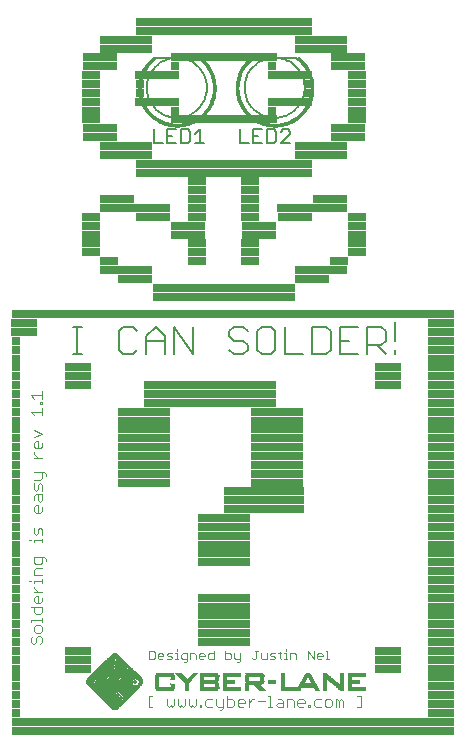
<source format=gto>
G75*
G70*
%OFA0B0*%
%FSLAX24Y24*%
%IPPOS*%
%LPD*%
%AMOC8*
5,1,8,0,0,1.08239X$1,22.5*
%
%ADD10R,0.0032X0.0003*%
%ADD11R,0.0067X0.0003*%
%ADD12R,0.0088X0.0003*%
%ADD13R,0.0105X0.0003*%
%ADD14R,0.0120X0.0003*%
%ADD15R,0.0133X0.0003*%
%ADD16R,0.0143X0.0003*%
%ADD17R,0.0153X0.0003*%
%ADD18R,0.0163X0.0003*%
%ADD19R,0.0173X0.0003*%
%ADD20R,0.0180X0.0003*%
%ADD21R,0.0187X0.0003*%
%ADD22R,0.0195X0.0003*%
%ADD23R,0.0203X0.0003*%
%ADD24R,0.0208X0.0003*%
%ADD25R,0.0215X0.0003*%
%ADD26R,0.0220X0.0003*%
%ADD27R,0.0227X0.0003*%
%ADD28R,0.0233X0.0003*%
%ADD29R,0.0238X0.0003*%
%ADD30R,0.0243X0.0003*%
%ADD31R,0.0248X0.0003*%
%ADD32R,0.0253X0.0003*%
%ADD33R,0.0257X0.0003*%
%ADD34R,0.0262X0.0003*%
%ADD35R,0.0005X0.0003*%
%ADD36R,0.0010X0.0003*%
%ADD37R,0.0015X0.0003*%
%ADD38R,0.0020X0.0003*%
%ADD39R,0.0025X0.0003*%
%ADD40R,0.0030X0.0003*%
%ADD41R,0.0035X0.0003*%
%ADD42R,0.0040X0.0003*%
%ADD43R,0.0045X0.0003*%
%ADD44R,0.0050X0.0003*%
%ADD45R,0.0053X0.0003*%
%ADD46R,0.0003X0.0003*%
%ADD47R,0.0008X0.0003*%
%ADD48R,0.0013X0.0003*%
%ADD49R,0.0018X0.0003*%
%ADD50R,0.0022X0.0003*%
%ADD51R,0.0027X0.0003*%
%ADD52R,0.0037X0.0003*%
%ADD53R,0.0043X0.0003*%
%ADD54R,0.0047X0.0003*%
%ADD55R,0.0055X0.0003*%
%ADD56R,0.0060X0.0003*%
%ADD57R,0.0065X0.0003*%
%ADD58R,0.0070X0.0003*%
%ADD59R,0.0075X0.0003*%
%ADD60R,0.0080X0.0003*%
%ADD61R,0.0085X0.0003*%
%ADD62R,0.0090X0.0003*%
%ADD63R,0.0095X0.0003*%
%ADD64R,0.0100X0.0003*%
%ADD65R,0.0110X0.0003*%
%ADD66R,0.0115X0.0003*%
%ADD67R,0.0125X0.0003*%
%ADD68R,0.0130X0.0003*%
%ADD69R,0.0135X0.0003*%
%ADD70R,0.0140X0.0003*%
%ADD71R,0.0145X0.0003*%
%ADD72R,0.0150X0.0003*%
%ADD73R,0.0155X0.0003*%
%ADD74R,0.0160X0.0003*%
%ADD75R,0.0165X0.0003*%
%ADD76R,0.0170X0.0003*%
%ADD77R,0.0175X0.0003*%
%ADD78R,0.0185X0.0003*%
%ADD79R,0.0190X0.0003*%
%ADD80R,0.0200X0.0003*%
%ADD81R,0.0302X0.0003*%
%ADD82R,0.0308X0.0003*%
%ADD83R,0.0313X0.0003*%
%ADD84R,0.0318X0.0003*%
%ADD85R,0.0323X0.0003*%
%ADD86R,0.0328X0.0003*%
%ADD87R,0.0333X0.0003*%
%ADD88R,0.0338X0.0003*%
%ADD89R,0.0343X0.0003*%
%ADD90R,0.0348X0.0003*%
%ADD91R,0.0352X0.0003*%
%ADD92R,0.0357X0.0003*%
%ADD93R,0.0362X0.0003*%
%ADD94R,0.0367X0.0003*%
%ADD95R,0.0372X0.0003*%
%ADD96R,0.0377X0.0003*%
%ADD97R,0.0382X0.0003*%
%ADD98R,0.0388X0.0003*%
%ADD99R,0.0393X0.0003*%
%ADD100R,0.0398X0.0003*%
%ADD101R,0.0403X0.0003*%
%ADD102R,0.0408X0.0003*%
%ADD103R,0.0413X0.0003*%
%ADD104R,0.0418X0.0003*%
%ADD105R,0.0423X0.0003*%
%ADD106R,0.0428X0.0003*%
%ADD107R,0.0432X0.0003*%
%ADD108R,0.0437X0.0003*%
%ADD109R,0.0442X0.0003*%
%ADD110R,0.0447X0.0003*%
%ADD111R,0.0452X0.0003*%
%ADD112R,0.0457X0.0003*%
%ADD113R,0.0462X0.0003*%
%ADD114R,0.0468X0.0003*%
%ADD115R,0.0473X0.0003*%
%ADD116R,0.0478X0.0003*%
%ADD117R,0.0483X0.0003*%
%ADD118R,0.0488X0.0003*%
%ADD119R,0.0493X0.0003*%
%ADD120R,0.0498X0.0003*%
%ADD121R,0.0503X0.0003*%
%ADD122R,0.0508X0.0003*%
%ADD123R,0.0512X0.0003*%
%ADD124R,0.0517X0.0003*%
%ADD125R,0.0522X0.0003*%
%ADD126R,0.0527X0.0003*%
%ADD127R,0.0532X0.0003*%
%ADD128R,0.0537X0.0003*%
%ADD129R,0.0543X0.0003*%
%ADD130R,0.0548X0.0003*%
%ADD131R,0.0553X0.0003*%
%ADD132R,0.0558X0.0003*%
%ADD133R,0.0660X0.0003*%
%ADD134R,0.0665X0.0003*%
%ADD135R,0.0670X0.0003*%
%ADD136R,0.0675X0.0003*%
%ADD137R,0.0680X0.0003*%
%ADD138R,0.0685X0.0003*%
%ADD139R,0.0690X0.0003*%
%ADD140R,0.0695X0.0003*%
%ADD141R,0.0700X0.0003*%
%ADD142R,0.0705X0.0003*%
%ADD143R,0.0710X0.0003*%
%ADD144R,0.0715X0.0003*%
%ADD145R,0.0138X0.0003*%
%ADD146R,0.0495X0.0003*%
%ADD147R,0.0607X0.0003*%
%ADD148R,0.0638X0.0003*%
%ADD149R,0.0123X0.0003*%
%ADD150R,0.0720X0.0003*%
%ADD151R,0.0455X0.0003*%
%ADD152R,0.0520X0.0003*%
%ADD153R,0.0640X0.0003*%
%ADD154R,0.0098X0.0003*%
%ADD155R,0.0725X0.0003*%
%ADD156R,0.0535X0.0003*%
%ADD157R,0.0730X0.0003*%
%ADD158R,0.0643X0.0003*%
%ADD159R,0.0103X0.0003*%
%ADD160R,0.0735X0.0003*%
%ADD161R,0.0198X0.0003*%
%ADD162R,0.0107X0.0003*%
%ADD163R,0.0740X0.0003*%
%ADD164R,0.0565X0.0003*%
%ADD165R,0.0645X0.0003*%
%ADD166R,0.0745X0.0003*%
%ADD167R,0.0573X0.0003*%
%ADD168R,0.0648X0.0003*%
%ADD169R,0.0113X0.0003*%
%ADD170R,0.0750X0.0003*%
%ADD171R,0.0578X0.0003*%
%ADD172R,0.0755X0.0003*%
%ADD173R,0.0563X0.0003*%
%ADD174R,0.0583X0.0003*%
%ADD175R,0.0650X0.0003*%
%ADD176R,0.0118X0.0003*%
%ADD177R,0.0760X0.0003*%
%ADD178R,0.0568X0.0003*%
%ADD179R,0.0587X0.0003*%
%ADD180R,0.0193X0.0003*%
%ADD181R,0.0765X0.0003*%
%ADD182R,0.0592X0.0003*%
%ADD183R,0.0653X0.0003*%
%ADD184R,0.0770X0.0003*%
%ADD185R,0.0580X0.0003*%
%ADD186R,0.0595X0.0003*%
%ADD187R,0.0127X0.0003*%
%ADD188R,0.0775X0.0003*%
%ADD189R,0.0585X0.0003*%
%ADD190R,0.0600X0.0003*%
%ADD191R,0.0655X0.0003*%
%ADD192R,0.0780X0.0003*%
%ADD193R,0.0590X0.0003*%
%ADD194R,0.0602X0.0003*%
%ADD195R,0.0785X0.0003*%
%ADD196R,0.0605X0.0003*%
%ADD197R,0.0658X0.0003*%
%ADD198R,0.0790X0.0003*%
%ADD199R,0.0597X0.0003*%
%ADD200R,0.0610X0.0003*%
%ADD201R,0.0795X0.0003*%
%ADD202R,0.0612X0.0003*%
%ADD203R,0.0800X0.0003*%
%ADD204R,0.0615X0.0003*%
%ADD205R,0.0805X0.0003*%
%ADD206R,0.0617X0.0003*%
%ADD207R,0.0663X0.0003*%
%ADD208R,0.0147X0.0003*%
%ADD209R,0.0810X0.0003*%
%ADD210R,0.0815X0.0003*%
%ADD211R,0.0620X0.0003*%
%ADD212R,0.0820X0.0003*%
%ADD213R,0.0623X0.0003*%
%ADD214R,0.0158X0.0003*%
%ADD215R,0.0825X0.0003*%
%ADD216R,0.0625X0.0003*%
%ADD217R,0.0668X0.0003*%
%ADD218R,0.0830X0.0003*%
%ADD219R,0.0835X0.0003*%
%ADD220R,0.0628X0.0003*%
%ADD221R,0.0840X0.0003*%
%ADD222R,0.0673X0.0003*%
%ADD223R,0.0168X0.0003*%
%ADD224R,0.0845X0.0003*%
%ADD225R,0.0630X0.0003*%
%ADD226R,0.0850X0.0003*%
%ADD227R,0.0855X0.0003*%
%ADD228R,0.0633X0.0003*%
%ADD229R,0.0177X0.0003*%
%ADD230R,0.0860X0.0003*%
%ADD231R,0.0678X0.0003*%
%ADD232R,0.0865X0.0003*%
%ADD233R,0.0635X0.0003*%
%ADD234R,0.0182X0.0003*%
%ADD235R,0.0870X0.0003*%
%ADD236R,0.0875X0.0003*%
%ADD237R,0.0880X0.0003*%
%ADD238R,0.0683X0.0003*%
%ADD239R,0.0885X0.0003*%
%ADD240R,0.0890X0.0003*%
%ADD241R,0.0895X0.0003*%
%ADD242R,0.0900X0.0003*%
%ADD243R,0.0688X0.0003*%
%ADD244R,0.0905X0.0003*%
%ADD245R,0.0910X0.0003*%
%ADD246R,0.0210X0.0003*%
%ADD247R,0.0915X0.0003*%
%ADD248R,0.0693X0.0003*%
%ADD249R,0.0213X0.0003*%
%ADD250R,0.0920X0.0003*%
%ADD251R,0.0925X0.0003*%
%ADD252R,0.0217X0.0003*%
%ADD253R,0.0930X0.0003*%
%ADD254R,0.0222X0.0003*%
%ADD255R,0.0935X0.0003*%
%ADD256R,0.0698X0.0003*%
%ADD257R,0.0225X0.0003*%
%ADD258R,0.0940X0.0003*%
%ADD259R,0.0945X0.0003*%
%ADD260R,0.0230X0.0003*%
%ADD261R,0.0950X0.0003*%
%ADD262R,0.0955X0.0003*%
%ADD263R,0.0235X0.0003*%
%ADD264R,0.0960X0.0003*%
%ADD265R,0.0240X0.0003*%
%ADD266R,0.0965X0.0003*%
%ADD267R,0.0970X0.0003*%
%ADD268R,0.0245X0.0003*%
%ADD269R,0.0975X0.0003*%
%ADD270R,0.0980X0.0003*%
%ADD271R,0.0250X0.0003*%
%ADD272R,0.1083X0.0003*%
%ADD273R,0.0255X0.0003*%
%ADD274R,0.1088X0.0003*%
%ADD275R,0.1093X0.0003*%
%ADD276R,0.0260X0.0003*%
%ADD277R,0.0395X0.0003*%
%ADD278R,0.0265X0.0003*%
%ADD279R,0.0267X0.0003*%
%ADD280R,0.0273X0.0003*%
%ADD281R,0.0275X0.0003*%
%ADD282R,0.0278X0.0003*%
%ADD283R,0.0280X0.0003*%
%ADD284R,0.0283X0.0003*%
%ADD285R,0.0285X0.0003*%
%ADD286R,0.0290X0.0003*%
%ADD287R,0.0400X0.0003*%
%ADD288R,0.0293X0.0003*%
%ADD289R,0.0405X0.0003*%
%ADD290R,0.0295X0.0003*%
%ADD291R,0.0410X0.0003*%
%ADD292R,0.0297X0.0003*%
%ADD293R,0.0415X0.0003*%
%ADD294R,0.0300X0.0003*%
%ADD295R,0.0420X0.0003*%
%ADD296R,0.0305X0.0003*%
%ADD297R,0.0425X0.0003*%
%ADD298R,0.0430X0.0003*%
%ADD299R,0.0480X0.0003*%
%ADD300R,0.0435X0.0003*%
%ADD301R,0.0465X0.0003*%
%ADD302R,0.0440X0.0003*%
%ADD303R,0.0445X0.0003*%
%ADD304R,0.0450X0.0003*%
%ADD305R,0.0460X0.0003*%
%ADD306R,0.0575X0.0003*%
%ADD307R,0.0470X0.0003*%
%ADD308R,0.0475X0.0003*%
%ADD309R,0.0570X0.0003*%
%ADD310R,0.0485X0.0003*%
%ADD311R,0.0490X0.0003*%
%ADD312R,0.0560X0.0003*%
%ADD313R,0.0500X0.0003*%
%ADD314R,0.0555X0.0003*%
%ADD315R,0.0505X0.0003*%
%ADD316R,0.0375X0.0003*%
%ADD317R,0.0510X0.0003*%
%ADD318R,0.0370X0.0003*%
%ADD319R,0.0077X0.0003*%
%ADD320R,0.0550X0.0003*%
%ADD321R,0.0515X0.0003*%
%ADD322R,0.0365X0.0003*%
%ADD323R,0.0360X0.0003*%
%ADD324R,0.0545X0.0003*%
%ADD325R,0.0525X0.0003*%
%ADD326R,0.0530X0.0003*%
%ADD327R,0.0540X0.0003*%
%ADD328R,0.0345X0.0003*%
%ADD329R,0.0340X0.0003*%
%ADD330R,0.0330X0.0003*%
%ADD331R,0.0325X0.0003*%
%ADD332R,0.0320X0.0003*%
%ADD333R,0.0315X0.0003*%
%ADD334R,0.0310X0.0003*%
%ADD335R,0.0288X0.0003*%
%ADD336R,0.0270X0.0003*%
%ADD337R,0.0205X0.0003*%
%ADD338R,0.0092X0.0003*%
%ADD339R,0.0355X0.0003*%
%ADD340R,0.0350X0.0003*%
%ADD341R,0.0335X0.0003*%
%ADD342R,0.0390X0.0003*%
%ADD343R,0.0385X0.0003*%
%ADD344R,0.0380X0.0003*%
%ADD345R,0.0057X0.0003*%
%ADD346R,0.0063X0.0003*%
%ADD347R,0.0083X0.0003*%
%ADD348C,0.0080*%
%ADD349C,0.0030*%
%ADD350R,1.4764X0.0295*%
%ADD351R,0.0295X0.0295*%
%ADD352R,0.0886X0.0295*%
%ADD353R,0.1772X0.0295*%
%ADD354R,0.2657X0.0295*%
%ADD355R,0.4429X0.0295*%
%ADD356R,0.4724X0.0295*%
%ADD357R,0.1181X0.0295*%
%ADD358R,0.0591X0.0295*%
%ADD359R,0.2362X0.0295*%
%ADD360R,0.5906X0.0295*%
%ADD361R,0.3543X0.0295*%
%ADD362R,0.1476X0.0295*%
%ADD363C,0.0010*%
%ADD364C,0.0060*%
%ADD365C,0.0050*%
D10*
X003707Y001066D03*
X003910Y001214D03*
X004007Y001311D03*
X004105Y001409D03*
X004317Y002386D03*
X004220Y002484D03*
D11*
X003707Y001069D03*
D12*
X003707Y001071D03*
D13*
X003706Y001074D03*
X004153Y001494D03*
X004391Y001971D03*
X004391Y001974D03*
X004391Y001976D03*
X004391Y002009D03*
X004391Y002011D03*
X004391Y002014D03*
X004366Y002301D03*
X010701Y002284D03*
D14*
X010708Y002271D03*
X010708Y002106D03*
X010708Y002104D03*
X010708Y002101D03*
X010708Y002099D03*
X010708Y002096D03*
X010708Y002094D03*
X010708Y002091D03*
X010708Y002089D03*
X010708Y002086D03*
X010708Y002084D03*
X010708Y002081D03*
X011281Y001931D03*
X011281Y001929D03*
X011281Y001926D03*
X011281Y001924D03*
X011281Y001921D03*
X011281Y001919D03*
X011281Y001916D03*
X011281Y001914D03*
X011281Y001911D03*
X011281Y001909D03*
X011281Y001906D03*
X011281Y001904D03*
X011281Y001901D03*
X011281Y001899D03*
X011281Y001896D03*
X004366Y002294D03*
X004153Y001501D03*
X003706Y001076D03*
D15*
X003707Y001079D03*
X005630Y002096D03*
X007115Y002181D03*
X007120Y001831D03*
X007120Y001829D03*
X008627Y002059D03*
X008627Y002061D03*
X008627Y002064D03*
X008627Y002066D03*
X008627Y002069D03*
X008627Y002071D03*
X008627Y002074D03*
X008627Y002076D03*
X008627Y002079D03*
X008627Y002081D03*
X008627Y002084D03*
X008627Y002086D03*
X008627Y002089D03*
X008627Y002091D03*
X008627Y002094D03*
X008627Y002096D03*
X008627Y002099D03*
X008627Y002101D03*
X008627Y002104D03*
X008627Y002106D03*
X008627Y002109D03*
X008627Y002111D03*
X008627Y002114D03*
X008627Y002116D03*
X008627Y002119D03*
X008627Y002121D03*
X008627Y002124D03*
X008627Y002126D03*
X008627Y002129D03*
X008627Y002131D03*
X008627Y002134D03*
X008627Y002136D03*
X008627Y002139D03*
X008627Y002141D03*
X008627Y002144D03*
X008627Y002146D03*
X008627Y002149D03*
X008627Y002151D03*
X008627Y002154D03*
X008627Y002156D03*
X008627Y002159D03*
X008627Y002161D03*
X009877Y001814D03*
X009880Y001816D03*
X009880Y001819D03*
X009882Y001821D03*
X009882Y001824D03*
X009885Y001826D03*
X009885Y001829D03*
X009955Y001954D03*
X010147Y002294D03*
X010715Y002261D03*
X011275Y001734D03*
D16*
X011270Y001741D03*
X010720Y002254D03*
X010300Y002016D03*
X010300Y002014D03*
X010302Y002011D03*
X010302Y002009D03*
X010305Y002006D03*
X010307Y002001D03*
X010310Y001996D03*
X010312Y001991D03*
X010297Y002019D03*
X010295Y002024D03*
X010292Y002029D03*
X010290Y002031D03*
X010290Y002034D03*
X010287Y002036D03*
X010287Y002039D03*
X010285Y002041D03*
X010285Y002044D03*
X010282Y002046D03*
X010280Y002051D03*
X010277Y002056D03*
X010275Y002061D03*
X010267Y002074D03*
X010265Y002079D03*
X010147Y002284D03*
X008622Y002179D03*
X008622Y002039D03*
X007115Y001819D03*
X004572Y001979D03*
X004572Y001981D03*
X004572Y001984D03*
X004570Y001969D03*
X004570Y001966D03*
X003887Y002761D03*
X003885Y002764D03*
X003882Y002766D03*
X003880Y002769D03*
X003875Y002774D03*
X003872Y002776D03*
X003870Y002779D03*
X003867Y002781D03*
X003707Y001081D03*
D17*
X003707Y001084D03*
X004545Y001914D03*
X004547Y001919D03*
X004567Y002036D03*
X004567Y002039D03*
X004565Y002041D03*
X004565Y002044D03*
X003900Y002744D03*
X003897Y002746D03*
X006212Y002094D03*
X006215Y002096D03*
X006217Y002099D03*
X006220Y002101D03*
X006222Y002104D03*
X006225Y002106D03*
X006232Y002116D03*
X006235Y002119D03*
X006237Y002121D03*
X006240Y002124D03*
X006242Y002126D03*
X006245Y002129D03*
X006247Y002131D03*
X006250Y002134D03*
X006252Y002136D03*
X006262Y002149D03*
X006265Y002151D03*
X006267Y002154D03*
X006270Y002156D03*
X006272Y002159D03*
X007105Y002194D03*
X010147Y002276D03*
X010405Y001824D03*
X010407Y001819D03*
X010410Y001814D03*
X010412Y001809D03*
X010415Y001806D03*
X010417Y001801D03*
X010420Y001796D03*
X010422Y001791D03*
X010425Y001786D03*
X010427Y001784D03*
X010427Y001781D03*
X010430Y001779D03*
X010432Y001774D03*
X010435Y001769D03*
X010437Y001766D03*
X010437Y001764D03*
X010440Y001761D03*
X010440Y001759D03*
X010442Y001756D03*
X010442Y001754D03*
X010445Y001751D03*
X010447Y001749D03*
X010447Y001746D03*
X010450Y001744D03*
X010450Y001741D03*
X010452Y001739D03*
X010452Y001736D03*
X010455Y001734D03*
X010457Y001729D03*
X010460Y001724D03*
X010462Y001721D03*
X010462Y001719D03*
X010465Y001716D03*
X010467Y001711D03*
X010470Y001706D03*
X010472Y001701D03*
X010725Y002244D03*
X011265Y001751D03*
D18*
X011260Y001759D03*
X010730Y002236D03*
X010147Y002266D03*
X008612Y002189D03*
X008405Y001924D03*
X008410Y001919D03*
X008412Y001916D03*
X008415Y001914D03*
X008417Y001911D03*
X008420Y001909D03*
X004552Y002069D03*
X004525Y001896D03*
X003905Y002734D03*
X003707Y001086D03*
D19*
X003707Y001089D03*
X004542Y002081D03*
X004540Y002084D03*
X003910Y002724D03*
X005987Y002109D03*
X005990Y002106D03*
X005992Y002104D03*
X005995Y002101D03*
X005997Y002099D03*
X006007Y002086D03*
X006010Y002084D03*
X006012Y002081D03*
X006015Y002079D03*
X006017Y002076D03*
X006020Y002074D03*
X006022Y002071D03*
X006025Y002069D03*
X007100Y001809D03*
X008475Y001861D03*
X008477Y001859D03*
X008480Y001856D03*
X008482Y001854D03*
X008485Y001851D03*
X010147Y002259D03*
X010735Y002229D03*
X011255Y001766D03*
D20*
X011251Y001774D03*
X010738Y002221D03*
X010146Y002251D03*
X008603Y002191D03*
X008528Y001814D03*
X008531Y001811D03*
X008533Y001809D03*
X008536Y001806D03*
X008548Y001796D03*
X008551Y001794D03*
X006101Y001991D03*
X005908Y002196D03*
X005906Y002199D03*
X005903Y002201D03*
X005901Y002204D03*
X005888Y002219D03*
X005886Y002221D03*
X005883Y002224D03*
X005881Y002226D03*
X005878Y002229D03*
X005876Y002231D03*
X005873Y002234D03*
X005871Y002236D03*
X005868Y002239D03*
X005868Y002241D03*
X005866Y002244D03*
X005863Y002246D03*
X005861Y002249D03*
X005858Y002251D03*
X005856Y002254D03*
X005853Y002256D03*
X005851Y002259D03*
X005848Y002261D03*
X005833Y002279D03*
X005831Y002281D03*
X004533Y002089D03*
X004531Y002091D03*
X004508Y001886D03*
X004366Y002264D03*
X003913Y002716D03*
X004153Y001531D03*
X003706Y001091D03*
D21*
X003707Y001094D03*
X004527Y002094D03*
X003915Y002711D03*
X008580Y001769D03*
X008582Y001766D03*
X008585Y001764D03*
X008587Y001761D03*
X008590Y001759D03*
X008600Y001751D03*
X008602Y001749D03*
X010147Y002244D03*
X010862Y002114D03*
X010865Y002111D03*
X010867Y002109D03*
X010870Y002106D03*
D22*
X010886Y002091D03*
X010888Y002089D03*
X010903Y002076D03*
X010906Y002074D03*
X010908Y002071D03*
X010911Y002069D03*
X010913Y002066D03*
X010921Y002061D03*
X010923Y002059D03*
X010926Y002056D03*
X010928Y002054D03*
X010931Y002051D03*
X010938Y002046D03*
X010941Y002044D03*
X010943Y002041D03*
X010946Y002039D03*
X010956Y002031D03*
X010958Y002029D03*
X010961Y002026D03*
X010971Y002019D03*
X010973Y002016D03*
X010976Y002014D03*
X010978Y002011D03*
X010988Y002004D03*
X010991Y002001D03*
X010993Y001999D03*
X011006Y001989D03*
X011008Y001986D03*
X011011Y001984D03*
X011021Y001976D03*
X011023Y001974D03*
X011026Y001971D03*
X011038Y001961D03*
X011041Y001959D03*
X011043Y001956D03*
X011053Y001949D03*
X011056Y001946D03*
X011058Y001944D03*
X011071Y001934D03*
X011073Y001931D03*
X011076Y001929D03*
X011088Y001919D03*
X011091Y001916D03*
X011093Y001914D03*
X011096Y001911D03*
X011098Y001909D03*
X011243Y001786D03*
X010746Y002209D03*
X010146Y002239D03*
X008656Y001701D03*
X008653Y001704D03*
X008651Y001706D03*
X008648Y001709D03*
X008641Y001714D03*
X008638Y001716D03*
X008636Y001719D03*
X008633Y001721D03*
X006101Y001999D03*
X004366Y002256D03*
X003916Y002706D03*
X004153Y001539D03*
X003706Y001096D03*
D23*
X003707Y001099D03*
X010147Y002231D03*
X011240Y001794D03*
D24*
X011237Y001796D03*
X010752Y002199D03*
X010147Y002226D03*
X004512Y002101D03*
X003707Y002909D03*
X003707Y001101D03*
D25*
X003706Y001104D03*
X004366Y002246D03*
X006101Y002009D03*
X010146Y002221D03*
X010756Y002191D03*
X011233Y001804D03*
D26*
X010146Y002216D03*
X006101Y002011D03*
X004366Y002244D03*
X003706Y001106D03*
X002881Y001974D03*
X002881Y001976D03*
D27*
X002882Y001981D03*
X002885Y001966D03*
X002887Y001964D03*
X003707Y001109D03*
X003920Y002686D03*
X010147Y002209D03*
X010762Y002181D03*
X011227Y001814D03*
D28*
X011225Y001819D03*
X010765Y002176D03*
X010147Y002204D03*
X010147Y002206D03*
X004212Y002084D03*
X004210Y002081D03*
X004207Y002079D03*
X004190Y002061D03*
X004187Y002059D03*
X004185Y002056D03*
X004182Y002054D03*
X003920Y002684D03*
X003707Y001111D03*
X002892Y001956D03*
X002890Y001959D03*
X002885Y001986D03*
D29*
X002887Y001991D03*
X002895Y001951D03*
X003707Y001114D03*
X004175Y002044D03*
X004177Y002046D03*
X004220Y002089D03*
X004222Y002091D03*
X003920Y002681D03*
X010147Y002201D03*
X010767Y002174D03*
D30*
X010770Y002169D03*
X011220Y001826D03*
X010147Y002196D03*
X004227Y002094D03*
X004170Y002036D03*
X004167Y002034D03*
X003920Y002679D03*
X002902Y001941D03*
X002900Y001944D03*
X002890Y001996D03*
X003707Y001116D03*
D31*
X003707Y001119D03*
X004162Y002026D03*
X002907Y001934D03*
X002905Y001936D03*
X002892Y002001D03*
X006102Y002026D03*
X010147Y002191D03*
X010772Y002164D03*
X011217Y001831D03*
D32*
X010147Y002186D03*
X010147Y002189D03*
X006102Y002029D03*
X004157Y002019D03*
X003707Y001121D03*
X002915Y001924D03*
X002912Y001926D03*
X002895Y002006D03*
D33*
X002897Y002011D03*
X002922Y001914D03*
X002925Y001911D03*
X002927Y001909D03*
X003580Y002759D03*
X003582Y002761D03*
X003585Y002764D03*
X003602Y002781D03*
X003917Y002674D03*
X004155Y002014D03*
X003707Y001124D03*
X010147Y002181D03*
X010147Y002184D03*
X010777Y002156D03*
X011212Y001839D03*
D34*
X011210Y001844D03*
X010780Y002151D03*
X010147Y002179D03*
X004150Y002006D03*
X003510Y001324D03*
X003512Y001321D03*
X003515Y001319D03*
X003517Y001316D03*
X003520Y001314D03*
X003522Y001311D03*
X003525Y001309D03*
X003527Y001306D03*
X003530Y001304D03*
X003532Y001301D03*
X003535Y001299D03*
X003537Y001296D03*
X003540Y001294D03*
X003542Y001291D03*
X003545Y001289D03*
X003547Y001286D03*
X003550Y001284D03*
X003552Y001281D03*
X003555Y001279D03*
X003557Y001276D03*
X003560Y001274D03*
X003562Y001271D03*
X003565Y001269D03*
X003567Y001266D03*
X003570Y001264D03*
X003572Y001261D03*
X003575Y001259D03*
X003577Y001256D03*
X003580Y001254D03*
X003582Y001251D03*
X003585Y001249D03*
X003587Y001246D03*
X003590Y001244D03*
X003592Y001241D03*
X003595Y001239D03*
X003597Y001236D03*
X003600Y001234D03*
X003602Y001231D03*
X003605Y001229D03*
X003607Y001226D03*
X003610Y001224D03*
X003612Y001221D03*
X003615Y001219D03*
X003617Y001216D03*
X003620Y001214D03*
X003622Y001211D03*
X003625Y001209D03*
X003627Y001206D03*
X003630Y001204D03*
X003632Y001201D03*
X003635Y001199D03*
X003637Y001196D03*
X003640Y001194D03*
X003642Y001191D03*
X003645Y001189D03*
X003647Y001186D03*
X003650Y001184D03*
X003652Y001181D03*
X003655Y001179D03*
X003657Y001176D03*
X003660Y001174D03*
X003662Y001171D03*
X003665Y001169D03*
X003667Y001166D03*
X003670Y001164D03*
X003672Y001161D03*
X003675Y001159D03*
X003677Y001156D03*
X003680Y001154D03*
X003682Y001151D03*
X003685Y001149D03*
X003687Y001146D03*
X003690Y001144D03*
X003692Y001141D03*
X003695Y001139D03*
X003697Y001136D03*
X003700Y001134D03*
X003702Y001131D03*
X003705Y001129D03*
X003707Y001126D03*
X003507Y001326D03*
X003505Y001329D03*
X003502Y001331D03*
X003500Y001334D03*
X003497Y001336D03*
X003495Y001339D03*
X003492Y001341D03*
X003490Y001344D03*
X003487Y001346D03*
X003485Y001349D03*
X003482Y001351D03*
X003480Y001354D03*
X003477Y001356D03*
X003475Y001359D03*
X003472Y001361D03*
X003470Y001364D03*
X003467Y001366D03*
X003465Y001369D03*
X003462Y001371D03*
X003460Y001374D03*
X003457Y001376D03*
X003455Y001379D03*
X003452Y001381D03*
X003450Y001384D03*
X003447Y001386D03*
X003445Y001389D03*
X003442Y001391D03*
X003440Y001394D03*
X003437Y001396D03*
X003435Y001399D03*
X003432Y001401D03*
X003430Y001404D03*
X003427Y001406D03*
X003425Y001409D03*
X003422Y001411D03*
X003420Y001414D03*
X003417Y001416D03*
X003415Y001419D03*
X003412Y001421D03*
X003410Y001424D03*
X003407Y001426D03*
X003405Y001429D03*
X003402Y001431D03*
X003400Y001434D03*
X003397Y001436D03*
X003395Y001439D03*
X003392Y001441D03*
X003390Y001444D03*
X003387Y001446D03*
X003385Y001449D03*
X003382Y001451D03*
X003380Y001454D03*
X003377Y001456D03*
X003375Y001459D03*
X003372Y001461D03*
X003370Y001464D03*
X003367Y001466D03*
X003365Y001469D03*
X003362Y001471D03*
X003360Y001474D03*
X003357Y001476D03*
X003355Y001479D03*
X003352Y001481D03*
X003350Y001484D03*
X003347Y001486D03*
X003345Y001489D03*
X003342Y001491D03*
X003340Y001494D03*
X003337Y001496D03*
X003335Y001499D03*
X003332Y001501D03*
X003330Y001504D03*
X003327Y001506D03*
X003325Y001509D03*
X003322Y001511D03*
X003320Y001514D03*
X003317Y001516D03*
X003315Y001519D03*
X003312Y001521D03*
X003310Y001524D03*
X003307Y001526D03*
X003305Y001529D03*
X003302Y001531D03*
X003300Y001534D03*
X003297Y001536D03*
X003295Y001539D03*
X003292Y001541D03*
X003290Y001544D03*
X003287Y001546D03*
X003285Y001549D03*
X003282Y001551D03*
X003280Y001554D03*
X003277Y001556D03*
X003275Y001559D03*
X003272Y001561D03*
X003270Y001564D03*
X003267Y001566D03*
X003265Y001569D03*
X003262Y001571D03*
X003260Y001574D03*
X003257Y001576D03*
X003255Y001579D03*
X003252Y001581D03*
X003250Y001584D03*
X003247Y001586D03*
X003245Y001589D03*
X003242Y001591D03*
X003240Y001594D03*
X003237Y001596D03*
X003235Y001599D03*
X003232Y001601D03*
X003230Y001604D03*
X003227Y001606D03*
X003225Y001609D03*
X003222Y001611D03*
X003220Y001614D03*
X003217Y001616D03*
X003215Y001619D03*
X003212Y001621D03*
X003210Y001624D03*
X003207Y001626D03*
X003205Y001629D03*
X003202Y001631D03*
X003200Y001634D03*
X003197Y001636D03*
X003195Y001639D03*
X003192Y001641D03*
X003190Y001644D03*
X003187Y001646D03*
X003185Y001649D03*
X003182Y001651D03*
X003180Y001654D03*
X003177Y001656D03*
X003175Y001659D03*
X003172Y001661D03*
X003170Y001664D03*
X003167Y001666D03*
X003165Y001669D03*
X003162Y001671D03*
X003160Y001674D03*
X003157Y001676D03*
X003155Y001679D03*
X003152Y001681D03*
X003150Y001684D03*
X003147Y001686D03*
X003145Y001689D03*
X003142Y001691D03*
X003140Y001694D03*
X003137Y001696D03*
X003135Y001699D03*
X003132Y001701D03*
X003130Y001704D03*
X003127Y001706D03*
X003125Y001709D03*
X003122Y001711D03*
X003120Y001714D03*
X003117Y001716D03*
X003115Y001719D03*
X003112Y001721D03*
X003110Y001724D03*
X003107Y001726D03*
X003105Y001729D03*
X003102Y001731D03*
X003100Y001734D03*
X003097Y001736D03*
X003095Y001739D03*
X003092Y001741D03*
X003090Y001744D03*
X003087Y001746D03*
X003085Y001749D03*
X003082Y001751D03*
X003080Y001754D03*
X003077Y001756D03*
X003075Y001759D03*
X003072Y001761D03*
X003070Y001764D03*
X003067Y001766D03*
X003065Y001769D03*
X003062Y001771D03*
X003060Y001774D03*
X003057Y001776D03*
X003055Y001779D03*
X003052Y001781D03*
X003050Y001784D03*
X003047Y001786D03*
X003045Y001789D03*
X003042Y001791D03*
X003040Y001794D03*
X003037Y001796D03*
X003035Y001799D03*
X003032Y001801D03*
X003030Y001804D03*
X003027Y001806D03*
X003025Y001809D03*
X003022Y001811D03*
X003020Y001814D03*
X003017Y001816D03*
X003015Y001819D03*
X003012Y001821D03*
X003010Y001824D03*
X003007Y001826D03*
X003005Y001829D03*
X003002Y001831D03*
X003000Y001834D03*
X002997Y001836D03*
X002995Y001839D03*
X002992Y001841D03*
X002990Y001844D03*
X002987Y001846D03*
X002985Y001849D03*
X002982Y001851D03*
X002980Y001854D03*
X002977Y001856D03*
X002975Y001859D03*
X002972Y001861D03*
X002970Y001864D03*
X002967Y001866D03*
X002965Y001869D03*
X002962Y001871D03*
X002960Y001874D03*
X002957Y001876D03*
X002955Y001879D03*
X002952Y001881D03*
X002950Y001884D03*
X002947Y001886D03*
X002945Y001889D03*
X002942Y001891D03*
X002940Y001894D03*
X002937Y001896D03*
X002900Y002016D03*
X003575Y002751D03*
X003610Y002786D03*
D35*
X003736Y002674D03*
X004268Y002449D03*
X004366Y002351D03*
X004153Y001444D03*
X004056Y001346D03*
X003958Y001249D03*
X003861Y001151D03*
X005566Y001939D03*
X005566Y002076D03*
D36*
X004366Y002349D03*
X004268Y002446D03*
X004153Y001446D03*
X004056Y001349D03*
X003958Y001251D03*
X003861Y001154D03*
D37*
X003861Y001156D03*
X003958Y001254D03*
X004056Y001351D03*
X004153Y001449D03*
X004366Y002346D03*
X004268Y002444D03*
D38*
X004268Y002441D03*
X004366Y002344D03*
X004153Y001451D03*
X004056Y001354D03*
X003958Y001256D03*
X003861Y001159D03*
D39*
X003861Y001161D03*
X003958Y001259D03*
X004056Y001356D03*
X004153Y001454D03*
X004391Y001939D03*
X004366Y002341D03*
X004268Y002439D03*
X003741Y002669D03*
D40*
X003763Y002756D03*
X004268Y002436D03*
X004366Y002339D03*
X004391Y002046D03*
X004153Y001456D03*
X004056Y001359D03*
X003958Y001261D03*
X003861Y001164D03*
X005578Y001934D03*
D41*
X004366Y002336D03*
X004268Y002434D03*
X003763Y002704D03*
X004153Y001459D03*
X004056Y001361D03*
X003958Y001264D03*
X003861Y001166D03*
D42*
X003861Y001169D03*
X003958Y001266D03*
X004056Y001364D03*
X004153Y001461D03*
X004391Y001941D03*
X004366Y002334D03*
X004268Y002431D03*
D43*
X004268Y002429D03*
X004366Y002331D03*
X004391Y002044D03*
X004153Y001464D03*
X004056Y001366D03*
X003958Y001269D03*
X003861Y001171D03*
D44*
X003861Y001174D03*
X003958Y001271D03*
X004056Y001369D03*
X004153Y001466D03*
X003881Y001941D03*
X003883Y001944D03*
X003886Y001946D03*
X003888Y001949D03*
X003891Y001951D03*
X003893Y001954D03*
X003896Y001956D03*
X003898Y001959D03*
X003901Y001961D03*
X003903Y001964D03*
X003906Y001966D03*
X003908Y001969D03*
X003911Y001971D03*
X003913Y001974D03*
X003916Y001976D03*
X003918Y001979D03*
X003921Y001981D03*
X003923Y001984D03*
X003926Y001986D03*
X003928Y001989D03*
X003931Y001991D03*
X003933Y001994D03*
X003936Y001996D03*
X003938Y001999D03*
X003941Y002001D03*
X003943Y002004D03*
X003946Y002006D03*
X003948Y002009D03*
X003951Y002011D03*
X003953Y002014D03*
X003956Y002016D03*
X003958Y002019D03*
X003961Y002021D03*
X003963Y002024D03*
X003966Y002026D03*
X003968Y002029D03*
X003971Y002031D03*
X003973Y002034D03*
X003976Y002036D03*
X003978Y002039D03*
X003981Y002041D03*
X003983Y002044D03*
X003986Y002046D03*
X003988Y002049D03*
X003991Y002051D03*
X003993Y002054D03*
X003996Y002056D03*
X003998Y002059D03*
X004001Y002061D03*
X004003Y002064D03*
X004006Y002066D03*
X004008Y002069D03*
X004011Y002071D03*
X004013Y002074D03*
X004016Y002076D03*
X004018Y002079D03*
X004021Y002081D03*
X004023Y002084D03*
X004026Y002086D03*
X004028Y002089D03*
X004031Y002091D03*
X004033Y002094D03*
X004036Y002096D03*
X004038Y002099D03*
X004041Y002101D03*
X004043Y002104D03*
X004046Y002106D03*
X004048Y002109D03*
X004051Y002111D03*
X004053Y002114D03*
X004056Y002116D03*
X004058Y002119D03*
X004061Y002121D03*
X004063Y002124D03*
X004066Y002126D03*
X004068Y002129D03*
X004071Y002131D03*
X004073Y002134D03*
X004076Y002136D03*
X004078Y002139D03*
X004081Y002141D03*
X004083Y002144D03*
X004086Y002146D03*
X004088Y002149D03*
X004091Y002151D03*
X004093Y002154D03*
X004096Y002156D03*
X004098Y002159D03*
X004101Y002161D03*
X004103Y002164D03*
X004106Y002166D03*
X004108Y002169D03*
X004111Y002171D03*
X004113Y002174D03*
X004116Y002176D03*
X004118Y002179D03*
X004121Y002181D03*
X004123Y002184D03*
X004126Y002186D03*
X004128Y002189D03*
X004131Y002191D03*
X004133Y002194D03*
X004136Y002196D03*
X004138Y002199D03*
X004141Y002201D03*
X004143Y002204D03*
X004146Y002206D03*
X004148Y002209D03*
X004151Y002211D03*
X004153Y002214D03*
X004156Y002216D03*
X004158Y002219D03*
X004161Y002221D03*
X004163Y002224D03*
X004166Y002226D03*
X004168Y002229D03*
X004171Y002231D03*
X004173Y002234D03*
X004176Y002236D03*
X004178Y002239D03*
X004181Y002241D03*
X004183Y002244D03*
X004186Y002246D03*
X004188Y002249D03*
X004191Y002251D03*
X004193Y002254D03*
X004196Y002256D03*
X004198Y002259D03*
X004201Y002261D03*
X004203Y002264D03*
X004206Y002266D03*
X004208Y002269D03*
X004211Y002271D03*
X004213Y002274D03*
X004216Y002276D03*
X004218Y002279D03*
X004221Y002281D03*
X004223Y002284D03*
X004226Y002286D03*
X004228Y002289D03*
X004231Y002291D03*
X004233Y002294D03*
X004236Y002296D03*
X004238Y002299D03*
X004241Y002301D03*
X004243Y002304D03*
X004246Y002306D03*
X004248Y002309D03*
X004251Y002311D03*
X004253Y002314D03*
X004256Y002316D03*
X004258Y002319D03*
X004261Y002321D03*
X004263Y002324D03*
X004266Y002326D03*
X004268Y002329D03*
X004271Y002331D03*
X004273Y002334D03*
X004276Y002336D03*
X004278Y002339D03*
X004281Y002341D03*
X004283Y002344D03*
X004286Y002346D03*
X004288Y002349D03*
X004291Y002351D03*
X004293Y002354D03*
X004296Y002356D03*
X004298Y002359D03*
X004301Y002361D03*
X004303Y002364D03*
X004306Y002366D03*
X004308Y002369D03*
X004311Y002371D03*
X004313Y002374D03*
X004316Y002376D03*
X004366Y002329D03*
X004268Y002426D03*
X004266Y002424D03*
X004263Y002421D03*
X004261Y002419D03*
X004258Y002416D03*
X004256Y002414D03*
X004253Y002411D03*
X004251Y002409D03*
X004248Y002406D03*
X004246Y002404D03*
X004243Y002401D03*
X004241Y002399D03*
X004238Y002396D03*
X004236Y002394D03*
X004233Y002391D03*
X004231Y002389D03*
X004228Y002386D03*
X004226Y002384D03*
X004223Y002381D03*
X004221Y002379D03*
X004218Y002376D03*
X004216Y002374D03*
X004213Y002371D03*
X004211Y002369D03*
X004208Y002366D03*
X004206Y002364D03*
X004203Y002361D03*
X004201Y002359D03*
X004198Y002356D03*
X004196Y002354D03*
X004193Y002351D03*
X004191Y002349D03*
X004188Y002346D03*
X004186Y002344D03*
X004183Y002341D03*
X004181Y002339D03*
X004178Y002336D03*
X004176Y002334D03*
X004173Y002331D03*
X004171Y002329D03*
X004168Y002326D03*
X004166Y002324D03*
X004163Y002321D03*
X004161Y002319D03*
X004158Y002316D03*
X004156Y002314D03*
X004153Y002311D03*
X004151Y002309D03*
X004148Y002306D03*
X004146Y002304D03*
X004143Y002301D03*
X004141Y002299D03*
X004138Y002296D03*
X004136Y002294D03*
X004133Y002291D03*
X004131Y002289D03*
X004128Y002286D03*
X004126Y002284D03*
X004123Y002281D03*
X004121Y002279D03*
X004118Y002276D03*
X004116Y002274D03*
X004113Y002271D03*
X004111Y002269D03*
X004108Y002266D03*
X004106Y002264D03*
X004103Y002261D03*
X004101Y002259D03*
X004098Y002256D03*
X004096Y002254D03*
X004093Y002251D03*
X004091Y002249D03*
X004088Y002246D03*
X004086Y002244D03*
X004083Y002241D03*
X004081Y002239D03*
X004078Y002236D03*
X004076Y002234D03*
X004073Y002231D03*
X004071Y002229D03*
X004068Y002226D03*
X004066Y002224D03*
X004063Y002221D03*
X004061Y002219D03*
X004058Y002216D03*
X004056Y002214D03*
X004053Y002211D03*
X004051Y002209D03*
X004048Y002206D03*
X004046Y002204D03*
X004043Y002201D03*
X004041Y002199D03*
X004038Y002196D03*
X004036Y002194D03*
X004033Y002191D03*
X004031Y002189D03*
X004028Y002186D03*
X004026Y002184D03*
X004023Y002181D03*
X004021Y002179D03*
X004018Y002176D03*
X004016Y002174D03*
X004013Y002171D03*
X004011Y002169D03*
X004008Y002166D03*
X004006Y002164D03*
X004003Y002161D03*
X004001Y002159D03*
X003998Y002156D03*
X003996Y002154D03*
X003993Y002151D03*
X003991Y002149D03*
X003988Y002146D03*
X003986Y002144D03*
X003983Y002141D03*
X003981Y002139D03*
X003978Y002136D03*
X003976Y002134D03*
X003973Y002131D03*
X003971Y002129D03*
X003968Y002126D03*
X003966Y002124D03*
X003963Y002121D03*
X003961Y002119D03*
X003958Y002116D03*
X003956Y002114D03*
X003953Y002111D03*
X003951Y002109D03*
X003948Y002106D03*
X003946Y002104D03*
X003943Y002101D03*
X003941Y002099D03*
X003938Y002096D03*
X003936Y002094D03*
X003933Y002091D03*
X003931Y002089D03*
X003928Y002086D03*
X003926Y002084D03*
X003923Y002081D03*
X003921Y002079D03*
X003918Y002076D03*
X003916Y002074D03*
X003913Y002071D03*
X003911Y002069D03*
X003908Y002066D03*
X003906Y002064D03*
X003903Y002061D03*
X003901Y002059D03*
X003898Y002056D03*
X003896Y002054D03*
X003893Y002051D03*
X003891Y002049D03*
X003888Y002046D03*
X003886Y002044D03*
X003883Y002041D03*
X003881Y002039D03*
X003881Y002136D03*
X003883Y002139D03*
X003886Y002141D03*
X003888Y002144D03*
X003891Y002146D03*
X003893Y002149D03*
X003896Y002151D03*
X003898Y002154D03*
X003901Y002156D03*
X003903Y002159D03*
X003906Y002161D03*
X003908Y002164D03*
X003911Y002166D03*
X003913Y002169D03*
X003916Y002171D03*
X003918Y002174D03*
X003921Y002176D03*
X003923Y002179D03*
X003926Y002181D03*
X003928Y002184D03*
X003931Y002186D03*
X003933Y002189D03*
X003936Y002191D03*
X003938Y002194D03*
X003941Y002196D03*
X003943Y002199D03*
X003946Y002201D03*
X003948Y002204D03*
X003951Y002206D03*
X003953Y002209D03*
X003956Y002211D03*
X003958Y002214D03*
X003961Y002216D03*
X003963Y002219D03*
X003966Y002221D03*
X003968Y002224D03*
X003971Y002226D03*
X003973Y002229D03*
X003976Y002231D03*
X003978Y002234D03*
X003981Y002236D03*
X003983Y002239D03*
X003986Y002241D03*
X003988Y002244D03*
X003991Y002246D03*
X003993Y002249D03*
X003996Y002251D03*
X003998Y002254D03*
X004001Y002256D03*
X004003Y002259D03*
X004006Y002261D03*
X004008Y002264D03*
X004011Y002266D03*
X004013Y002269D03*
X004016Y002271D03*
X004018Y002274D03*
X004021Y002276D03*
X004023Y002279D03*
X004026Y002281D03*
X004028Y002284D03*
X004031Y002286D03*
X004033Y002289D03*
X004036Y002291D03*
X004038Y002294D03*
X004041Y002296D03*
X004043Y002299D03*
X004046Y002301D03*
X004048Y002304D03*
X004051Y002306D03*
X004053Y002309D03*
X004056Y002311D03*
X004058Y002314D03*
X004061Y002316D03*
X004063Y002319D03*
X004066Y002321D03*
X004068Y002324D03*
X004071Y002326D03*
X004073Y002329D03*
X004076Y002331D03*
X004078Y002334D03*
X004081Y002336D03*
X004083Y002339D03*
X004086Y002341D03*
X004088Y002344D03*
X004091Y002346D03*
X004093Y002349D03*
X004096Y002351D03*
X004098Y002354D03*
X004101Y002356D03*
X004103Y002359D03*
X004106Y002361D03*
X004108Y002364D03*
X004111Y002366D03*
X004113Y002369D03*
X004116Y002371D03*
X004118Y002374D03*
X004121Y002376D03*
X004123Y002379D03*
X004126Y002381D03*
X004128Y002384D03*
X004131Y002386D03*
X004133Y002389D03*
X004136Y002391D03*
X004138Y002394D03*
X004141Y002396D03*
X004143Y002399D03*
X004146Y002401D03*
X004148Y002404D03*
X004151Y002406D03*
X004153Y002409D03*
X004156Y002411D03*
X004158Y002414D03*
X004161Y002416D03*
X004163Y002419D03*
X004166Y002421D03*
X004168Y002424D03*
X004171Y002426D03*
X004173Y002429D03*
X004176Y002431D03*
X004178Y002434D03*
X004181Y002436D03*
X004183Y002439D03*
X004186Y002441D03*
X004188Y002444D03*
X004191Y002446D03*
X004193Y002449D03*
X004196Y002451D03*
X004198Y002454D03*
X004201Y002456D03*
X004203Y002459D03*
X004206Y002461D03*
X004208Y002464D03*
X004211Y002466D03*
X004213Y002469D03*
X004216Y002471D03*
X004218Y002474D03*
X003763Y002711D03*
D45*
X003762Y002746D03*
X003687Y002601D03*
X003685Y002599D03*
X003682Y002596D03*
X003680Y002594D03*
X003677Y002591D03*
X003675Y002589D03*
X003672Y002586D03*
X003670Y002584D03*
X003667Y002581D03*
X003665Y002579D03*
X003662Y002576D03*
X003660Y002574D03*
X003657Y002571D03*
X003655Y002569D03*
X003652Y002566D03*
X003650Y002564D03*
X003647Y002561D03*
X003645Y002559D03*
X003642Y002556D03*
X003640Y002554D03*
X003637Y002551D03*
X003635Y002549D03*
X003632Y002546D03*
X003630Y002544D03*
X003627Y002541D03*
X003625Y002539D03*
X003622Y002536D03*
X003620Y002534D03*
X003617Y002531D03*
X003615Y002529D03*
X003612Y002526D03*
X003610Y002524D03*
X003607Y002521D03*
X003605Y002519D03*
X003602Y002516D03*
X003600Y002514D03*
X003597Y002511D03*
X003595Y002509D03*
X003592Y002506D03*
X003590Y002504D03*
X003587Y002501D03*
X003585Y002499D03*
X003582Y002496D03*
X003580Y002494D03*
X003577Y002491D03*
X003575Y002489D03*
X003572Y002486D03*
X003570Y002484D03*
X003567Y002481D03*
X003565Y002479D03*
X003562Y002476D03*
X003560Y002474D03*
X003557Y002471D03*
X003555Y002469D03*
X003552Y002466D03*
X003550Y002464D03*
X003547Y002461D03*
X003545Y002459D03*
X003542Y002456D03*
X003540Y002454D03*
X003537Y002451D03*
X003535Y002449D03*
X003532Y002446D03*
X003530Y002444D03*
X003527Y002441D03*
X003525Y002439D03*
X003522Y002436D03*
X003520Y002434D03*
X003517Y002431D03*
X003515Y002429D03*
X003512Y002426D03*
X003510Y002424D03*
X003507Y002421D03*
X003505Y002419D03*
X003502Y002416D03*
X003500Y002414D03*
X003497Y002411D03*
X003495Y002409D03*
X003492Y002406D03*
X003490Y002404D03*
X003487Y002401D03*
X003485Y002399D03*
X003482Y002396D03*
X003480Y002394D03*
X003477Y002391D03*
X003475Y002389D03*
X003472Y002386D03*
X003470Y002384D03*
X003467Y002381D03*
X003465Y002379D03*
X003462Y002376D03*
X003460Y002374D03*
X003457Y002371D03*
X003455Y002369D03*
X003452Y002366D03*
X003450Y002364D03*
X003447Y002361D03*
X003445Y002359D03*
X003442Y002356D03*
X003440Y002354D03*
X003437Y002351D03*
X003435Y002349D03*
X003432Y002346D03*
X003430Y002344D03*
X003427Y002341D03*
X003425Y002339D03*
X003422Y002336D03*
X003420Y002334D03*
X003417Y002331D03*
X003415Y002329D03*
X003412Y002326D03*
X003410Y002324D03*
X003407Y002321D03*
X003405Y002319D03*
X003402Y002316D03*
X003400Y002314D03*
X003397Y002311D03*
X003395Y002309D03*
X003392Y002306D03*
X003390Y002304D03*
X003387Y002301D03*
X003385Y002299D03*
X003382Y002296D03*
X003380Y002294D03*
X003377Y002291D03*
X003375Y002289D03*
X003372Y002286D03*
X003370Y002284D03*
X003367Y002281D03*
X003365Y002279D03*
X003362Y002276D03*
X003360Y002274D03*
X003357Y002271D03*
X003355Y002269D03*
X003352Y002266D03*
X003350Y002264D03*
X003347Y002261D03*
X003345Y002259D03*
X003342Y002256D03*
X003340Y002254D03*
X003337Y002251D03*
X003335Y002249D03*
X003332Y002246D03*
X003330Y002244D03*
X003327Y002241D03*
X003325Y002239D03*
X003322Y002236D03*
X003320Y002234D03*
X003317Y002231D03*
X003315Y002229D03*
X003312Y002226D03*
X003310Y002224D03*
X003307Y002221D03*
X003305Y002219D03*
X003302Y002216D03*
X003300Y002214D03*
X003297Y002211D03*
X003295Y002209D03*
X003292Y002206D03*
X003290Y002204D03*
X003287Y002201D03*
X003285Y002199D03*
X003282Y002196D03*
X003280Y002194D03*
X003277Y002191D03*
X003275Y002189D03*
X003272Y002186D03*
X003270Y002184D03*
X003267Y002181D03*
X003265Y002179D03*
X003262Y002176D03*
X003260Y002174D03*
X003257Y002171D03*
X003255Y002169D03*
X003252Y002166D03*
X003250Y002164D03*
X003247Y002161D03*
X003245Y002159D03*
X003242Y002156D03*
X003240Y002154D03*
X003237Y002151D03*
X003235Y002149D03*
X003232Y002146D03*
X003230Y002144D03*
X003227Y002141D03*
X003225Y002139D03*
X003222Y002136D03*
X003220Y002134D03*
X003217Y002131D03*
X003215Y002129D03*
X003212Y002126D03*
X003210Y002124D03*
X003207Y002121D03*
X003205Y002119D03*
X003202Y002116D03*
X003200Y002114D03*
X003197Y002111D03*
X003195Y002109D03*
X003192Y002106D03*
X003190Y002104D03*
X003187Y002101D03*
X003185Y002099D03*
X003182Y002096D03*
X003180Y002094D03*
X003177Y002091D03*
X003175Y002089D03*
X003172Y002086D03*
X003170Y002084D03*
X003167Y002081D03*
X003165Y002079D03*
X003162Y002076D03*
X003160Y002074D03*
X003157Y002071D03*
X003155Y002069D03*
X003152Y002066D03*
X003150Y002064D03*
X003147Y002061D03*
X003145Y002059D03*
X003142Y002056D03*
X003140Y002054D03*
X003137Y002051D03*
X003135Y002049D03*
X003132Y002046D03*
X003130Y002044D03*
X003127Y002041D03*
X003125Y002039D03*
X003122Y002036D03*
X003120Y002034D03*
X003117Y002031D03*
X003115Y002029D03*
X003112Y002026D03*
X003110Y002024D03*
X003107Y002021D03*
X003105Y002019D03*
X003102Y002016D03*
X003100Y002014D03*
X003097Y002011D03*
X003095Y002009D03*
X003092Y002006D03*
X003090Y002004D03*
X003087Y002001D03*
X003085Y001999D03*
X003082Y001996D03*
X003080Y001994D03*
X003077Y001991D03*
X003075Y001989D03*
X003072Y001986D03*
X003070Y001984D03*
X003067Y001981D03*
X003065Y001979D03*
X003062Y001976D03*
X003062Y001974D03*
X003065Y001971D03*
X003067Y001969D03*
X003070Y001966D03*
X003072Y001964D03*
X003075Y001961D03*
X003077Y001959D03*
X003080Y001956D03*
X003082Y001954D03*
X003085Y001951D03*
X003087Y001949D03*
X003090Y001946D03*
X003092Y001944D03*
X003095Y001941D03*
X003097Y001939D03*
X003100Y001936D03*
X003102Y001934D03*
X003105Y001931D03*
X003107Y001929D03*
X003110Y001926D03*
X003112Y001924D03*
X003115Y001921D03*
X003117Y001919D03*
X003120Y001916D03*
X003122Y001914D03*
X003125Y001911D03*
X003127Y001909D03*
X003130Y001906D03*
X003132Y001904D03*
X003135Y001901D03*
X003137Y001899D03*
X003140Y001896D03*
X003142Y001894D03*
X003145Y001891D03*
X003147Y001889D03*
X003150Y001886D03*
X003152Y001884D03*
X003155Y001881D03*
X003157Y001879D03*
X003160Y001876D03*
X003162Y001874D03*
X003165Y001871D03*
X003167Y001869D03*
X003170Y001866D03*
X003172Y001864D03*
X003175Y001861D03*
X003177Y001859D03*
X003180Y001856D03*
X003182Y001854D03*
X003185Y001851D03*
X003187Y001849D03*
X003190Y001846D03*
X003192Y001844D03*
X003195Y001841D03*
X003197Y001839D03*
X003200Y001836D03*
X003202Y001834D03*
X003205Y001831D03*
X003207Y001829D03*
X003210Y001826D03*
X003212Y001824D03*
X003215Y001821D03*
X003217Y001819D03*
X003220Y001816D03*
X003222Y001814D03*
X003225Y001811D03*
X003227Y001809D03*
X003230Y001806D03*
X003232Y001804D03*
X003235Y001801D03*
X003237Y001799D03*
X003240Y001796D03*
X003242Y001794D03*
X003245Y001791D03*
X003247Y001789D03*
X003250Y001786D03*
X003252Y001784D03*
X003255Y001781D03*
X003257Y001779D03*
X003260Y001776D03*
X003262Y001774D03*
X003265Y001771D03*
X003267Y001769D03*
X003270Y001766D03*
X003272Y001764D03*
X003275Y001761D03*
X003277Y001759D03*
X003280Y001756D03*
X003282Y001754D03*
X003285Y001751D03*
X003287Y001749D03*
X003290Y001746D03*
X003292Y001744D03*
X003295Y001741D03*
X003297Y001739D03*
X003300Y001736D03*
X003302Y001734D03*
X003305Y001731D03*
X003307Y001729D03*
X003310Y001726D03*
X003312Y001724D03*
X003315Y001721D03*
X003317Y001719D03*
X003320Y001716D03*
X003322Y001714D03*
X003325Y001711D03*
X003327Y001709D03*
X003330Y001706D03*
X003332Y001704D03*
X003335Y001701D03*
X003337Y001699D03*
X003340Y001696D03*
X003342Y001694D03*
X003345Y001691D03*
X003347Y001689D03*
X003350Y001686D03*
X003352Y001684D03*
X003355Y001681D03*
X003357Y001679D03*
X003360Y001676D03*
X003362Y001674D03*
X003365Y001671D03*
X003367Y001669D03*
X003370Y001666D03*
X003372Y001664D03*
X003375Y001661D03*
X003377Y001659D03*
X003380Y001656D03*
X003382Y001654D03*
X003385Y001651D03*
X003387Y001649D03*
X003390Y001646D03*
X003392Y001644D03*
X003395Y001641D03*
X003397Y001639D03*
X003400Y001636D03*
X003402Y001634D03*
X003405Y001631D03*
X003407Y001629D03*
X003410Y001626D03*
X003412Y001624D03*
X003415Y001621D03*
X003417Y001619D03*
X003420Y001616D03*
X003422Y001614D03*
X003425Y001611D03*
X003427Y001609D03*
X003430Y001606D03*
X003432Y001604D03*
X003435Y001601D03*
X003437Y001599D03*
X003440Y001596D03*
X003442Y001594D03*
X003445Y001591D03*
X003447Y001589D03*
X003450Y001586D03*
X003452Y001584D03*
X003455Y001581D03*
X003457Y001579D03*
X003460Y001576D03*
X003462Y001574D03*
X003465Y001571D03*
X003467Y001569D03*
X003470Y001566D03*
X003472Y001564D03*
X003475Y001561D03*
X003477Y001559D03*
X003480Y001556D03*
X003482Y001554D03*
X003485Y001551D03*
X003487Y001549D03*
X003490Y001546D03*
X003492Y001544D03*
X003495Y001541D03*
X003497Y001539D03*
X003500Y001536D03*
X003502Y001534D03*
X003505Y001531D03*
X003507Y001529D03*
X003510Y001526D03*
X003512Y001524D03*
X003515Y001521D03*
X003517Y001519D03*
X003520Y001516D03*
X003522Y001514D03*
X003525Y001511D03*
X003527Y001509D03*
X003530Y001506D03*
X003532Y001504D03*
X003535Y001501D03*
X003537Y001499D03*
X003540Y001496D03*
X003542Y001494D03*
X003545Y001491D03*
X003547Y001489D03*
X003550Y001486D03*
X003552Y001484D03*
X003555Y001481D03*
X003557Y001479D03*
X003560Y001476D03*
X003562Y001474D03*
X003565Y001471D03*
X003567Y001469D03*
X003570Y001466D03*
X003572Y001464D03*
X003575Y001461D03*
X003577Y001459D03*
X003580Y001456D03*
X003582Y001454D03*
X003585Y001451D03*
X003587Y001449D03*
X003590Y001446D03*
X003592Y001444D03*
X003595Y001441D03*
X003597Y001439D03*
X003600Y001436D03*
X003602Y001434D03*
X003605Y001431D03*
X003607Y001429D03*
X003610Y001426D03*
X003612Y001424D03*
X003615Y001421D03*
X003617Y001419D03*
X003620Y001416D03*
X003622Y001414D03*
X003625Y001411D03*
X003627Y001409D03*
X003630Y001406D03*
X003632Y001404D03*
X003635Y001401D03*
X003637Y001399D03*
X003640Y001396D03*
X003642Y001394D03*
X003645Y001391D03*
X003647Y001389D03*
X003650Y001386D03*
X003652Y001384D03*
X003655Y001381D03*
X003657Y001379D03*
X003660Y001376D03*
X003662Y001374D03*
X003665Y001371D03*
X003667Y001369D03*
X003670Y001366D03*
X003672Y001364D03*
X003675Y001361D03*
X003677Y001359D03*
X003680Y001356D03*
X003682Y001354D03*
X003685Y001351D03*
X003687Y001349D03*
X003690Y001346D03*
X003692Y001344D03*
X003695Y001341D03*
X003697Y001339D03*
X003700Y001336D03*
X003702Y001334D03*
X003705Y001331D03*
X003707Y001329D03*
X003710Y001326D03*
X003712Y001324D03*
X003715Y001321D03*
X003717Y001319D03*
X003720Y001316D03*
X003722Y001314D03*
X003725Y001311D03*
X003727Y001309D03*
X003730Y001306D03*
X003732Y001304D03*
X003735Y001301D03*
X003737Y001299D03*
X003740Y001296D03*
X003742Y001294D03*
X003745Y001291D03*
X003747Y001289D03*
X003750Y001286D03*
X003752Y001284D03*
X003755Y001281D03*
X003757Y001279D03*
X003760Y001276D03*
X003762Y001274D03*
X003765Y001271D03*
X003767Y001269D03*
X003770Y001266D03*
X003772Y001264D03*
X003775Y001261D03*
X003777Y001259D03*
X003780Y001256D03*
X003782Y001254D03*
X003785Y001251D03*
X003787Y001249D03*
X003790Y001246D03*
X003792Y001244D03*
X003795Y001241D03*
X003797Y001239D03*
X003800Y001236D03*
X003802Y001234D03*
X003805Y001231D03*
X003807Y001229D03*
X003810Y001226D03*
X003812Y001224D03*
X003815Y001221D03*
X003817Y001219D03*
X003820Y001216D03*
X003822Y001214D03*
X003825Y001211D03*
X003827Y001209D03*
X003830Y001206D03*
X003832Y001204D03*
X003835Y001201D03*
X003837Y001199D03*
X003840Y001196D03*
X003842Y001194D03*
X003845Y001191D03*
X003847Y001189D03*
X003850Y001186D03*
X003852Y001184D03*
X003855Y001181D03*
X003857Y001179D03*
X003860Y001176D03*
X003910Y001224D03*
X003907Y001226D03*
X003905Y001229D03*
X003902Y001231D03*
X003900Y001234D03*
X003897Y001236D03*
X003895Y001239D03*
X003892Y001241D03*
X003890Y001244D03*
X003887Y001246D03*
X003885Y001249D03*
X003882Y001251D03*
X003880Y001254D03*
X003877Y001256D03*
X003875Y001259D03*
X003872Y001261D03*
X003870Y001264D03*
X003867Y001266D03*
X003865Y001269D03*
X003862Y001271D03*
X003860Y001274D03*
X003857Y001276D03*
X003855Y001279D03*
X003852Y001281D03*
X003850Y001284D03*
X003847Y001286D03*
X003845Y001289D03*
X003842Y001291D03*
X003840Y001294D03*
X003837Y001296D03*
X003835Y001299D03*
X003832Y001301D03*
X003830Y001304D03*
X003827Y001306D03*
X003825Y001309D03*
X003822Y001311D03*
X003820Y001314D03*
X003817Y001316D03*
X003815Y001319D03*
X003812Y001321D03*
X003810Y001324D03*
X003807Y001326D03*
X003805Y001329D03*
X003802Y001331D03*
X003800Y001334D03*
X003797Y001336D03*
X003795Y001339D03*
X003792Y001341D03*
X003790Y001344D03*
X003787Y001346D03*
X003785Y001349D03*
X003782Y001351D03*
X003780Y001354D03*
X003777Y001356D03*
X003775Y001359D03*
X003772Y001361D03*
X003770Y001364D03*
X003767Y001366D03*
X003765Y001369D03*
X003762Y001371D03*
X003760Y001374D03*
X003757Y001376D03*
X003755Y001379D03*
X003752Y001381D03*
X003750Y001384D03*
X003747Y001386D03*
X003745Y001389D03*
X003742Y001391D03*
X003740Y001394D03*
X003737Y001396D03*
X003735Y001399D03*
X003732Y001401D03*
X003730Y001404D03*
X003727Y001406D03*
X003725Y001409D03*
X003722Y001411D03*
X003720Y001414D03*
X003717Y001416D03*
X003715Y001419D03*
X003712Y001421D03*
X003710Y001424D03*
X003707Y001426D03*
X003705Y001429D03*
X003702Y001431D03*
X003700Y001434D03*
X003697Y001436D03*
X003695Y001439D03*
X003692Y001441D03*
X003690Y001444D03*
X003687Y001446D03*
X003685Y001449D03*
X003682Y001451D03*
X003680Y001454D03*
X003677Y001456D03*
X003675Y001459D03*
X003672Y001461D03*
X003670Y001464D03*
X003667Y001466D03*
X003665Y001469D03*
X003662Y001471D03*
X003660Y001474D03*
X003657Y001476D03*
X003655Y001479D03*
X003652Y001481D03*
X003650Y001484D03*
X003647Y001486D03*
X003645Y001489D03*
X003642Y001491D03*
X003640Y001494D03*
X003637Y001496D03*
X003635Y001499D03*
X003632Y001501D03*
X003630Y001504D03*
X003627Y001506D03*
X003625Y001509D03*
X003622Y001511D03*
X003620Y001514D03*
X003617Y001516D03*
X003615Y001519D03*
X003612Y001521D03*
X003610Y001524D03*
X003607Y001526D03*
X003605Y001529D03*
X003602Y001531D03*
X003600Y001534D03*
X003597Y001536D03*
X003595Y001539D03*
X003592Y001541D03*
X003590Y001544D03*
X003587Y001546D03*
X003585Y001549D03*
X003582Y001551D03*
X003580Y001554D03*
X003577Y001556D03*
X003575Y001559D03*
X003572Y001561D03*
X003570Y001564D03*
X003567Y001566D03*
X003565Y001569D03*
X003562Y001571D03*
X003560Y001574D03*
X003557Y001576D03*
X003555Y001579D03*
X003552Y001581D03*
X003550Y001584D03*
X003547Y001586D03*
X003545Y001589D03*
X003542Y001591D03*
X003540Y001594D03*
X003537Y001596D03*
X003535Y001599D03*
X003532Y001601D03*
X003530Y001604D03*
X003527Y001606D03*
X003525Y001609D03*
X003522Y001611D03*
X003520Y001614D03*
X003517Y001616D03*
X003515Y001619D03*
X003512Y001621D03*
X003510Y001624D03*
X003507Y001626D03*
X003505Y001629D03*
X003502Y001631D03*
X003500Y001634D03*
X003497Y001636D03*
X003495Y001639D03*
X003492Y001641D03*
X003490Y001644D03*
X003487Y001646D03*
X003485Y001649D03*
X003482Y001651D03*
X003480Y001654D03*
X003477Y001656D03*
X003475Y001659D03*
X003472Y001661D03*
X003470Y001664D03*
X003467Y001666D03*
X003465Y001669D03*
X003462Y001671D03*
X003460Y001674D03*
X003457Y001676D03*
X003455Y001679D03*
X003452Y001681D03*
X003450Y001684D03*
X003447Y001686D03*
X003445Y001689D03*
X003442Y001691D03*
X003440Y001694D03*
X003437Y001696D03*
X003435Y001699D03*
X003432Y001701D03*
X003430Y001704D03*
X003427Y001706D03*
X003425Y001709D03*
X003422Y001711D03*
X003420Y001714D03*
X003417Y001716D03*
X003415Y001719D03*
X003412Y001721D03*
X003410Y001724D03*
X003407Y001726D03*
X003405Y001729D03*
X003402Y001731D03*
X003400Y001734D03*
X003397Y001736D03*
X003395Y001739D03*
X003392Y001741D03*
X003390Y001744D03*
X003387Y001746D03*
X003385Y001749D03*
X003382Y001751D03*
X003380Y001754D03*
X003377Y001756D03*
X003375Y001759D03*
X003372Y001761D03*
X003370Y001764D03*
X003367Y001766D03*
X003365Y001769D03*
X003362Y001771D03*
X003360Y001774D03*
X003357Y001776D03*
X003355Y001779D03*
X003352Y001781D03*
X003350Y001784D03*
X003347Y001786D03*
X003345Y001789D03*
X003342Y001791D03*
X003340Y001794D03*
X003337Y001796D03*
X003335Y001799D03*
X003332Y001801D03*
X003330Y001804D03*
X003327Y001806D03*
X003325Y001809D03*
X003322Y001811D03*
X003320Y001814D03*
X003317Y001816D03*
X003315Y001819D03*
X003312Y001821D03*
X003310Y001824D03*
X003307Y001826D03*
X003305Y001829D03*
X003302Y001831D03*
X003300Y001834D03*
X003297Y001836D03*
X003295Y001839D03*
X003292Y001841D03*
X003290Y001844D03*
X003287Y001846D03*
X003285Y001849D03*
X003282Y001851D03*
X003280Y001854D03*
X003277Y001856D03*
X003275Y001859D03*
X003272Y001861D03*
X003270Y001864D03*
X003267Y001866D03*
X003265Y001869D03*
X003262Y001871D03*
X003260Y001874D03*
X003257Y001876D03*
X003255Y001879D03*
X003252Y001881D03*
X003250Y001884D03*
X003247Y001886D03*
X003245Y001889D03*
X003242Y001891D03*
X003240Y001894D03*
X003237Y001896D03*
X003235Y001899D03*
X003232Y001901D03*
X003230Y001904D03*
X003227Y001906D03*
X003225Y001909D03*
X003222Y001911D03*
X003220Y001914D03*
X003217Y001916D03*
X003215Y001919D03*
X003212Y001921D03*
X003210Y001924D03*
X003207Y001926D03*
X003205Y001929D03*
X003202Y001931D03*
X003200Y001934D03*
X003197Y001936D03*
X003195Y001939D03*
X003192Y001941D03*
X003190Y001944D03*
X003187Y001946D03*
X003185Y001949D03*
X003182Y001951D03*
X003180Y001954D03*
X003177Y001956D03*
X003175Y001959D03*
X003172Y001961D03*
X003170Y001964D03*
X003167Y001966D03*
X003165Y001969D03*
X003162Y001971D03*
X003160Y001974D03*
X003160Y001976D03*
X003162Y001979D03*
X003165Y001981D03*
X003167Y001984D03*
X003170Y001986D03*
X003172Y001989D03*
X003175Y001991D03*
X003177Y001994D03*
X003180Y001996D03*
X003182Y001999D03*
X003185Y002001D03*
X003187Y002004D03*
X003190Y002006D03*
X003192Y002009D03*
X003195Y002011D03*
X003197Y002014D03*
X003200Y002016D03*
X003202Y002019D03*
X003205Y002021D03*
X003207Y002024D03*
X003210Y002026D03*
X003212Y002029D03*
X003215Y002031D03*
X003217Y002034D03*
X003220Y002036D03*
X003222Y002039D03*
X003225Y002041D03*
X003227Y002044D03*
X003230Y002046D03*
X003232Y002049D03*
X003235Y002051D03*
X003237Y002054D03*
X003240Y002056D03*
X003242Y002059D03*
X003245Y002061D03*
X003247Y002064D03*
X003250Y002066D03*
X003252Y002069D03*
X003255Y002071D03*
X003257Y002074D03*
X003260Y002076D03*
X003262Y002079D03*
X003265Y002081D03*
X003267Y002084D03*
X003270Y002086D03*
X003272Y002089D03*
X003275Y002091D03*
X003277Y002094D03*
X003280Y002096D03*
X003282Y002099D03*
X003285Y002101D03*
X003287Y002104D03*
X003290Y002106D03*
X003292Y002109D03*
X003295Y002111D03*
X003297Y002114D03*
X003300Y002116D03*
X003302Y002119D03*
X003305Y002121D03*
X003307Y002124D03*
X003310Y002126D03*
X003312Y002129D03*
X003315Y002131D03*
X003317Y002134D03*
X003320Y002136D03*
X003322Y002139D03*
X003325Y002141D03*
X003327Y002144D03*
X003330Y002146D03*
X003332Y002149D03*
X003335Y002151D03*
X003337Y002154D03*
X003340Y002156D03*
X003342Y002159D03*
X003345Y002161D03*
X003347Y002164D03*
X003350Y002166D03*
X003352Y002169D03*
X003355Y002171D03*
X003357Y002174D03*
X003360Y002176D03*
X003362Y002179D03*
X003365Y002181D03*
X003367Y002184D03*
X003370Y002186D03*
X003372Y002189D03*
X003375Y002191D03*
X003377Y002194D03*
X003380Y002196D03*
X003382Y002199D03*
X003385Y002201D03*
X003387Y002204D03*
X003390Y002206D03*
X003392Y002209D03*
X003395Y002211D03*
X003397Y002214D03*
X003400Y002216D03*
X003402Y002219D03*
X003405Y002221D03*
X003407Y002224D03*
X003410Y002226D03*
X003412Y002229D03*
X003415Y002231D03*
X003417Y002234D03*
X003420Y002236D03*
X003422Y002239D03*
X003425Y002241D03*
X003427Y002244D03*
X003430Y002246D03*
X003432Y002249D03*
X003435Y002251D03*
X003437Y002254D03*
X003440Y002256D03*
X003442Y002259D03*
X003445Y002261D03*
X003447Y002264D03*
X003450Y002266D03*
X003452Y002269D03*
X003455Y002271D03*
X003457Y002274D03*
X003460Y002276D03*
X003462Y002279D03*
X003465Y002281D03*
X003467Y002284D03*
X003470Y002286D03*
X003472Y002289D03*
X003475Y002291D03*
X003477Y002294D03*
X003480Y002296D03*
X003482Y002299D03*
X003485Y002301D03*
X003487Y002304D03*
X003490Y002306D03*
X003492Y002309D03*
X003495Y002311D03*
X003497Y002314D03*
X003500Y002316D03*
X003502Y002319D03*
X003505Y002321D03*
X003507Y002324D03*
X003510Y002326D03*
X003512Y002329D03*
X003515Y002331D03*
X003517Y002334D03*
X003520Y002336D03*
X003522Y002339D03*
X003525Y002341D03*
X003527Y002344D03*
X003530Y002346D03*
X003532Y002349D03*
X003535Y002351D03*
X003537Y002354D03*
X003540Y002356D03*
X003542Y002359D03*
X003545Y002361D03*
X003547Y002364D03*
X003550Y002366D03*
X003552Y002369D03*
X003555Y002371D03*
X003557Y002374D03*
X003560Y002376D03*
X003562Y002379D03*
X003565Y002381D03*
X003567Y002384D03*
X003570Y002386D03*
X003572Y002389D03*
X003575Y002391D03*
X003577Y002394D03*
X003580Y002396D03*
X003582Y002399D03*
X003585Y002401D03*
X003587Y002404D03*
X003590Y002406D03*
X003592Y002409D03*
X003595Y002411D03*
X003597Y002414D03*
X003600Y002416D03*
X003602Y002419D03*
X003605Y002421D03*
X003607Y002424D03*
X003610Y002426D03*
X003612Y002429D03*
X003615Y002431D03*
X003617Y002434D03*
X003620Y002436D03*
X003622Y002439D03*
X003625Y002441D03*
X003627Y002444D03*
X003630Y002446D03*
X003632Y002449D03*
X003635Y002451D03*
X003637Y002454D03*
X003640Y002456D03*
X003642Y002459D03*
X003645Y002461D03*
X003647Y002464D03*
X003650Y002466D03*
X003652Y002469D03*
X003655Y002471D03*
X003657Y002474D03*
X003660Y002476D03*
X003662Y002479D03*
X003665Y002481D03*
X003667Y002484D03*
X003670Y002486D03*
X003672Y002489D03*
X003675Y002491D03*
X003677Y002494D03*
X003680Y002496D03*
X003682Y002499D03*
X003685Y002501D03*
X003687Y002504D03*
X003687Y002406D03*
X003685Y002404D03*
X003682Y002401D03*
X003680Y002399D03*
X003677Y002396D03*
X003675Y002394D03*
X003672Y002391D03*
X003670Y002389D03*
X003667Y002386D03*
X003665Y002384D03*
X003662Y002381D03*
X003660Y002379D03*
X003657Y002376D03*
X003655Y002374D03*
X003652Y002371D03*
X003650Y002369D03*
X003647Y002366D03*
X003645Y002364D03*
X003642Y002361D03*
X003640Y002359D03*
X003637Y002356D03*
X003635Y002354D03*
X003632Y002351D03*
X003630Y002349D03*
X003627Y002346D03*
X003625Y002344D03*
X003622Y002341D03*
X003620Y002339D03*
X003617Y002336D03*
X003615Y002334D03*
X003612Y002331D03*
X003610Y002329D03*
X003607Y002326D03*
X003605Y002324D03*
X003602Y002321D03*
X003600Y002319D03*
X003597Y002316D03*
X003595Y002314D03*
X003592Y002311D03*
X003590Y002309D03*
X003587Y002306D03*
X003585Y002304D03*
X003582Y002301D03*
X003580Y002299D03*
X003577Y002296D03*
X003575Y002294D03*
X003572Y002291D03*
X003570Y002289D03*
X003567Y002286D03*
X003565Y002284D03*
X003562Y002281D03*
X003560Y002279D03*
X003557Y002276D03*
X003555Y002274D03*
X003552Y002271D03*
X003550Y002269D03*
X003547Y002266D03*
X003545Y002264D03*
X003542Y002261D03*
X003540Y002259D03*
X003537Y002256D03*
X003535Y002254D03*
X003532Y002251D03*
X003530Y002249D03*
X003527Y002246D03*
X003525Y002244D03*
X003522Y002241D03*
X003520Y002239D03*
X003517Y002236D03*
X003515Y002234D03*
X003512Y002231D03*
X003510Y002229D03*
X003507Y002226D03*
X003505Y002224D03*
X003502Y002221D03*
X003500Y002219D03*
X003497Y002216D03*
X003495Y002214D03*
X003492Y002211D03*
X003490Y002209D03*
X003487Y002206D03*
X003485Y002204D03*
X003482Y002201D03*
X003480Y002199D03*
X003477Y002196D03*
X003475Y002194D03*
X003472Y002191D03*
X003470Y002189D03*
X003467Y002186D03*
X003465Y002184D03*
X003462Y002181D03*
X003460Y002179D03*
X003457Y002176D03*
X003455Y002174D03*
X003452Y002171D03*
X003450Y002169D03*
X003447Y002166D03*
X003445Y002164D03*
X003442Y002161D03*
X003440Y002159D03*
X003437Y002156D03*
X003435Y002154D03*
X003432Y002151D03*
X003430Y002149D03*
X003427Y002146D03*
X003425Y002144D03*
X003422Y002141D03*
X003420Y002139D03*
X003417Y002136D03*
X003415Y002134D03*
X003412Y002131D03*
X003410Y002129D03*
X003407Y002126D03*
X003405Y002124D03*
X003402Y002121D03*
X003400Y002119D03*
X003397Y002116D03*
X003395Y002114D03*
X003392Y002111D03*
X003390Y002109D03*
X003387Y002106D03*
X003385Y002104D03*
X003382Y002101D03*
X003380Y002099D03*
X003377Y002096D03*
X003375Y002094D03*
X003372Y002091D03*
X003370Y002089D03*
X003367Y002086D03*
X003365Y002084D03*
X003362Y002081D03*
X003360Y002079D03*
X003357Y002076D03*
X003355Y002074D03*
X003352Y002071D03*
X003350Y002069D03*
X003347Y002066D03*
X003345Y002064D03*
X003342Y002061D03*
X003340Y002059D03*
X003337Y002056D03*
X003335Y002054D03*
X003332Y002051D03*
X003330Y002049D03*
X003327Y002046D03*
X003325Y002044D03*
X003322Y002041D03*
X003320Y002039D03*
X003317Y002036D03*
X003315Y002034D03*
X003312Y002031D03*
X003310Y002029D03*
X003307Y002026D03*
X003305Y002024D03*
X003302Y002021D03*
X003300Y002019D03*
X003297Y002016D03*
X003295Y002014D03*
X003292Y002011D03*
X003290Y002009D03*
X003287Y002006D03*
X003285Y002004D03*
X003282Y002001D03*
X003280Y001999D03*
X003277Y001996D03*
X003275Y001994D03*
X003272Y001991D03*
X003270Y001989D03*
X003267Y001986D03*
X003265Y001984D03*
X003262Y001981D03*
X003260Y001979D03*
X003257Y001976D03*
X003257Y001974D03*
X003260Y001971D03*
X003262Y001969D03*
X003265Y001966D03*
X003267Y001964D03*
X003270Y001961D03*
X003272Y001959D03*
X003275Y001956D03*
X003277Y001954D03*
X003280Y001951D03*
X003282Y001949D03*
X003285Y001946D03*
X003287Y001944D03*
X003290Y001941D03*
X003292Y001939D03*
X003295Y001936D03*
X003297Y001934D03*
X003300Y001931D03*
X003302Y001929D03*
X003305Y001926D03*
X003307Y001924D03*
X003310Y001921D03*
X003312Y001919D03*
X003315Y001916D03*
X003317Y001914D03*
X003320Y001911D03*
X003322Y001909D03*
X003325Y001906D03*
X003327Y001904D03*
X003330Y001901D03*
X003332Y001899D03*
X003335Y001896D03*
X003337Y001894D03*
X003340Y001891D03*
X003342Y001889D03*
X003345Y001886D03*
X003347Y001884D03*
X003350Y001881D03*
X003352Y001879D03*
X003355Y001876D03*
X003357Y001874D03*
X003360Y001871D03*
X003362Y001869D03*
X003365Y001866D03*
X003367Y001864D03*
X003370Y001861D03*
X003372Y001859D03*
X003375Y001856D03*
X003377Y001854D03*
X003380Y001851D03*
X003382Y001849D03*
X003385Y001846D03*
X003387Y001844D03*
X003390Y001841D03*
X003392Y001839D03*
X003395Y001836D03*
X003397Y001834D03*
X003400Y001831D03*
X003402Y001829D03*
X003405Y001826D03*
X003407Y001824D03*
X003410Y001821D03*
X003412Y001819D03*
X003415Y001816D03*
X003417Y001814D03*
X003420Y001811D03*
X003422Y001809D03*
X003425Y001806D03*
X003427Y001804D03*
X003430Y001801D03*
X003432Y001799D03*
X003435Y001796D03*
X003437Y001794D03*
X003440Y001791D03*
X003442Y001789D03*
X003445Y001786D03*
X003447Y001784D03*
X003450Y001781D03*
X003452Y001779D03*
X003455Y001776D03*
X003457Y001774D03*
X003460Y001771D03*
X003462Y001769D03*
X003465Y001766D03*
X003467Y001764D03*
X003470Y001761D03*
X003472Y001759D03*
X003475Y001756D03*
X003477Y001754D03*
X003480Y001751D03*
X003482Y001749D03*
X003485Y001746D03*
X003487Y001744D03*
X003490Y001741D03*
X003492Y001739D03*
X003495Y001736D03*
X003497Y001734D03*
X003500Y001731D03*
X003502Y001729D03*
X003505Y001726D03*
X003507Y001724D03*
X003510Y001721D03*
X003512Y001719D03*
X003515Y001716D03*
X003517Y001714D03*
X003520Y001711D03*
X003522Y001709D03*
X003525Y001706D03*
X003527Y001704D03*
X003530Y001701D03*
X003532Y001699D03*
X003535Y001696D03*
X003537Y001694D03*
X003540Y001691D03*
X003542Y001689D03*
X003545Y001686D03*
X003547Y001684D03*
X003550Y001681D03*
X003552Y001679D03*
X003555Y001676D03*
X003557Y001674D03*
X003560Y001671D03*
X003562Y001669D03*
X003565Y001666D03*
X003567Y001664D03*
X003570Y001661D03*
X003572Y001659D03*
X003575Y001656D03*
X003577Y001654D03*
X003580Y001651D03*
X003582Y001649D03*
X003585Y001646D03*
X003587Y001644D03*
X003590Y001641D03*
X003592Y001639D03*
X003595Y001636D03*
X003597Y001634D03*
X003600Y001631D03*
X003602Y001629D03*
X003605Y001626D03*
X003607Y001624D03*
X003610Y001621D03*
X003612Y001619D03*
X003615Y001616D03*
X003617Y001614D03*
X003620Y001611D03*
X003622Y001609D03*
X003625Y001606D03*
X003627Y001604D03*
X003630Y001601D03*
X003632Y001599D03*
X003635Y001596D03*
X003637Y001594D03*
X003640Y001591D03*
X003642Y001589D03*
X003645Y001586D03*
X003647Y001584D03*
X003650Y001581D03*
X003652Y001579D03*
X003655Y001576D03*
X003657Y001574D03*
X003660Y001571D03*
X003662Y001569D03*
X003665Y001566D03*
X003667Y001564D03*
X003670Y001561D03*
X003672Y001559D03*
X003675Y001556D03*
X003677Y001554D03*
X003680Y001551D03*
X003682Y001549D03*
X003685Y001546D03*
X003687Y001544D03*
X003690Y001541D03*
X003692Y001539D03*
X003695Y001536D03*
X003697Y001534D03*
X003700Y001531D03*
X003702Y001529D03*
X003705Y001526D03*
X003707Y001524D03*
X003710Y001521D03*
X003712Y001519D03*
X003715Y001516D03*
X003717Y001514D03*
X003720Y001511D03*
X003722Y001509D03*
X003725Y001506D03*
X003727Y001504D03*
X003730Y001501D03*
X003732Y001499D03*
X003735Y001496D03*
X003737Y001494D03*
X003740Y001491D03*
X003742Y001489D03*
X003745Y001486D03*
X003747Y001484D03*
X003750Y001481D03*
X003752Y001479D03*
X003755Y001476D03*
X003757Y001474D03*
X003760Y001471D03*
X003762Y001469D03*
X003765Y001466D03*
X003767Y001464D03*
X003770Y001461D03*
X003772Y001459D03*
X003775Y001456D03*
X003777Y001454D03*
X003780Y001451D03*
X003782Y001449D03*
X003785Y001446D03*
X003787Y001444D03*
X003790Y001441D03*
X003792Y001439D03*
X003795Y001436D03*
X003797Y001434D03*
X003800Y001431D03*
X003802Y001429D03*
X003805Y001426D03*
X003807Y001424D03*
X003810Y001421D03*
X003812Y001419D03*
X003815Y001416D03*
X003817Y001414D03*
X003820Y001411D03*
X003822Y001409D03*
X003825Y001406D03*
X003827Y001404D03*
X003830Y001401D03*
X003832Y001399D03*
X003835Y001396D03*
X003837Y001394D03*
X003840Y001391D03*
X003842Y001389D03*
X003845Y001386D03*
X003847Y001384D03*
X003850Y001381D03*
X003852Y001379D03*
X003855Y001376D03*
X003857Y001374D03*
X003860Y001371D03*
X003862Y001369D03*
X003865Y001366D03*
X003867Y001364D03*
X003870Y001361D03*
X003872Y001359D03*
X003875Y001356D03*
X003877Y001354D03*
X003880Y001351D03*
X003882Y001349D03*
X003885Y001346D03*
X003887Y001344D03*
X003890Y001341D03*
X003892Y001339D03*
X003895Y001336D03*
X003897Y001334D03*
X003900Y001331D03*
X003902Y001329D03*
X003905Y001326D03*
X003907Y001324D03*
X003910Y001321D03*
X003912Y001319D03*
X003915Y001316D03*
X003917Y001314D03*
X003920Y001311D03*
X003922Y001309D03*
X003925Y001306D03*
X003927Y001304D03*
X003930Y001301D03*
X003932Y001299D03*
X003935Y001296D03*
X003937Y001294D03*
X003940Y001291D03*
X003942Y001289D03*
X003945Y001286D03*
X003947Y001284D03*
X003950Y001281D03*
X003952Y001279D03*
X003955Y001276D03*
X003957Y001274D03*
X004005Y001324D03*
X004007Y001321D03*
X004002Y001326D03*
X004000Y001329D03*
X003997Y001331D03*
X003995Y001334D03*
X003992Y001336D03*
X003990Y001339D03*
X003987Y001341D03*
X003985Y001344D03*
X003982Y001346D03*
X003980Y001349D03*
X003977Y001351D03*
X003975Y001354D03*
X003972Y001356D03*
X003970Y001359D03*
X003967Y001361D03*
X003965Y001364D03*
X003962Y001366D03*
X003960Y001369D03*
X003957Y001371D03*
X003955Y001374D03*
X003952Y001376D03*
X003950Y001379D03*
X003947Y001381D03*
X003945Y001384D03*
X003942Y001386D03*
X003940Y001389D03*
X003937Y001391D03*
X003935Y001394D03*
X003932Y001396D03*
X003930Y001399D03*
X003927Y001401D03*
X003925Y001404D03*
X003922Y001406D03*
X003920Y001409D03*
X003917Y001411D03*
X003915Y001414D03*
X003912Y001416D03*
X003910Y001419D03*
X003907Y001421D03*
X003905Y001424D03*
X003902Y001426D03*
X003900Y001429D03*
X003897Y001431D03*
X003895Y001434D03*
X003892Y001436D03*
X003890Y001439D03*
X003887Y001441D03*
X003885Y001444D03*
X003882Y001446D03*
X003880Y001449D03*
X003877Y001451D03*
X003875Y001454D03*
X003872Y001456D03*
X003870Y001459D03*
X003867Y001461D03*
X003865Y001464D03*
X003862Y001466D03*
X003860Y001469D03*
X003857Y001471D03*
X003855Y001474D03*
X003852Y001476D03*
X003850Y001479D03*
X003847Y001481D03*
X003845Y001484D03*
X003842Y001486D03*
X003840Y001489D03*
X003837Y001491D03*
X003835Y001494D03*
X003832Y001496D03*
X003830Y001499D03*
X003827Y001501D03*
X003825Y001504D03*
X003822Y001506D03*
X003820Y001509D03*
X003817Y001511D03*
X003815Y001514D03*
X003812Y001516D03*
X003810Y001519D03*
X003807Y001521D03*
X003805Y001524D03*
X003802Y001526D03*
X003800Y001529D03*
X003797Y001531D03*
X003795Y001534D03*
X003792Y001536D03*
X003790Y001539D03*
X003787Y001541D03*
X003785Y001544D03*
X003782Y001546D03*
X003780Y001549D03*
X003777Y001551D03*
X003775Y001554D03*
X003772Y001556D03*
X003770Y001559D03*
X003767Y001561D03*
X003765Y001564D03*
X003762Y001566D03*
X003760Y001569D03*
X003757Y001571D03*
X003755Y001574D03*
X003752Y001576D03*
X003750Y001579D03*
X003747Y001581D03*
X003745Y001584D03*
X003742Y001586D03*
X003740Y001589D03*
X003737Y001591D03*
X003735Y001594D03*
X003732Y001596D03*
X003730Y001599D03*
X003727Y001601D03*
X003725Y001604D03*
X003722Y001606D03*
X003720Y001609D03*
X003717Y001611D03*
X003715Y001614D03*
X003712Y001616D03*
X003710Y001619D03*
X003707Y001621D03*
X003705Y001624D03*
X003702Y001626D03*
X003700Y001629D03*
X003697Y001631D03*
X003695Y001634D03*
X003692Y001636D03*
X003690Y001639D03*
X003687Y001641D03*
X003685Y001644D03*
X003682Y001646D03*
X003680Y001649D03*
X003677Y001651D03*
X003675Y001654D03*
X003672Y001656D03*
X003670Y001659D03*
X003667Y001661D03*
X003665Y001664D03*
X003662Y001666D03*
X003660Y001669D03*
X003657Y001671D03*
X003655Y001674D03*
X003652Y001676D03*
X003650Y001679D03*
X003647Y001681D03*
X003645Y001684D03*
X003642Y001686D03*
X003640Y001689D03*
X003637Y001691D03*
X003635Y001694D03*
X003632Y001696D03*
X003630Y001699D03*
X003627Y001701D03*
X003625Y001704D03*
X003622Y001706D03*
X003620Y001709D03*
X003617Y001711D03*
X003615Y001714D03*
X003612Y001716D03*
X003610Y001719D03*
X003607Y001721D03*
X003605Y001724D03*
X003602Y001726D03*
X003600Y001729D03*
X003597Y001731D03*
X003595Y001734D03*
X003592Y001736D03*
X003590Y001739D03*
X003587Y001741D03*
X003585Y001744D03*
X003582Y001746D03*
X003580Y001749D03*
X003577Y001751D03*
X003575Y001754D03*
X003572Y001756D03*
X003570Y001759D03*
X003567Y001761D03*
X003565Y001764D03*
X003562Y001766D03*
X003560Y001769D03*
X003557Y001771D03*
X003555Y001774D03*
X003552Y001776D03*
X003550Y001779D03*
X003547Y001781D03*
X003545Y001784D03*
X003542Y001786D03*
X003540Y001789D03*
X003537Y001791D03*
X003535Y001794D03*
X003532Y001796D03*
X003530Y001799D03*
X003527Y001801D03*
X003525Y001804D03*
X003522Y001806D03*
X003520Y001809D03*
X003517Y001811D03*
X003777Y001649D03*
X003780Y001646D03*
X003782Y001644D03*
X003785Y001641D03*
X003787Y001639D03*
X003790Y001636D03*
X003792Y001634D03*
X003795Y001631D03*
X003797Y001629D03*
X003800Y001626D03*
X003802Y001624D03*
X003805Y001621D03*
X003807Y001619D03*
X003810Y001616D03*
X003812Y001614D03*
X003815Y001611D03*
X003817Y001609D03*
X003820Y001606D03*
X003822Y001604D03*
X003825Y001601D03*
X003827Y001599D03*
X003830Y001596D03*
X003832Y001594D03*
X003835Y001591D03*
X003837Y001589D03*
X003840Y001586D03*
X003842Y001584D03*
X003845Y001581D03*
X003847Y001579D03*
X003850Y001576D03*
X003852Y001574D03*
X003855Y001571D03*
X003857Y001569D03*
X003860Y001566D03*
X003862Y001564D03*
X003865Y001561D03*
X003867Y001559D03*
X003870Y001556D03*
X003872Y001554D03*
X003875Y001551D03*
X003877Y001549D03*
X003880Y001546D03*
X003882Y001544D03*
X003885Y001541D03*
X003887Y001539D03*
X003890Y001536D03*
X003892Y001534D03*
X003895Y001531D03*
X003897Y001529D03*
X003900Y001526D03*
X003902Y001524D03*
X003905Y001521D03*
X003907Y001519D03*
X003910Y001516D03*
X003912Y001514D03*
X003915Y001511D03*
X003917Y001509D03*
X003920Y001506D03*
X003922Y001504D03*
X003925Y001501D03*
X003927Y001499D03*
X003930Y001496D03*
X003932Y001494D03*
X003935Y001491D03*
X003937Y001489D03*
X003940Y001486D03*
X003942Y001484D03*
X003945Y001481D03*
X003947Y001479D03*
X003950Y001476D03*
X003952Y001474D03*
X003955Y001471D03*
X003957Y001469D03*
X003960Y001466D03*
X003962Y001464D03*
X003965Y001461D03*
X003967Y001459D03*
X003970Y001456D03*
X003972Y001454D03*
X003975Y001451D03*
X003977Y001449D03*
X003980Y001446D03*
X003982Y001444D03*
X003985Y001441D03*
X003987Y001439D03*
X003990Y001436D03*
X003992Y001434D03*
X003995Y001431D03*
X003997Y001429D03*
X004000Y001426D03*
X004002Y001424D03*
X004005Y001421D03*
X004007Y001419D03*
X004010Y001416D03*
X004012Y001414D03*
X004015Y001411D03*
X004017Y001409D03*
X004020Y001406D03*
X004022Y001404D03*
X004025Y001401D03*
X004027Y001399D03*
X004030Y001396D03*
X004032Y001394D03*
X004035Y001391D03*
X004037Y001389D03*
X004040Y001386D03*
X004042Y001384D03*
X004045Y001381D03*
X004047Y001379D03*
X004050Y001376D03*
X004052Y001374D03*
X004055Y001371D03*
X004105Y001419D03*
X004102Y001421D03*
X004100Y001424D03*
X004097Y001426D03*
X004095Y001429D03*
X004092Y001431D03*
X004090Y001434D03*
X004087Y001436D03*
X004085Y001439D03*
X004082Y001441D03*
X004080Y001444D03*
X004077Y001446D03*
X004075Y001449D03*
X004072Y001451D03*
X004070Y001454D03*
X004067Y001456D03*
X004065Y001459D03*
X004062Y001461D03*
X004060Y001464D03*
X004057Y001466D03*
X004055Y001469D03*
X004052Y001471D03*
X004050Y001474D03*
X004047Y001476D03*
X004045Y001479D03*
X004042Y001481D03*
X004040Y001484D03*
X004037Y001486D03*
X004035Y001489D03*
X004032Y001491D03*
X004030Y001494D03*
X004027Y001496D03*
X004025Y001499D03*
X004022Y001501D03*
X004020Y001504D03*
X004017Y001506D03*
X004015Y001509D03*
X004012Y001511D03*
X004010Y001514D03*
X004007Y001516D03*
X004005Y001519D03*
X004390Y001944D03*
X005590Y002084D03*
D46*
X004317Y002401D03*
X004220Y002499D03*
X004105Y001394D03*
X004007Y001296D03*
X003910Y001199D03*
D47*
X003910Y001201D03*
X004007Y001299D03*
X004105Y001396D03*
X004317Y002399D03*
X004220Y002496D03*
D48*
X004220Y002494D03*
X004317Y002396D03*
X003762Y002699D03*
X003737Y002671D03*
X004105Y001399D03*
X004007Y001301D03*
X003910Y001204D03*
D49*
X003910Y001206D03*
X004007Y001304D03*
X004105Y001401D03*
X004317Y002394D03*
X004220Y002491D03*
X003762Y002759D03*
X005572Y001936D03*
D50*
X005575Y002079D03*
X004317Y002391D03*
X004220Y002489D03*
X004105Y001404D03*
X004007Y001306D03*
X003910Y001209D03*
D51*
X003910Y001211D03*
X004007Y001309D03*
X004105Y001406D03*
X004317Y002389D03*
X004220Y002486D03*
X003762Y002701D03*
D52*
X003762Y002754D03*
X004220Y002481D03*
X004317Y002384D03*
X004105Y001411D03*
X004007Y001314D03*
X003910Y001216D03*
X005582Y002081D03*
D53*
X005585Y001931D03*
X004317Y002381D03*
X004220Y002479D03*
X003762Y002706D03*
X003762Y002751D03*
X004105Y001414D03*
X004007Y001316D03*
X003910Y001219D03*
D54*
X003910Y001221D03*
X004007Y001319D03*
X004105Y001416D03*
X004317Y002379D03*
X004220Y002476D03*
X003762Y002709D03*
X003762Y002749D03*
D55*
X003763Y002744D03*
X003763Y002714D03*
X004366Y002326D03*
X004391Y002041D03*
X004153Y001469D03*
X004003Y001521D03*
X003776Y001651D03*
X003516Y001814D03*
X005591Y001929D03*
D56*
X004391Y001946D03*
X004153Y001471D03*
X004003Y001524D03*
X003776Y001654D03*
X003516Y001816D03*
X003763Y002721D03*
X003763Y002724D03*
X003763Y002736D03*
X003763Y002739D03*
X004366Y002324D03*
D57*
X004366Y002321D03*
X004391Y002039D03*
X004153Y001474D03*
X004003Y001526D03*
X003776Y001656D03*
X003516Y001819D03*
X005596Y001926D03*
D58*
X005598Y002086D03*
X004391Y002036D03*
X004391Y001949D03*
X004153Y001476D03*
X004003Y001529D03*
X003776Y001659D03*
X003516Y001821D03*
X004366Y002319D03*
D59*
X004366Y002316D03*
X004391Y002034D03*
X004391Y001951D03*
X004153Y001479D03*
X004003Y001531D03*
X003776Y001661D03*
X003516Y001824D03*
D60*
X003516Y001826D03*
X003776Y001664D03*
X004003Y001534D03*
X004153Y001481D03*
X004391Y001954D03*
X004391Y002031D03*
X004366Y002314D03*
D61*
X004366Y002311D03*
X004391Y002029D03*
X004391Y001956D03*
X004153Y001484D03*
X004003Y001536D03*
X003776Y001666D03*
X003516Y001829D03*
X005606Y002089D03*
D62*
X005608Y001921D03*
X004391Y001959D03*
X004391Y001961D03*
X004391Y002026D03*
X004366Y002309D03*
X004153Y001486D03*
X004003Y001539D03*
X003776Y001669D03*
X003516Y001831D03*
D63*
X003516Y001834D03*
X003776Y001671D03*
X004003Y001541D03*
X004153Y001489D03*
X004391Y001964D03*
X004391Y002021D03*
X004366Y002306D03*
X010696Y002294D03*
X011293Y001701D03*
D64*
X011291Y001706D03*
X010698Y002289D03*
X005613Y002091D03*
X004391Y002019D03*
X004391Y002016D03*
X004391Y001969D03*
X004391Y001966D03*
X004366Y002304D03*
X004153Y001491D03*
D65*
X004153Y001496D03*
X004391Y001979D03*
X004391Y001981D03*
X004391Y001984D03*
X004391Y001986D03*
X004391Y001989D03*
X004391Y001991D03*
X004391Y001994D03*
X004391Y001996D03*
X004391Y001999D03*
X004391Y002001D03*
X004391Y002004D03*
X004391Y002006D03*
X004366Y002299D03*
X010703Y002281D03*
X011286Y001714D03*
D66*
X011283Y001719D03*
X010706Y002276D03*
X005621Y001916D03*
X004366Y002296D03*
X004153Y001499D03*
D67*
X004153Y001504D03*
X004366Y002291D03*
X007118Y002166D03*
X007118Y002164D03*
X007118Y002161D03*
X007118Y002159D03*
X007118Y002156D03*
X007118Y002154D03*
X007118Y002151D03*
X007118Y002149D03*
X007118Y002146D03*
X007118Y002144D03*
X007118Y002141D03*
X007118Y002139D03*
X007118Y002136D03*
X007118Y002134D03*
X007118Y002131D03*
X007118Y002129D03*
X007118Y002126D03*
X007118Y002124D03*
X007118Y002121D03*
X007118Y002119D03*
X007118Y002116D03*
X007118Y002114D03*
X007118Y002111D03*
X007118Y002109D03*
X007118Y002106D03*
X007118Y002104D03*
X007118Y002101D03*
X007118Y002099D03*
X007118Y002096D03*
X007118Y002094D03*
X007118Y002091D03*
X007118Y002089D03*
X007116Y002084D03*
X007116Y002081D03*
X007116Y002079D03*
X007113Y002074D03*
X007116Y001936D03*
X007118Y001931D03*
X007118Y001929D03*
X007121Y001924D03*
X007121Y001921D03*
X007121Y001919D03*
X007121Y001916D03*
X010036Y002101D03*
X010048Y002124D03*
X010051Y002129D03*
X010058Y002141D03*
X010061Y002146D03*
X010063Y002151D03*
X010066Y002156D03*
X010068Y002161D03*
X010071Y002164D03*
X010073Y002169D03*
X010076Y002174D03*
X010711Y002269D03*
X011278Y001726D03*
D68*
X011276Y001731D03*
X010713Y002264D03*
X010021Y002074D03*
X010011Y002056D03*
X010008Y002051D03*
X010006Y002046D03*
X009998Y002034D03*
X009996Y002029D03*
X009993Y002024D03*
X009991Y002019D03*
X009988Y002014D03*
X009986Y002011D03*
X009983Y002006D03*
X009981Y002001D03*
X009978Y001996D03*
X009976Y001994D03*
X009976Y001991D03*
X009973Y001989D03*
X009973Y001986D03*
X009971Y001984D03*
X009968Y001979D03*
X009966Y001974D03*
X009963Y001971D03*
X009963Y001969D03*
X009961Y001966D03*
X009961Y001964D03*
X009958Y001961D03*
X009958Y001959D03*
X009956Y001956D03*
X009953Y001951D03*
X009951Y001949D03*
X009951Y001946D03*
X009948Y001944D03*
X009948Y001941D03*
X009946Y001939D03*
X007121Y001839D03*
X007121Y001836D03*
X007121Y001834D03*
X007111Y001946D03*
X007108Y001949D03*
X007108Y002066D03*
X007111Y002069D03*
X007116Y002176D03*
X007116Y002179D03*
X004366Y002289D03*
X004153Y001506D03*
D69*
X004153Y001509D03*
X004366Y002286D03*
X005128Y002186D03*
X005128Y002184D03*
X006613Y002184D03*
X006613Y002186D03*
X006613Y002189D03*
X006613Y002191D03*
X006613Y002194D03*
X006613Y002196D03*
X006613Y002181D03*
X006613Y002179D03*
X006613Y002176D03*
X006613Y002174D03*
X006613Y002171D03*
X006613Y002169D03*
X006613Y002166D03*
X006613Y002164D03*
X006613Y002161D03*
X006613Y002159D03*
X006613Y002156D03*
X006613Y002154D03*
X006613Y002151D03*
X006613Y002149D03*
X006613Y002146D03*
X006613Y002144D03*
X006613Y002141D03*
X006613Y002139D03*
X006613Y002136D03*
X006613Y002134D03*
X006613Y002131D03*
X006613Y002129D03*
X006613Y002126D03*
X006613Y002124D03*
X006613Y002121D03*
X006613Y002119D03*
X006613Y002116D03*
X006613Y002114D03*
X006613Y002111D03*
X006613Y002109D03*
X006613Y002106D03*
X006613Y002104D03*
X006613Y002101D03*
X006613Y002099D03*
X006613Y002096D03*
X006613Y002094D03*
X006613Y002091D03*
X006613Y002089D03*
X006613Y002086D03*
X006613Y002084D03*
X006613Y002081D03*
X006613Y002079D03*
X006613Y002076D03*
X006613Y002074D03*
X006613Y002071D03*
X006613Y002069D03*
X006613Y002066D03*
X006613Y002064D03*
X006613Y002061D03*
X006613Y002059D03*
X006613Y002056D03*
X006613Y001956D03*
X006613Y001954D03*
X006613Y001951D03*
X006613Y001949D03*
X006613Y001946D03*
X006613Y001944D03*
X006613Y001941D03*
X006613Y001939D03*
X006613Y001936D03*
X006613Y001934D03*
X006613Y001931D03*
X006613Y001929D03*
X006613Y001926D03*
X006613Y001924D03*
X006613Y001921D03*
X006613Y001919D03*
X006613Y001916D03*
X006613Y001914D03*
X006613Y001911D03*
X006613Y001909D03*
X006613Y001906D03*
X006613Y001904D03*
X006613Y001901D03*
X006613Y001899D03*
X006613Y001896D03*
X006613Y001894D03*
X006613Y001891D03*
X006613Y001889D03*
X006613Y001886D03*
X006613Y001884D03*
X006613Y001881D03*
X006613Y001879D03*
X006613Y001876D03*
X006613Y001874D03*
X006613Y001871D03*
X006613Y001869D03*
X006613Y001866D03*
X006613Y001864D03*
X006613Y001861D03*
X006613Y001859D03*
X006613Y001856D03*
X006613Y001854D03*
X006613Y001851D03*
X006613Y001849D03*
X006613Y001846D03*
X006613Y001844D03*
X006613Y001841D03*
X006613Y001839D03*
X006613Y001836D03*
X006613Y001834D03*
X006613Y001831D03*
X006613Y001829D03*
X006613Y001826D03*
X006613Y001824D03*
X006613Y001821D03*
X006613Y001819D03*
X006613Y001816D03*
X006613Y001814D03*
X006613Y001811D03*
X006613Y001809D03*
X007118Y001826D03*
X007106Y001951D03*
X007106Y002064D03*
X007113Y002184D03*
X008126Y002184D03*
X008126Y002186D03*
X008126Y002189D03*
X008126Y002191D03*
X008126Y002181D03*
X008126Y002179D03*
X008126Y002176D03*
X008126Y002174D03*
X008126Y002171D03*
X008126Y002169D03*
X008126Y002166D03*
X008126Y002164D03*
X008126Y002161D03*
X008126Y002159D03*
X008126Y002156D03*
X008126Y002154D03*
X008126Y002151D03*
X008126Y002149D03*
X008126Y002146D03*
X008126Y002144D03*
X008126Y002141D03*
X008126Y002139D03*
X008126Y002136D03*
X008126Y002134D03*
X008126Y002131D03*
X008126Y002129D03*
X008126Y002126D03*
X008126Y002124D03*
X008126Y002121D03*
X008126Y002119D03*
X008126Y002116D03*
X008126Y002114D03*
X008126Y002111D03*
X008126Y002109D03*
X008126Y002106D03*
X008126Y002104D03*
X008126Y002101D03*
X008126Y002099D03*
X008126Y002096D03*
X008126Y002094D03*
X008126Y002091D03*
X008126Y002089D03*
X008126Y002086D03*
X008126Y002084D03*
X008126Y002081D03*
X008126Y002079D03*
X008126Y002076D03*
X008126Y002074D03*
X008126Y002071D03*
X008126Y002069D03*
X008126Y002066D03*
X008126Y002064D03*
X008126Y002061D03*
X008126Y002059D03*
X008126Y002056D03*
X008126Y002054D03*
X008126Y002051D03*
X008126Y002049D03*
X008126Y002046D03*
X008126Y002044D03*
X008126Y002041D03*
X008126Y002039D03*
X008126Y002036D03*
X008126Y002034D03*
X008126Y002031D03*
X008126Y002029D03*
X008126Y001924D03*
X008126Y001921D03*
X008126Y001919D03*
X008126Y001916D03*
X008126Y001914D03*
X008126Y001911D03*
X008126Y001909D03*
X008126Y001906D03*
X008126Y001904D03*
X008126Y001901D03*
X008126Y001899D03*
X008126Y001896D03*
X008126Y001894D03*
X008126Y001891D03*
X008126Y001889D03*
X008126Y001886D03*
X008126Y001884D03*
X008126Y001881D03*
X008126Y001879D03*
X008126Y001876D03*
X008126Y001874D03*
X008126Y001871D03*
X008126Y001869D03*
X008126Y001866D03*
X008126Y001864D03*
X008126Y001861D03*
X008126Y001859D03*
X008126Y001856D03*
X008126Y001854D03*
X008126Y001851D03*
X008126Y001849D03*
X008126Y001846D03*
X008126Y001844D03*
X008126Y001841D03*
X008126Y001839D03*
X008126Y001836D03*
X008126Y001834D03*
X008126Y001831D03*
X008126Y001829D03*
X008126Y001826D03*
X008126Y001824D03*
X008126Y001821D03*
X008126Y001819D03*
X008126Y001816D03*
X008126Y001814D03*
X008126Y001811D03*
X008126Y001809D03*
X008126Y001806D03*
X008126Y001804D03*
X008126Y001801D03*
X008126Y001799D03*
X008126Y001796D03*
X008126Y001794D03*
X008126Y001791D03*
X008126Y001789D03*
X008126Y001786D03*
X008126Y001784D03*
X008126Y001781D03*
X008126Y001779D03*
X008126Y001776D03*
X008126Y001774D03*
X008126Y001771D03*
X008126Y001769D03*
X008126Y001766D03*
X008126Y001764D03*
X008126Y001761D03*
X008126Y001759D03*
X008126Y001756D03*
X008126Y001754D03*
X008126Y001751D03*
X008126Y001749D03*
X008126Y001746D03*
X008126Y001744D03*
X008126Y001741D03*
X008126Y001739D03*
X008126Y001736D03*
X008126Y001734D03*
X008126Y001731D03*
X008126Y001729D03*
X008126Y001726D03*
X008126Y001724D03*
X008126Y001721D03*
X008126Y001719D03*
X008126Y001716D03*
X008126Y001714D03*
X008126Y001711D03*
X008126Y001709D03*
X008126Y001706D03*
X008126Y001704D03*
X008126Y001701D03*
X008626Y002049D03*
X008626Y002051D03*
X008626Y002054D03*
X008626Y002056D03*
X008626Y002164D03*
X008626Y002166D03*
X008626Y002169D03*
X010146Y002291D03*
X010211Y002176D03*
X010218Y002164D03*
X010221Y002159D03*
X010716Y002259D03*
X011273Y001736D03*
D70*
X011271Y001739D03*
X010718Y002256D03*
X010281Y002049D03*
X010278Y002054D03*
X010276Y002059D03*
X010273Y002064D03*
X010271Y002066D03*
X010271Y002069D03*
X010268Y002071D03*
X010266Y002076D03*
X010263Y002081D03*
X010261Y002084D03*
X010261Y002086D03*
X010258Y002089D03*
X010258Y002091D03*
X010256Y002094D03*
X010256Y002096D03*
X010253Y002099D03*
X010251Y002104D03*
X010248Y002109D03*
X010246Y002114D03*
X010241Y002121D03*
X010238Y002126D03*
X010236Y002131D03*
X010146Y002286D03*
X008623Y002176D03*
X008623Y002044D03*
X008623Y002041D03*
X007111Y002189D03*
X007101Y001954D03*
X006101Y001969D03*
X004366Y002284D03*
X003878Y002771D03*
X004153Y001511D03*
D71*
X004153Y001514D03*
X004558Y001936D03*
X004561Y001941D03*
X004563Y001946D03*
X004563Y001949D03*
X004566Y001951D03*
X004566Y001954D03*
X004566Y001956D03*
X004568Y001959D03*
X004568Y001961D03*
X004568Y001964D03*
X004571Y001971D03*
X004571Y001974D03*
X004571Y001976D03*
X004573Y001986D03*
X004573Y001989D03*
X004573Y001991D03*
X004573Y001994D03*
X004573Y001996D03*
X004573Y001999D03*
X004573Y002001D03*
X004573Y002004D03*
X004573Y002006D03*
X004366Y002281D03*
X003891Y002756D03*
X003888Y002759D03*
X003863Y002784D03*
X006101Y001971D03*
X007113Y001816D03*
X007108Y002191D03*
X008621Y002181D03*
X008621Y002036D03*
X010293Y002026D03*
X010296Y002021D03*
X010306Y002004D03*
X010308Y001999D03*
X010311Y001994D03*
X010313Y001989D03*
X010316Y001986D03*
X010316Y001984D03*
X010318Y001981D03*
X010318Y001979D03*
X010321Y001976D03*
X010321Y001974D03*
X010323Y001971D03*
X010326Y001969D03*
X010326Y001966D03*
X010328Y001964D03*
X010328Y001961D03*
X010331Y001959D03*
X010331Y001956D03*
X010333Y001954D03*
X010336Y001949D03*
X010338Y001944D03*
X010341Y001939D03*
X010721Y002251D03*
X011268Y001744D03*
D72*
X011266Y001749D03*
X010723Y002246D03*
X010401Y001829D03*
X010403Y001826D03*
X010406Y001821D03*
X010408Y001816D03*
X010411Y001811D03*
X010416Y001804D03*
X010418Y001799D03*
X010421Y001794D03*
X010423Y001789D03*
X010431Y001776D03*
X010433Y001771D03*
X010146Y002279D03*
X008618Y002034D03*
X007111Y001814D03*
X007093Y001956D03*
X006231Y002114D03*
X006228Y002111D03*
X006226Y002109D03*
X006211Y002091D03*
X006208Y002089D03*
X006206Y002086D03*
X006203Y002084D03*
X006201Y002081D03*
X006198Y002079D03*
X006196Y002076D03*
X006193Y002074D03*
X006191Y002071D03*
X006191Y002069D03*
X006101Y001974D03*
X004571Y002021D03*
X004571Y002024D03*
X004568Y002031D03*
X004568Y002034D03*
X004551Y001924D03*
X004548Y001921D03*
X004546Y001916D03*
X004366Y002279D03*
X003896Y002749D03*
X003858Y002786D03*
X003706Y002926D03*
X004153Y001516D03*
D73*
X004153Y001519D03*
X004536Y001906D03*
X004538Y001909D03*
X004541Y001911D03*
X004563Y002046D03*
X004563Y002049D03*
X004561Y002051D03*
X004561Y002054D03*
X004366Y002276D03*
X003901Y002741D03*
X003853Y002789D03*
X006101Y001976D03*
X006253Y002139D03*
X006256Y002141D03*
X006258Y002144D03*
X006261Y002146D03*
X006273Y002161D03*
X006276Y002164D03*
X006278Y002166D03*
X006281Y002169D03*
X006283Y002171D03*
X006286Y002174D03*
X006288Y002176D03*
X006291Y002179D03*
X006293Y002181D03*
X006298Y002189D03*
X006301Y002191D03*
X006303Y002194D03*
X006306Y002196D03*
X006308Y002199D03*
X006311Y002201D03*
X006313Y002204D03*
X008616Y002186D03*
X008616Y002031D03*
X010146Y002274D03*
X010456Y001731D03*
X010458Y001726D03*
X010466Y001714D03*
X010468Y001709D03*
X010471Y001704D03*
D74*
X010728Y002239D03*
X011261Y001756D03*
X010146Y002269D03*
X008406Y001921D03*
X006396Y002294D03*
X006393Y002291D03*
X006391Y002289D03*
X006388Y002286D03*
X006386Y002284D03*
X006383Y002281D03*
X006381Y002279D03*
X006378Y002276D03*
X006376Y002274D03*
X006371Y002266D03*
X006368Y002264D03*
X006366Y002261D03*
X006363Y002259D03*
X006361Y002256D03*
X006358Y002254D03*
X006356Y002251D03*
X006101Y001979D03*
X004556Y002061D03*
X004556Y002064D03*
X004553Y002066D03*
X004531Y001901D03*
X004528Y001899D03*
X004366Y002274D03*
X003903Y002736D03*
X004153Y001521D03*
D75*
X004153Y001524D03*
X004551Y002071D03*
X004548Y002074D03*
X004366Y002271D03*
X003906Y002731D03*
X006101Y001981D03*
X007086Y002056D03*
X008423Y001906D03*
X008426Y001904D03*
X008428Y001901D03*
X008431Y001899D03*
X008611Y002029D03*
X010731Y002234D03*
X011258Y001761D03*
D76*
X010146Y002261D03*
X008471Y001864D03*
X008468Y001866D03*
X008466Y001869D03*
X008463Y001871D03*
X008461Y001874D03*
X008448Y001884D03*
X006101Y001984D03*
X004543Y002079D03*
X004518Y001891D03*
X004366Y002269D03*
X003908Y002726D03*
X004153Y001526D03*
D77*
X004153Y001529D03*
X004513Y001889D03*
X004366Y002266D03*
X003911Y002721D03*
X005928Y002174D03*
X005931Y002171D03*
X005933Y002169D03*
X005948Y002151D03*
X005951Y002149D03*
X005953Y002146D03*
X005956Y002144D03*
X005958Y002141D03*
X005961Y002139D03*
X005963Y002136D03*
X005966Y002134D03*
X005968Y002129D03*
X005971Y002126D03*
X005973Y002124D03*
X005976Y002121D03*
X005978Y002119D03*
X005981Y002116D03*
X005983Y002114D03*
X005986Y002111D03*
X005998Y002096D03*
X006001Y002094D03*
X006003Y002091D03*
X006006Y002089D03*
X006101Y001986D03*
X008488Y001849D03*
X008491Y001846D03*
X008493Y001844D03*
X008496Y001841D03*
X008501Y001839D03*
X008503Y001836D03*
X008506Y001834D03*
X008508Y001831D03*
X008511Y001829D03*
X010146Y002256D03*
X010736Y002226D03*
X011253Y001769D03*
D78*
X011248Y001779D03*
X010741Y002216D03*
X010146Y002246D03*
X008576Y001771D03*
X008573Y001774D03*
X008571Y001776D03*
X008568Y001779D03*
X008566Y001781D03*
X006101Y001994D03*
X004366Y002261D03*
X003913Y002714D03*
X003706Y002916D03*
X004153Y001534D03*
D79*
X004153Y001536D03*
X004501Y001884D03*
X004523Y002096D03*
X004366Y002259D03*
X003916Y002709D03*
X006101Y001996D03*
X008593Y001756D03*
X008596Y001754D03*
X008606Y001746D03*
X008608Y001744D03*
X008611Y001741D03*
X008613Y001739D03*
X008616Y001736D03*
X010743Y002214D03*
X010873Y002104D03*
X010876Y002101D03*
X010878Y002099D03*
X010881Y002096D03*
X011118Y001891D03*
X011121Y001889D03*
X011123Y001886D03*
X011126Y001884D03*
X011246Y001781D03*
D80*
X011241Y001791D03*
X010748Y002204D03*
X010146Y002234D03*
X006101Y002001D03*
X004366Y002254D03*
X003918Y002701D03*
X004153Y001541D03*
D81*
X004105Y001544D03*
X004132Y001969D03*
X002932Y002069D03*
X002930Y002066D03*
X010800Y002119D03*
D82*
X011187Y001881D03*
X004105Y001546D03*
X003552Y002706D03*
X002937Y002076D03*
D83*
X002942Y002084D03*
X002945Y002086D03*
X002947Y002089D03*
X003552Y002704D03*
X004130Y001961D03*
X004105Y001549D03*
X006102Y002061D03*
D84*
X006102Y002064D03*
X004105Y001551D03*
X002957Y002101D03*
X002955Y002099D03*
X002952Y002096D03*
D85*
X002970Y002116D03*
X002972Y002119D03*
X002975Y002121D03*
X002977Y002124D03*
X002980Y002126D03*
X002982Y002129D03*
X002985Y002131D03*
X002987Y002134D03*
X002990Y002136D03*
X002992Y002139D03*
X002995Y002141D03*
X002997Y002144D03*
X003000Y002146D03*
X003002Y002149D03*
X003005Y002151D03*
X003007Y002154D03*
X003010Y002156D03*
X003012Y002159D03*
X003015Y002161D03*
X003017Y002164D03*
X003020Y002166D03*
X003022Y002169D03*
X003025Y002171D03*
X003027Y002174D03*
X003030Y002176D03*
X003032Y002179D03*
X003035Y002181D03*
X003037Y002184D03*
X003040Y002186D03*
X003042Y002189D03*
X003045Y002191D03*
X003047Y002194D03*
X003050Y002196D03*
X003052Y002199D03*
X003055Y002201D03*
X003057Y002204D03*
X003060Y002206D03*
X003062Y002209D03*
X003065Y002211D03*
X003067Y002214D03*
X003070Y002216D03*
X003072Y002219D03*
X003075Y002221D03*
X003077Y002224D03*
X003080Y002226D03*
X003082Y002229D03*
X003085Y002231D03*
X003087Y002234D03*
X003090Y002236D03*
X003092Y002239D03*
X003095Y002241D03*
X003097Y002244D03*
X003100Y002246D03*
X003102Y002249D03*
X003105Y002251D03*
X003107Y002254D03*
X003110Y002256D03*
X003112Y002259D03*
X003115Y002261D03*
X003117Y002264D03*
X003120Y002266D03*
X003122Y002269D03*
X003125Y002271D03*
X003127Y002274D03*
X003130Y002276D03*
X003132Y002279D03*
X003135Y002281D03*
X003137Y002284D03*
X003140Y002286D03*
X003142Y002289D03*
X003145Y002291D03*
X003147Y002294D03*
X003150Y002296D03*
X003152Y002299D03*
X003155Y002301D03*
X003157Y002304D03*
X003160Y002306D03*
X003162Y002309D03*
X003165Y002311D03*
X003167Y002314D03*
X003170Y002316D03*
X003172Y002319D03*
X003175Y002321D03*
X003177Y002324D03*
X003180Y002326D03*
X003182Y002329D03*
X003185Y002331D03*
X003187Y002334D03*
X003190Y002336D03*
X003192Y002339D03*
X003195Y002341D03*
X003197Y002344D03*
X003200Y002346D03*
X003202Y002349D03*
X003205Y002351D03*
X003207Y002354D03*
X003210Y002356D03*
X003212Y002359D03*
X003215Y002361D03*
X003217Y002364D03*
X003220Y002366D03*
X003222Y002369D03*
X003225Y002371D03*
X003227Y002374D03*
X003230Y002376D03*
X003232Y002379D03*
X003235Y002381D03*
X003237Y002384D03*
X003240Y002386D03*
X003242Y002389D03*
X003245Y002391D03*
X003247Y002394D03*
X003250Y002396D03*
X003252Y002399D03*
X003255Y002401D03*
X003257Y002404D03*
X003260Y002406D03*
X003262Y002409D03*
X003265Y002411D03*
X003267Y002414D03*
X003270Y002416D03*
X003272Y002419D03*
X003275Y002421D03*
X003277Y002424D03*
X003280Y002426D03*
X003282Y002429D03*
X003285Y002431D03*
X003287Y002434D03*
X003290Y002436D03*
X003292Y002439D03*
X003295Y002441D03*
X003297Y002444D03*
X003300Y002446D03*
X003302Y002449D03*
X003305Y002451D03*
X003307Y002454D03*
X003310Y002456D03*
X003312Y002459D03*
X003315Y002461D03*
X003317Y002464D03*
X003320Y002466D03*
X003322Y002469D03*
X003325Y002471D03*
X003327Y002474D03*
X003330Y002476D03*
X003332Y002479D03*
X003335Y002481D03*
X003337Y002484D03*
X003340Y002486D03*
X003342Y002489D03*
X003345Y002491D03*
X003347Y002494D03*
X003350Y002496D03*
X003352Y002499D03*
X003355Y002501D03*
X003357Y002504D03*
X003360Y002506D03*
X003362Y002509D03*
X003365Y002511D03*
X003367Y002514D03*
X003370Y002516D03*
X003372Y002519D03*
X003375Y002521D03*
X003377Y002524D03*
X003380Y002526D03*
X003382Y002529D03*
X003385Y002531D03*
X003387Y002534D03*
X003390Y002536D03*
X003392Y002539D03*
X003395Y002541D03*
X003397Y002544D03*
X003400Y002546D03*
X003402Y002549D03*
X003405Y002551D03*
X003407Y002554D03*
X003410Y002556D03*
X003412Y002559D03*
X003415Y002561D03*
X003417Y002564D03*
X003420Y002566D03*
X003422Y002569D03*
X003425Y002571D03*
X003427Y002574D03*
X003430Y002576D03*
X003432Y002579D03*
X003435Y002581D03*
X003437Y002584D03*
X003440Y002586D03*
X003442Y002589D03*
X003445Y002591D03*
X003447Y002594D03*
X003450Y002596D03*
X003452Y002599D03*
X003455Y002601D03*
X003457Y002604D03*
X003460Y002606D03*
X003462Y002609D03*
X003465Y002611D03*
X003467Y002614D03*
X003470Y002616D03*
X003472Y002619D03*
X003475Y002621D03*
X003477Y002624D03*
X003480Y002626D03*
X003482Y002629D03*
X003485Y002631D03*
X003487Y002634D03*
X003490Y002636D03*
X003492Y002639D03*
X003495Y002641D03*
X003497Y002644D03*
X003500Y002646D03*
X003502Y002649D03*
X003505Y002651D03*
X003507Y002654D03*
X003510Y002656D03*
X003512Y002659D03*
X003515Y002661D03*
X003517Y002664D03*
X003520Y002666D03*
X003522Y002669D03*
X003525Y002671D03*
X003527Y002674D03*
X003530Y002676D03*
X003532Y002679D03*
X003535Y002681D03*
X003537Y002684D03*
X003540Y002686D03*
X003542Y002689D03*
X003545Y002691D03*
X003547Y002694D03*
X003550Y002696D03*
X003880Y002366D03*
X003877Y002364D03*
X003875Y002361D03*
X003872Y002359D03*
X003870Y002356D03*
X003867Y002354D03*
X003865Y002351D03*
X003862Y002349D03*
X003860Y002346D03*
X003857Y002344D03*
X003855Y002341D03*
X003852Y002339D03*
X003850Y002336D03*
X003847Y002334D03*
X003845Y002331D03*
X003842Y002329D03*
X003840Y002326D03*
X003837Y002324D03*
X003835Y002321D03*
X003832Y002319D03*
X003830Y002316D03*
X003827Y002314D03*
X003825Y002311D03*
X003822Y002309D03*
X003820Y002306D03*
X003817Y002304D03*
X003815Y002301D03*
X003812Y002299D03*
X003810Y002296D03*
X003807Y002294D03*
X003805Y002291D03*
X003802Y002289D03*
X003800Y002286D03*
X003797Y002284D03*
X003795Y002281D03*
X003792Y002279D03*
X003790Y002276D03*
X003787Y002274D03*
X003785Y002271D03*
X003782Y002269D03*
X003780Y002266D03*
X003777Y002264D03*
X003775Y002261D03*
X003772Y002259D03*
X003770Y002256D03*
X003767Y002254D03*
X003765Y002251D03*
X003762Y002249D03*
X003760Y002246D03*
X003757Y002244D03*
X003755Y002241D03*
X003752Y002239D03*
X003750Y002236D03*
X003747Y002234D03*
X003745Y002231D03*
X003742Y002229D03*
X003740Y002226D03*
X003737Y002224D03*
X003735Y002221D03*
X003732Y002219D03*
X003730Y002216D03*
X003727Y002214D03*
X003725Y002211D03*
X003722Y002209D03*
X003720Y002206D03*
X003717Y002204D03*
X003715Y002201D03*
X003712Y002199D03*
X003710Y002196D03*
X003707Y002194D03*
X003705Y002191D03*
X003702Y002189D03*
X003700Y002186D03*
X003697Y002184D03*
X003695Y002181D03*
X003692Y002179D03*
X003690Y002176D03*
X003687Y002174D03*
X003685Y002171D03*
X003682Y002169D03*
X003680Y002166D03*
X003677Y002164D03*
X003675Y002161D03*
X003672Y002159D03*
X003882Y002369D03*
X003885Y002371D03*
X003887Y002374D03*
X003890Y002376D03*
X003892Y002379D03*
X003895Y002381D03*
X003897Y002384D03*
X003900Y002386D03*
X004127Y001954D03*
X004105Y001554D03*
X006102Y002066D03*
D86*
X004105Y001556D03*
X003900Y002389D03*
X003890Y002666D03*
D87*
X003890Y002664D03*
X003900Y002391D03*
X004125Y001946D03*
X004105Y001559D03*
D88*
X004105Y001561D03*
X004125Y001944D03*
X003900Y002394D03*
X003890Y002661D03*
D89*
X003890Y002659D03*
X003900Y002396D03*
X004105Y001564D03*
D90*
X004105Y001566D03*
X004122Y001936D03*
X003900Y002399D03*
X003890Y002656D03*
D91*
X003890Y002654D03*
X003900Y002401D03*
X004122Y001934D03*
X004105Y001569D03*
D92*
X004105Y001571D03*
X004122Y001931D03*
X003900Y002404D03*
X003890Y002651D03*
D93*
X003890Y002649D03*
X003900Y002406D03*
X004105Y001574D03*
D94*
X004105Y001576D03*
X003890Y002646D03*
D95*
X003890Y002644D03*
X004105Y001579D03*
D96*
X004105Y001581D03*
X004120Y001919D03*
X003890Y002641D03*
D97*
X003890Y002639D03*
X004120Y001916D03*
X004105Y001584D03*
D98*
X004105Y001586D03*
X004120Y001914D03*
X003890Y002636D03*
X005380Y002294D03*
D99*
X004105Y001589D03*
X003890Y002634D03*
D100*
X003890Y002631D03*
X004105Y001591D03*
D101*
X004105Y001594D03*
X003890Y002629D03*
X005380Y001701D03*
D102*
X004105Y001596D03*
X003890Y002626D03*
D103*
X003890Y002624D03*
X004105Y001599D03*
D104*
X004105Y001601D03*
X004122Y001901D03*
X003695Y002134D03*
X003692Y002131D03*
X003690Y002129D03*
X003687Y002126D03*
X003685Y002124D03*
X003682Y002121D03*
X003680Y002119D03*
X003677Y002116D03*
X003675Y002114D03*
X003672Y002111D03*
X003670Y002109D03*
X003667Y002106D03*
X003665Y002104D03*
X003662Y002101D03*
X003660Y002099D03*
X003657Y002096D03*
X003655Y002094D03*
X003652Y002091D03*
X003650Y002089D03*
X003647Y002086D03*
X003645Y002084D03*
X003642Y002081D03*
X003640Y002079D03*
X003637Y002076D03*
X003635Y002074D03*
X003632Y002071D03*
X003630Y002069D03*
X003627Y002066D03*
X003625Y002064D03*
X003622Y002061D03*
X003890Y002621D03*
D105*
X003890Y002619D03*
X003622Y002059D03*
X004105Y001604D03*
X004122Y001899D03*
D106*
X004105Y001606D03*
X003622Y002056D03*
X003890Y002616D03*
D107*
X003890Y002614D03*
X003622Y002054D03*
X004105Y001609D03*
D108*
X004105Y001611D03*
X004125Y001894D03*
X003890Y002611D03*
X003622Y002051D03*
D109*
X003622Y002049D03*
X003890Y002609D03*
X004105Y001614D03*
D110*
X004105Y001616D03*
X003622Y002046D03*
X003890Y002606D03*
X005380Y002291D03*
D111*
X004105Y001619D03*
X003622Y002044D03*
X003890Y002604D03*
D112*
X003622Y002041D03*
X004105Y001621D03*
D113*
X004105Y001624D03*
X003622Y002039D03*
D114*
X004105Y001626D03*
D115*
X004105Y001629D03*
D116*
X004105Y001631D03*
X005380Y002289D03*
D117*
X005380Y001706D03*
X004105Y001634D03*
D118*
X004105Y001636D03*
D119*
X004105Y001639D03*
X004365Y002106D03*
X003607Y001941D03*
X003605Y001944D03*
X003602Y001946D03*
X003600Y001949D03*
X003597Y001951D03*
X003595Y001954D03*
X003592Y001956D03*
X003590Y001959D03*
X003587Y001961D03*
X003585Y001964D03*
D120*
X003585Y001966D03*
X004105Y001641D03*
X004365Y002104D03*
D121*
X004105Y001644D03*
X003585Y001969D03*
X005380Y001709D03*
X005380Y002286D03*
D122*
X004105Y001646D03*
X003585Y001971D03*
D123*
X003585Y001974D03*
X004105Y001649D03*
D124*
X004105Y001651D03*
X003922Y002506D03*
X003925Y002509D03*
X003927Y002511D03*
X003930Y002514D03*
X003932Y002516D03*
X003935Y002519D03*
X003937Y002521D03*
X005380Y002284D03*
X008317Y002294D03*
D125*
X004105Y001654D03*
D126*
X004105Y001656D03*
D127*
X004105Y001659D03*
X005380Y001714D03*
X005380Y002281D03*
D128*
X004105Y001661D03*
X008327Y001926D03*
D129*
X010147Y001931D03*
X005380Y001716D03*
X005380Y002279D03*
X004105Y001664D03*
D130*
X004105Y001666D03*
X006820Y001709D03*
X006820Y002009D03*
X010147Y001926D03*
D131*
X010147Y001921D03*
X008335Y001929D03*
X006822Y002004D03*
X005380Y002276D03*
X005380Y001719D03*
X004105Y001669D03*
D132*
X004105Y001671D03*
X006825Y001711D03*
X006825Y002011D03*
X008337Y002289D03*
D133*
X009576Y001744D03*
X009576Y001741D03*
X004056Y001674D03*
D134*
X004056Y001676D03*
X009578Y001751D03*
X009578Y001754D03*
D135*
X009581Y001759D03*
X009581Y001761D03*
X004056Y001679D03*
D136*
X004056Y001681D03*
X009583Y001769D03*
X009583Y001771D03*
D137*
X009586Y001779D03*
X009586Y001781D03*
X004056Y001684D03*
D138*
X004056Y001686D03*
X009588Y001789D03*
X009588Y001791D03*
D139*
X009591Y001799D03*
X004056Y001689D03*
D140*
X004056Y001691D03*
X009593Y001806D03*
X009593Y001809D03*
D141*
X004243Y001881D03*
X004241Y001879D03*
X004238Y001876D03*
X004236Y001874D03*
X004233Y001871D03*
X004231Y001869D03*
X004228Y001866D03*
X004226Y001864D03*
X004223Y001861D03*
X004221Y001859D03*
X004218Y001856D03*
X004216Y001854D03*
X004213Y001851D03*
X004211Y001849D03*
X004208Y001846D03*
X004206Y001844D03*
X004056Y001694D03*
D142*
X004056Y001696D03*
D143*
X004056Y001699D03*
D144*
X004056Y001701D03*
D145*
X003707Y002929D03*
X005127Y002181D03*
X005127Y002179D03*
X005127Y002176D03*
X005127Y002174D03*
X005127Y002171D03*
X005127Y002169D03*
X005127Y002166D03*
X005127Y002164D03*
X005127Y002161D03*
X005127Y002159D03*
X005127Y002156D03*
X005127Y002154D03*
X005127Y002151D03*
X005127Y002149D03*
X005127Y002146D03*
X005127Y002144D03*
X005127Y002141D03*
X005127Y002139D03*
X005127Y002136D03*
X005127Y002134D03*
X005127Y002131D03*
X005127Y002129D03*
X005127Y002126D03*
X005127Y002124D03*
X005127Y002121D03*
X005127Y002119D03*
X005127Y002116D03*
X005127Y002114D03*
X005127Y002111D03*
X005127Y002109D03*
X005127Y002106D03*
X005127Y002104D03*
X005127Y002101D03*
X005127Y002099D03*
X005127Y002096D03*
X005127Y002094D03*
X005127Y002091D03*
X005127Y002089D03*
X005127Y002086D03*
X005127Y002084D03*
X005127Y002081D03*
X005127Y002079D03*
X005127Y002076D03*
X005127Y002074D03*
X005127Y002071D03*
X005127Y002069D03*
X005127Y002066D03*
X005127Y002064D03*
X005127Y002061D03*
X005127Y002059D03*
X005127Y002056D03*
X005127Y002054D03*
X005127Y002051D03*
X005127Y002049D03*
X005127Y002046D03*
X005127Y002044D03*
X005127Y002041D03*
X005127Y002039D03*
X005127Y002036D03*
X005127Y002034D03*
X005127Y002031D03*
X005127Y002029D03*
X005127Y002026D03*
X005127Y002024D03*
X005127Y002021D03*
X005127Y002019D03*
X005127Y002016D03*
X005127Y002014D03*
X005127Y002011D03*
X005127Y002009D03*
X005127Y002006D03*
X005127Y002004D03*
X005127Y002001D03*
X005127Y001999D03*
X005127Y001996D03*
X005127Y001994D03*
X005127Y001991D03*
X005127Y001989D03*
X005127Y001986D03*
X005127Y001984D03*
X005127Y001981D03*
X005127Y001979D03*
X005127Y001976D03*
X005127Y001974D03*
X005127Y001971D03*
X005127Y001969D03*
X005127Y001966D03*
X005127Y001964D03*
X005127Y001961D03*
X005127Y001959D03*
X005127Y001956D03*
X005127Y001954D03*
X005127Y001951D03*
X005127Y001949D03*
X005127Y001946D03*
X005127Y001944D03*
X005127Y001941D03*
X005127Y001939D03*
X005127Y001936D03*
X005127Y001934D03*
X005127Y001931D03*
X005127Y001929D03*
X005127Y001926D03*
X005127Y001924D03*
X005127Y001921D03*
X005127Y001919D03*
X005127Y001916D03*
X005127Y001914D03*
X005127Y001911D03*
X005127Y001909D03*
X005127Y001906D03*
X005127Y001904D03*
X005127Y001901D03*
X005127Y001899D03*
X005127Y001896D03*
X005127Y001894D03*
X005127Y001891D03*
X005127Y001889D03*
X005127Y001886D03*
X005127Y001884D03*
X005127Y001881D03*
X005127Y001879D03*
X005127Y001876D03*
X005127Y001874D03*
X005127Y001871D03*
X005127Y001869D03*
X005127Y001866D03*
X005127Y001864D03*
X005127Y001861D03*
X005127Y001859D03*
X005127Y001856D03*
X005127Y001854D03*
X005127Y001851D03*
X005127Y001849D03*
X005127Y001846D03*
X005127Y001844D03*
X005127Y001841D03*
X005127Y001839D03*
X005127Y001836D03*
X005127Y001834D03*
X005127Y001831D03*
X005127Y001829D03*
X005127Y001826D03*
X005127Y001824D03*
X005127Y001821D03*
X005127Y001819D03*
X005127Y001816D03*
X005127Y001814D03*
X005632Y001814D03*
X005632Y001816D03*
X005632Y001819D03*
X005632Y001821D03*
X005632Y001824D03*
X005632Y001826D03*
X005632Y001829D03*
X005632Y001831D03*
X005632Y001834D03*
X005632Y001836D03*
X005632Y001839D03*
X005632Y001841D03*
X005632Y001844D03*
X005632Y001846D03*
X005632Y001849D03*
X005632Y001851D03*
X005632Y001854D03*
X005632Y001856D03*
X005632Y001859D03*
X005632Y001861D03*
X005632Y001864D03*
X005632Y001866D03*
X005632Y001869D03*
X005632Y001871D03*
X005632Y001874D03*
X005632Y001876D03*
X005632Y001879D03*
X005632Y001881D03*
X005632Y001884D03*
X005632Y001886D03*
X005632Y001889D03*
X005632Y001891D03*
X005632Y001894D03*
X005632Y001896D03*
X005632Y001899D03*
X005632Y001901D03*
X005632Y001904D03*
X005632Y001906D03*
X005632Y001909D03*
X005632Y001911D03*
X005632Y002099D03*
X005632Y002101D03*
X005632Y002104D03*
X005632Y002106D03*
X005632Y002109D03*
X005632Y002111D03*
X005632Y002114D03*
X005632Y002116D03*
X005632Y002119D03*
X005632Y002121D03*
X005632Y002124D03*
X005632Y002126D03*
X005632Y002129D03*
X005632Y002131D03*
X005632Y002134D03*
X005632Y002136D03*
X005632Y002139D03*
X005632Y002141D03*
X005632Y002144D03*
X005632Y002146D03*
X005632Y002149D03*
X005632Y002151D03*
X005632Y002154D03*
X005632Y002156D03*
X005632Y002159D03*
X005632Y002161D03*
X005632Y002164D03*
X005632Y002166D03*
X005632Y002169D03*
X005632Y002171D03*
X005632Y002174D03*
X005632Y002176D03*
X005632Y002179D03*
X005632Y002181D03*
X005632Y002184D03*
X005632Y002186D03*
X006102Y001966D03*
X006102Y001964D03*
X006102Y001961D03*
X006102Y001959D03*
X006102Y001956D03*
X006102Y001954D03*
X006102Y001951D03*
X006102Y001949D03*
X006102Y001946D03*
X006102Y001944D03*
X006102Y001941D03*
X006102Y001939D03*
X006102Y001936D03*
X006102Y001934D03*
X006102Y001931D03*
X006102Y001929D03*
X006102Y001926D03*
X006102Y001924D03*
X006102Y001921D03*
X006102Y001919D03*
X006102Y001916D03*
X006102Y001914D03*
X006102Y001911D03*
X006102Y001909D03*
X006102Y001906D03*
X006102Y001904D03*
X006102Y001901D03*
X006102Y001899D03*
X006102Y001896D03*
X006102Y001894D03*
X006102Y001891D03*
X006102Y001889D03*
X006102Y001886D03*
X006102Y001884D03*
X006102Y001881D03*
X006102Y001879D03*
X006102Y001876D03*
X006102Y001874D03*
X006102Y001871D03*
X006102Y001869D03*
X006102Y001866D03*
X006102Y001864D03*
X006102Y001861D03*
X006102Y001859D03*
X006102Y001856D03*
X006102Y001854D03*
X006102Y001851D03*
X006102Y001849D03*
X006102Y001846D03*
X006102Y001844D03*
X006102Y001841D03*
X006102Y001839D03*
X006102Y001836D03*
X006102Y001834D03*
X006102Y001831D03*
X006102Y001829D03*
X006102Y001826D03*
X006102Y001824D03*
X006102Y001821D03*
X006102Y001819D03*
X006102Y001816D03*
X006102Y001814D03*
X006102Y001811D03*
X006102Y001809D03*
X006102Y001806D03*
X006102Y001804D03*
X006102Y001801D03*
X006102Y001799D03*
X006102Y001796D03*
X006102Y001794D03*
X006102Y001791D03*
X006102Y001789D03*
X006102Y001786D03*
X006102Y001784D03*
X006102Y001781D03*
X006102Y001779D03*
X006102Y001776D03*
X006102Y001774D03*
X006102Y001771D03*
X006102Y001769D03*
X006102Y001766D03*
X006102Y001764D03*
X006102Y001761D03*
X006102Y001759D03*
X006102Y001756D03*
X006102Y001754D03*
X006102Y001751D03*
X006102Y001749D03*
X006102Y001746D03*
X006102Y001744D03*
X006102Y001741D03*
X006102Y001739D03*
X006102Y001736D03*
X006102Y001734D03*
X006102Y001731D03*
X006102Y001729D03*
X006102Y001726D03*
X006102Y001724D03*
X006102Y001721D03*
X006102Y001719D03*
X006102Y001716D03*
X006102Y001714D03*
X006102Y001711D03*
X006102Y001709D03*
X006102Y001706D03*
X006102Y001704D03*
X006102Y001701D03*
X007117Y001821D03*
X007117Y001824D03*
X007102Y002061D03*
X007112Y002186D03*
X007380Y002186D03*
X007380Y002184D03*
X007380Y002181D03*
X007380Y002179D03*
X007380Y002176D03*
X007380Y002174D03*
X007380Y002171D03*
X007380Y002169D03*
X007380Y002166D03*
X007380Y002164D03*
X007380Y002161D03*
X007380Y002159D03*
X007380Y002156D03*
X007380Y002154D03*
X007380Y002151D03*
X007380Y002149D03*
X007380Y002146D03*
X007380Y002144D03*
X007380Y002141D03*
X007380Y002139D03*
X007380Y002136D03*
X007380Y002134D03*
X007380Y002131D03*
X007380Y002129D03*
X007380Y002126D03*
X007380Y002124D03*
X007380Y002121D03*
X007380Y002119D03*
X007380Y002116D03*
X007380Y002114D03*
X007380Y002111D03*
X007380Y002109D03*
X007380Y002106D03*
X007380Y002104D03*
X007380Y002101D03*
X007380Y002099D03*
X007380Y002096D03*
X007380Y002094D03*
X007380Y002091D03*
X007380Y002089D03*
X007380Y002086D03*
X007380Y002084D03*
X007380Y002081D03*
X007380Y002079D03*
X007380Y002076D03*
X007380Y002074D03*
X007380Y002071D03*
X007380Y002069D03*
X007380Y002066D03*
X007380Y002064D03*
X007380Y002061D03*
X007380Y001959D03*
X007380Y001956D03*
X007380Y001954D03*
X007380Y001951D03*
X007380Y001949D03*
X007380Y001946D03*
X007380Y001944D03*
X007380Y001941D03*
X007380Y001939D03*
X007380Y001936D03*
X007380Y001934D03*
X007380Y001931D03*
X007380Y001929D03*
X007380Y001926D03*
X007380Y001924D03*
X007380Y001921D03*
X007380Y001919D03*
X007380Y001916D03*
X007380Y001914D03*
X007380Y001911D03*
X007380Y001909D03*
X007380Y001906D03*
X007380Y001904D03*
X007380Y001901D03*
X007380Y001899D03*
X007380Y001896D03*
X007380Y001894D03*
X007380Y001891D03*
X007380Y001889D03*
X007380Y001886D03*
X007380Y001884D03*
X007380Y001881D03*
X007380Y001879D03*
X007380Y001876D03*
X007380Y001874D03*
X007380Y001871D03*
X007380Y001869D03*
X007380Y001866D03*
X007380Y001864D03*
X007380Y001861D03*
X007380Y001859D03*
X007380Y001856D03*
X007380Y001854D03*
X007380Y001851D03*
X007380Y001849D03*
X007380Y001846D03*
X007380Y001844D03*
X007380Y001841D03*
X007380Y001839D03*
X007380Y001836D03*
X007380Y001834D03*
X007380Y001831D03*
X007380Y001829D03*
X007380Y001826D03*
X007380Y001824D03*
X007380Y001821D03*
X007380Y001819D03*
X007380Y001816D03*
X007380Y001814D03*
X007380Y002189D03*
X007380Y002191D03*
X008625Y002174D03*
X008625Y002171D03*
X008625Y002046D03*
X009315Y002046D03*
X009315Y002044D03*
X009315Y002041D03*
X009315Y002039D03*
X009315Y002036D03*
X009315Y002034D03*
X009315Y002031D03*
X009315Y002029D03*
X009315Y002026D03*
X009315Y002024D03*
X009315Y002021D03*
X009315Y002019D03*
X009315Y002016D03*
X009315Y002014D03*
X009315Y002011D03*
X009315Y002009D03*
X009315Y002006D03*
X009315Y002004D03*
X009315Y002001D03*
X009315Y001999D03*
X009315Y001996D03*
X009315Y001994D03*
X009315Y001991D03*
X009315Y001989D03*
X009315Y001986D03*
X009315Y001984D03*
X009315Y001981D03*
X009315Y001979D03*
X009315Y001976D03*
X009315Y001974D03*
X009315Y001971D03*
X009315Y001969D03*
X009315Y001966D03*
X009315Y001964D03*
X009315Y001961D03*
X009315Y001959D03*
X009315Y001956D03*
X009315Y001954D03*
X009315Y001951D03*
X009315Y001949D03*
X009315Y001946D03*
X009315Y001944D03*
X009315Y001941D03*
X009315Y001939D03*
X009315Y001936D03*
X009315Y001934D03*
X009315Y001931D03*
X009315Y001929D03*
X009315Y001926D03*
X009315Y001924D03*
X009315Y001921D03*
X009315Y001919D03*
X009315Y001916D03*
X009315Y001914D03*
X009315Y001911D03*
X009315Y001909D03*
X009315Y001906D03*
X009315Y001904D03*
X009315Y001901D03*
X009315Y001899D03*
X009315Y001896D03*
X009315Y001894D03*
X009315Y001891D03*
X009315Y001889D03*
X009315Y001886D03*
X009315Y001884D03*
X009315Y001881D03*
X009315Y001879D03*
X009315Y001876D03*
X009315Y001874D03*
X009315Y001871D03*
X009315Y001869D03*
X009315Y001866D03*
X009315Y001864D03*
X009315Y001861D03*
X009315Y001859D03*
X009315Y001856D03*
X009315Y001854D03*
X009315Y001851D03*
X009315Y001849D03*
X009315Y001846D03*
X009315Y001844D03*
X009315Y001841D03*
X009315Y001839D03*
X009315Y001836D03*
X009315Y001834D03*
X009315Y001831D03*
X009315Y001829D03*
X009315Y001826D03*
X009315Y001824D03*
X009315Y001821D03*
X009315Y001819D03*
X009315Y001816D03*
X009315Y001814D03*
X009315Y002049D03*
X009315Y002051D03*
X009315Y002054D03*
X009315Y002056D03*
X009315Y002059D03*
X009315Y002061D03*
X009315Y002064D03*
X009315Y002066D03*
X009315Y002069D03*
X009315Y002071D03*
X009315Y002074D03*
X009315Y002076D03*
X009315Y002079D03*
X009315Y002081D03*
X009315Y002084D03*
X009315Y002086D03*
X009315Y002089D03*
X009315Y002091D03*
X009315Y002094D03*
X009315Y002096D03*
X009315Y002099D03*
X009315Y002101D03*
X009315Y002104D03*
X009315Y002106D03*
X009315Y002109D03*
X009315Y002111D03*
X009315Y002114D03*
X009315Y002116D03*
X009315Y002119D03*
X009315Y002121D03*
X009315Y002124D03*
X009315Y002126D03*
X009315Y002129D03*
X009315Y002131D03*
X009315Y002134D03*
X009315Y002136D03*
X009315Y002139D03*
X009315Y002141D03*
X009315Y002144D03*
X009315Y002146D03*
X009315Y002149D03*
X009315Y002151D03*
X009315Y002154D03*
X009315Y002156D03*
X009315Y002159D03*
X009315Y002161D03*
X009315Y002164D03*
X009315Y002166D03*
X009315Y002169D03*
X009315Y002171D03*
X009315Y002174D03*
X009315Y002176D03*
X009315Y002179D03*
X009315Y002181D03*
X009315Y002184D03*
X009315Y002186D03*
X009315Y002189D03*
X009315Y002191D03*
X009315Y002194D03*
X009315Y002196D03*
X009315Y002199D03*
X009315Y002201D03*
X009315Y002204D03*
X009315Y002206D03*
X009315Y002209D03*
X009315Y002211D03*
X009315Y002214D03*
X009315Y002216D03*
X009315Y002219D03*
X009315Y002221D03*
X009315Y002224D03*
X009315Y002226D03*
X009315Y002229D03*
X009315Y002231D03*
X009315Y002234D03*
X009315Y002236D03*
X009315Y002239D03*
X009315Y002241D03*
X009315Y002244D03*
X009315Y002246D03*
X009315Y002249D03*
X009315Y002251D03*
X009315Y002254D03*
X009315Y002256D03*
X009315Y002259D03*
X009315Y002261D03*
X009315Y002264D03*
X009315Y002266D03*
X009315Y002269D03*
X009315Y002271D03*
X009315Y002274D03*
X009315Y002276D03*
X009315Y002279D03*
X009315Y002281D03*
X009315Y002284D03*
X009315Y002286D03*
X009315Y002289D03*
X009315Y002291D03*
X009315Y002294D03*
X010147Y002289D03*
X010212Y002174D03*
X010215Y002171D03*
X010215Y002169D03*
X010217Y002166D03*
X010220Y002161D03*
X010222Y002156D03*
X010225Y002154D03*
X010225Y002151D03*
X010227Y002149D03*
X010227Y002146D03*
X010230Y002144D03*
X010230Y002141D03*
X010232Y002139D03*
X010232Y002136D03*
X010235Y002134D03*
X010237Y002129D03*
X010240Y002124D03*
X010242Y002119D03*
X010245Y002116D03*
X010247Y002111D03*
X010250Y002106D03*
X010252Y002101D03*
X011545Y002101D03*
X011545Y002099D03*
X011545Y002096D03*
X011545Y002094D03*
X011545Y002091D03*
X011545Y002089D03*
X011545Y002086D03*
X011545Y002084D03*
X011545Y002081D03*
X011545Y002079D03*
X011545Y002076D03*
X011545Y002074D03*
X011545Y002071D03*
X011545Y002069D03*
X011545Y002066D03*
X011545Y002064D03*
X011545Y002061D03*
X011545Y002104D03*
X011545Y002106D03*
X011545Y002109D03*
X011545Y002111D03*
X011545Y002114D03*
X011545Y002116D03*
X011545Y002119D03*
X011545Y002121D03*
X011545Y002124D03*
X011545Y002126D03*
X011545Y002129D03*
X011545Y002131D03*
X011545Y002134D03*
X011545Y002136D03*
X011545Y002139D03*
X011545Y002141D03*
X011545Y002144D03*
X011545Y002146D03*
X011545Y002149D03*
X011545Y002151D03*
X011545Y002154D03*
X011545Y002156D03*
X011545Y002159D03*
X011545Y002161D03*
X011545Y002164D03*
X011545Y002166D03*
X011545Y002169D03*
X011545Y002171D03*
X011545Y002174D03*
X011545Y002176D03*
X011545Y002179D03*
X011545Y002181D03*
X011545Y002184D03*
X011545Y002186D03*
X011545Y002189D03*
X011545Y002191D03*
X011545Y001959D03*
X011545Y001956D03*
X011545Y001954D03*
X011545Y001951D03*
X011545Y001949D03*
X011545Y001946D03*
X011545Y001944D03*
X011545Y001941D03*
X011545Y001939D03*
X011545Y001936D03*
X011545Y001934D03*
X011545Y001931D03*
X011545Y001929D03*
X011545Y001926D03*
X011545Y001924D03*
X011545Y001921D03*
X011545Y001919D03*
X011545Y001916D03*
X011545Y001914D03*
X011545Y001911D03*
X011545Y001909D03*
X011545Y001906D03*
X011545Y001904D03*
X011545Y001901D03*
X011545Y001899D03*
X011545Y001896D03*
X011545Y001894D03*
X011545Y001891D03*
X011545Y001889D03*
X011545Y001886D03*
X011545Y001884D03*
X011545Y001881D03*
X011545Y001879D03*
X011545Y001876D03*
X011545Y001874D03*
X011545Y001871D03*
X011545Y001869D03*
X011545Y001866D03*
X011545Y001864D03*
X011545Y001861D03*
X011545Y001859D03*
X011545Y001856D03*
X011545Y001854D03*
X011545Y001851D03*
X011545Y001849D03*
X011545Y001846D03*
X011545Y001844D03*
X011545Y001841D03*
X011545Y001839D03*
X011545Y001836D03*
X011545Y001834D03*
X011545Y001831D03*
X011545Y001829D03*
X011545Y001826D03*
X011545Y001824D03*
X011545Y001821D03*
X011545Y001819D03*
X011545Y001816D03*
X011545Y001814D03*
D146*
X006793Y001701D03*
X003938Y002534D03*
X003633Y001916D03*
D147*
X005380Y001746D03*
X005380Y002249D03*
X006850Y002264D03*
X006850Y002036D03*
X006850Y001976D03*
X007615Y001811D03*
X007615Y001809D03*
X007615Y001806D03*
X007615Y001804D03*
X007615Y001801D03*
X007615Y001799D03*
X007615Y001796D03*
X007615Y001794D03*
X007615Y001791D03*
X007615Y001789D03*
X007615Y001786D03*
X007615Y001784D03*
X007615Y001781D03*
X007615Y001779D03*
X007615Y001776D03*
X007615Y001774D03*
X007615Y001771D03*
X007615Y001769D03*
X007615Y001766D03*
X007615Y001764D03*
X007615Y001761D03*
X007615Y001759D03*
X007615Y001756D03*
X007615Y001754D03*
X007615Y001751D03*
X007615Y001749D03*
X007615Y001746D03*
X007615Y001744D03*
X007615Y001741D03*
X007615Y001739D03*
X007615Y001736D03*
X007615Y001734D03*
X007615Y001731D03*
X007615Y001729D03*
X007615Y001726D03*
X007615Y001724D03*
X007615Y001721D03*
X007615Y001719D03*
X007615Y001716D03*
X007615Y001714D03*
X007615Y001711D03*
X007615Y001709D03*
X007615Y001706D03*
X007615Y001704D03*
X007615Y001701D03*
X008362Y001956D03*
X008362Y002264D03*
X011780Y001811D03*
X011780Y001809D03*
X011780Y001806D03*
X011780Y001804D03*
X011780Y001801D03*
X011780Y001799D03*
X011780Y001796D03*
X011780Y001794D03*
X011780Y001791D03*
X011780Y001789D03*
X011780Y001786D03*
X011780Y001784D03*
X011780Y001781D03*
X011780Y001779D03*
X011780Y001776D03*
X011780Y001774D03*
X011780Y001771D03*
X011780Y001769D03*
X011780Y001766D03*
X011780Y001764D03*
X011780Y001761D03*
X011780Y001759D03*
X011780Y001756D03*
X011780Y001754D03*
X011780Y001751D03*
X011780Y001749D03*
X011780Y001746D03*
X011780Y001744D03*
X011780Y001741D03*
X011780Y001739D03*
X011780Y001736D03*
X011780Y001734D03*
X011780Y001731D03*
X011780Y001729D03*
X011780Y001726D03*
X011780Y001724D03*
X011780Y001721D03*
X011780Y001719D03*
X011780Y001716D03*
X011780Y001714D03*
X011780Y001711D03*
X011780Y001709D03*
X011780Y001706D03*
X011780Y001704D03*
X011780Y001701D03*
D148*
X010147Y001846D03*
X009565Y001701D03*
X006865Y001784D03*
X006865Y001786D03*
X006865Y001789D03*
X006865Y001791D03*
X006865Y001794D03*
X005380Y001794D03*
X005380Y001796D03*
X005380Y001799D03*
X005380Y001801D03*
X005380Y001804D03*
X005380Y001791D03*
X005380Y002191D03*
X005380Y002194D03*
X005380Y002196D03*
X005380Y002199D03*
X005380Y002201D03*
X005380Y002204D03*
D149*
X010710Y002079D03*
X010710Y002076D03*
X010710Y002074D03*
X010710Y002071D03*
X010710Y002069D03*
X010710Y002066D03*
X010710Y002064D03*
X010710Y002061D03*
X010710Y002059D03*
X010710Y002056D03*
X010710Y002054D03*
X010710Y002051D03*
X010710Y002049D03*
X010710Y002046D03*
X010710Y002044D03*
X010710Y002041D03*
X010710Y002039D03*
X010710Y002036D03*
X010710Y002034D03*
X010710Y002031D03*
X010710Y002029D03*
X010710Y002026D03*
X010710Y002024D03*
X010710Y002021D03*
X010710Y002019D03*
X010710Y002016D03*
X010710Y002014D03*
X010710Y002011D03*
X010710Y002009D03*
X010710Y002006D03*
X010710Y002004D03*
X010710Y002001D03*
X010710Y001999D03*
X010710Y001996D03*
X010710Y001994D03*
X010710Y001991D03*
X010710Y001989D03*
X010710Y001986D03*
X010710Y001984D03*
X010710Y001981D03*
X010710Y001979D03*
X010710Y001976D03*
X010710Y001974D03*
X010710Y001971D03*
X010710Y001969D03*
X010710Y001966D03*
X010710Y001964D03*
X010710Y001961D03*
X010710Y001959D03*
X010710Y001956D03*
X010710Y001954D03*
X010710Y001951D03*
X010710Y001949D03*
X010710Y001946D03*
X010710Y001944D03*
X010710Y001941D03*
X010710Y001939D03*
X010710Y001936D03*
X010710Y001934D03*
X010710Y001931D03*
X010710Y001929D03*
X010710Y001926D03*
X010710Y001924D03*
X010710Y001921D03*
X010710Y001919D03*
X010710Y001916D03*
X010710Y001914D03*
X010710Y001911D03*
X010710Y001909D03*
X010710Y001906D03*
X010710Y001904D03*
X010710Y001901D03*
X010710Y001899D03*
X010710Y001896D03*
X010710Y001894D03*
X010710Y001891D03*
X010710Y001889D03*
X010710Y001886D03*
X010710Y001884D03*
X010710Y001881D03*
X010710Y001879D03*
X010710Y001876D03*
X010710Y001874D03*
X010710Y001871D03*
X010710Y001869D03*
X010710Y001866D03*
X010710Y001864D03*
X010710Y001861D03*
X010710Y001859D03*
X010710Y001856D03*
X010710Y001854D03*
X010710Y001851D03*
X010710Y001849D03*
X010710Y001846D03*
X010710Y001844D03*
X010710Y001841D03*
X010710Y001839D03*
X010710Y001836D03*
X010710Y001834D03*
X010710Y001831D03*
X010710Y001829D03*
X010710Y001826D03*
X010710Y001824D03*
X010710Y001821D03*
X010710Y001819D03*
X010710Y001816D03*
X010710Y001814D03*
X010710Y001811D03*
X010710Y001809D03*
X010710Y001806D03*
X010710Y001804D03*
X010710Y001801D03*
X010710Y001799D03*
X010710Y001796D03*
X010710Y001794D03*
X010710Y001791D03*
X010710Y001789D03*
X010710Y001786D03*
X010710Y001784D03*
X010710Y001781D03*
X010710Y001779D03*
X010710Y001776D03*
X010710Y001774D03*
X010710Y001771D03*
X010710Y001769D03*
X010710Y001766D03*
X010710Y001764D03*
X010710Y001761D03*
X010710Y001759D03*
X010710Y001756D03*
X010710Y001754D03*
X010710Y001751D03*
X010710Y001749D03*
X010710Y001746D03*
X010710Y001744D03*
X010710Y001741D03*
X010710Y001739D03*
X010710Y001736D03*
X010710Y001734D03*
X010710Y001731D03*
X010710Y001729D03*
X010710Y001726D03*
X010710Y001724D03*
X010710Y001721D03*
X010710Y001719D03*
X010710Y001716D03*
X010710Y001714D03*
X010710Y001711D03*
X010710Y001709D03*
X010710Y001706D03*
X010710Y001704D03*
X010710Y001701D03*
X011280Y001724D03*
X011280Y001934D03*
X011280Y001936D03*
X011280Y001939D03*
X011280Y001941D03*
X011280Y001944D03*
X011280Y001946D03*
X011280Y001949D03*
X011280Y001951D03*
X011280Y001954D03*
X011280Y001956D03*
X011280Y001959D03*
X011280Y001961D03*
X011280Y001964D03*
X011280Y001966D03*
X011280Y001969D03*
X011280Y001971D03*
X011280Y001974D03*
X011280Y001976D03*
X011280Y001979D03*
X011280Y001981D03*
X011280Y001984D03*
X011280Y001986D03*
X011280Y001989D03*
X011280Y001991D03*
X011280Y001994D03*
X011280Y001996D03*
X011280Y001999D03*
X011280Y002001D03*
X011280Y002004D03*
X011280Y002006D03*
X011280Y002009D03*
X011280Y002011D03*
X011280Y002014D03*
X011280Y002016D03*
X011280Y002019D03*
X011280Y002021D03*
X011280Y002024D03*
X011280Y002026D03*
X011280Y002029D03*
X011280Y002031D03*
X011280Y002034D03*
X011280Y002036D03*
X011280Y002039D03*
X011280Y002041D03*
X011280Y002044D03*
X011280Y002046D03*
X011280Y002049D03*
X011280Y002051D03*
X011280Y002054D03*
X011280Y002056D03*
X011280Y002059D03*
X011280Y002061D03*
X011280Y002064D03*
X011280Y002066D03*
X011280Y002069D03*
X011280Y002071D03*
X011280Y002074D03*
X011280Y002076D03*
X011280Y002079D03*
X011280Y002081D03*
X011280Y002084D03*
X011280Y002086D03*
X011280Y002089D03*
X011280Y002091D03*
X011280Y002094D03*
X011280Y002096D03*
X011280Y002099D03*
X011280Y002101D03*
X011280Y002104D03*
X011280Y002106D03*
X011280Y002109D03*
X011280Y002111D03*
X011280Y002114D03*
X011280Y002116D03*
X011280Y002119D03*
X011280Y002121D03*
X011280Y002124D03*
X011280Y002126D03*
X011280Y002129D03*
X011280Y002131D03*
X011280Y002134D03*
X011280Y002136D03*
X011280Y002139D03*
X011280Y002141D03*
X011280Y002144D03*
X011280Y002146D03*
X011280Y002149D03*
X011280Y002151D03*
X011280Y002154D03*
X011280Y002156D03*
X011280Y002159D03*
X011280Y002161D03*
X011280Y002164D03*
X011280Y002166D03*
X011280Y002169D03*
X011280Y002171D03*
X011280Y002174D03*
X011280Y002176D03*
X011280Y002179D03*
X011280Y002181D03*
X011280Y002184D03*
X011280Y002186D03*
X011280Y002189D03*
X011280Y002191D03*
X011280Y002194D03*
X011280Y002196D03*
X011280Y002199D03*
X011280Y002201D03*
X011280Y002204D03*
X011280Y002206D03*
X011280Y002209D03*
X011280Y002211D03*
X011280Y002214D03*
X011280Y002216D03*
X011280Y002219D03*
X011280Y002221D03*
X011280Y002224D03*
X011280Y002226D03*
X011280Y002229D03*
X011280Y002231D03*
X011280Y002234D03*
X011280Y002236D03*
X011280Y002239D03*
X011280Y002241D03*
X011280Y002244D03*
X011280Y002246D03*
X011280Y002249D03*
X011280Y002251D03*
X011280Y002254D03*
X011280Y002256D03*
X011280Y002259D03*
X011280Y002261D03*
X011280Y002264D03*
X011280Y002266D03*
X011280Y002269D03*
X011280Y002271D03*
X011280Y002274D03*
X011280Y002276D03*
X011280Y002279D03*
X011280Y002281D03*
X011280Y002284D03*
X011280Y002286D03*
X011280Y002289D03*
X011280Y002291D03*
X011280Y002294D03*
D150*
X004056Y001704D03*
D151*
X004128Y001889D03*
X004366Y002126D03*
X003948Y002501D03*
X003938Y002554D03*
X003633Y001896D03*
X005381Y001704D03*
D152*
X005381Y001711D03*
X006806Y001704D03*
X006806Y002294D03*
X003633Y001929D03*
D153*
X005381Y001811D03*
X005381Y001809D03*
X005381Y001806D03*
X005381Y002189D03*
X006866Y001806D03*
X006866Y001804D03*
X006866Y001801D03*
X006866Y001799D03*
X006866Y001796D03*
X009566Y001706D03*
X009566Y001704D03*
X010148Y001844D03*
D154*
X010697Y002291D03*
X011292Y001704D03*
X003707Y002936D03*
D155*
X004056Y001706D03*
D156*
X003633Y001936D03*
X006813Y001706D03*
X010148Y001936D03*
D157*
X004056Y001709D03*
D158*
X009567Y001711D03*
X009567Y001709D03*
D159*
X010700Y002286D03*
X011290Y001709D03*
X005615Y001919D03*
D160*
X004056Y001711D03*
D161*
X004520Y002099D03*
X003917Y002704D03*
X003707Y002911D03*
X008645Y001711D03*
X010147Y002236D03*
X010747Y002206D03*
X010917Y002064D03*
X010935Y002049D03*
X010950Y002036D03*
X010952Y002034D03*
X010965Y002024D03*
X010967Y002021D03*
X010982Y002009D03*
X010985Y002006D03*
X010997Y001996D03*
X011000Y001994D03*
X011002Y001991D03*
X011015Y001981D03*
X011017Y001979D03*
X011030Y001969D03*
X011032Y001966D03*
X011035Y001964D03*
X011047Y001954D03*
X011050Y001951D03*
X011062Y001941D03*
X011065Y001939D03*
X011067Y001936D03*
X011080Y001926D03*
X011082Y001924D03*
X011085Y001921D03*
X011242Y001789D03*
D162*
X011287Y001711D03*
D163*
X004056Y001714D03*
D164*
X006828Y001714D03*
X010148Y001911D03*
D165*
X010148Y001841D03*
X010148Y001839D03*
X009568Y001714D03*
D166*
X004056Y001716D03*
D167*
X005380Y001726D03*
X005380Y002269D03*
X006832Y001716D03*
X008345Y001934D03*
X010147Y001904D03*
D168*
X009570Y001719D03*
X009570Y001716D03*
D169*
X010705Y002279D03*
X011285Y001716D03*
X003707Y002934D03*
D170*
X004056Y001719D03*
D171*
X005380Y002266D03*
X006835Y001719D03*
X008347Y001936D03*
X010147Y001899D03*
D172*
X004056Y001721D03*
D173*
X005380Y001721D03*
X006827Y002001D03*
X008340Y001931D03*
D174*
X008350Y001939D03*
X008350Y002281D03*
X006837Y002281D03*
X006837Y001721D03*
X005380Y002264D03*
D175*
X009571Y001724D03*
X009571Y001721D03*
X010148Y001834D03*
X010148Y001836D03*
D176*
X010707Y002109D03*
X010707Y002111D03*
X010707Y002114D03*
X010707Y002274D03*
X011282Y001894D03*
X011282Y001891D03*
X011282Y001889D03*
X011282Y001886D03*
X011282Y001884D03*
X011282Y001721D03*
X005622Y002094D03*
D177*
X004056Y001724D03*
D178*
X005380Y001724D03*
X005380Y002271D03*
X006830Y002286D03*
X006830Y002014D03*
X008342Y002286D03*
X010147Y001909D03*
D179*
X010147Y001891D03*
X008352Y001941D03*
X008352Y002279D03*
X006840Y002279D03*
X006840Y001724D03*
X005380Y002261D03*
D180*
X003707Y002914D03*
X008620Y001734D03*
X008622Y001731D03*
X008625Y001729D03*
X008627Y001726D03*
X008630Y001724D03*
X010147Y002241D03*
X010745Y002211D03*
X010882Y002094D03*
X010892Y002086D03*
X010895Y002084D03*
X010897Y002081D03*
X010900Y002079D03*
X011102Y001906D03*
X011105Y001904D03*
X011107Y001901D03*
X011110Y001899D03*
X011112Y001896D03*
X011115Y001894D03*
X011245Y001784D03*
D181*
X004056Y001726D03*
D182*
X005380Y001736D03*
X005380Y002259D03*
X006842Y002276D03*
X006842Y001726D03*
X008355Y001944D03*
X010147Y001886D03*
D183*
X009572Y001729D03*
X009572Y001726D03*
D184*
X004056Y001729D03*
D185*
X005381Y001729D03*
X006836Y001994D03*
X006836Y002019D03*
X010148Y001896D03*
D186*
X010148Y001884D03*
X008356Y002274D03*
X006843Y002274D03*
X006843Y002026D03*
X006843Y001986D03*
X006843Y001729D03*
D187*
X007122Y001841D03*
X007122Y001844D03*
X007122Y001846D03*
X007122Y001849D03*
X007122Y001851D03*
X007122Y001854D03*
X007122Y001856D03*
X007122Y001859D03*
X007122Y001861D03*
X007122Y001864D03*
X007122Y001866D03*
X007122Y001869D03*
X007122Y001871D03*
X007122Y001874D03*
X007122Y001876D03*
X007122Y001879D03*
X007122Y001881D03*
X007122Y001884D03*
X007122Y001886D03*
X007122Y001889D03*
X007122Y001891D03*
X007122Y001894D03*
X007122Y001896D03*
X007122Y001899D03*
X007122Y001901D03*
X007122Y001904D03*
X007122Y001906D03*
X007122Y001909D03*
X007122Y001911D03*
X007122Y001914D03*
X007120Y001926D03*
X007117Y001934D03*
X007115Y001939D03*
X007115Y001941D03*
X007112Y001944D03*
X007112Y002071D03*
X007115Y002076D03*
X007117Y002086D03*
X007117Y002169D03*
X007117Y002171D03*
X007117Y002174D03*
X005627Y001914D03*
X003707Y002931D03*
X009967Y001976D03*
X009970Y001981D03*
X009980Y001999D03*
X009982Y002004D03*
X009985Y002009D03*
X009990Y002016D03*
X009992Y002021D03*
X009995Y002026D03*
X009997Y002031D03*
X010000Y002036D03*
X010002Y002039D03*
X010002Y002041D03*
X010005Y002044D03*
X010007Y002049D03*
X010010Y002054D03*
X010012Y002059D03*
X010015Y002061D03*
X010015Y002064D03*
X010017Y002066D03*
X010017Y002069D03*
X010020Y002071D03*
X010022Y002076D03*
X010025Y002079D03*
X010025Y002081D03*
X010027Y002084D03*
X010027Y002086D03*
X010030Y002089D03*
X010030Y002091D03*
X010032Y002094D03*
X010032Y002096D03*
X010035Y002099D03*
X010037Y002104D03*
X010040Y002106D03*
X010040Y002109D03*
X010042Y002111D03*
X010042Y002114D03*
X010045Y002116D03*
X010045Y002119D03*
X010047Y002121D03*
X010050Y002126D03*
X010052Y002131D03*
X010055Y002134D03*
X010055Y002136D03*
X010057Y002139D03*
X010060Y002144D03*
X010062Y002149D03*
X010065Y002154D03*
X010067Y002159D03*
X010072Y002166D03*
X010075Y002171D03*
X010077Y002176D03*
X010712Y002266D03*
X011277Y001729D03*
D188*
X004056Y001731D03*
D189*
X005381Y001731D03*
X006838Y001991D03*
X006838Y002021D03*
X010148Y001894D03*
D190*
X010148Y001879D03*
X008358Y001949D03*
X008358Y002271D03*
X006846Y002271D03*
X006846Y001981D03*
X006846Y001731D03*
D191*
X009573Y001731D03*
X009573Y001734D03*
X010148Y001831D03*
D192*
X004056Y001734D03*
D193*
X005381Y001734D03*
X006841Y001989D03*
X006841Y002024D03*
X008353Y002276D03*
X010148Y001889D03*
D194*
X011777Y002194D03*
X011777Y002196D03*
X011777Y002199D03*
X011777Y002201D03*
X011777Y002204D03*
X011777Y002206D03*
X011777Y002209D03*
X011777Y002211D03*
X011777Y002214D03*
X011777Y002216D03*
X011777Y002219D03*
X011777Y002221D03*
X011777Y002224D03*
X011777Y002226D03*
X011777Y002229D03*
X011777Y002231D03*
X011777Y002234D03*
X011777Y002236D03*
X011777Y002239D03*
X011777Y002241D03*
X011777Y002244D03*
X011777Y002246D03*
X011777Y002249D03*
X011777Y002251D03*
X011777Y002254D03*
X011777Y002256D03*
X011777Y002259D03*
X011777Y002261D03*
X011777Y002264D03*
X011777Y002266D03*
X011777Y002269D03*
X011777Y002271D03*
X011777Y002274D03*
X011777Y002276D03*
X011777Y002279D03*
X011777Y002281D03*
X011777Y002284D03*
X011777Y002286D03*
X011777Y002289D03*
X011777Y002291D03*
X011777Y002294D03*
X008360Y002269D03*
X008360Y001951D03*
X007612Y002194D03*
X007612Y002196D03*
X007612Y002199D03*
X007612Y002201D03*
X007612Y002204D03*
X007612Y002206D03*
X007612Y002209D03*
X007612Y002211D03*
X007612Y002214D03*
X007612Y002216D03*
X007612Y002219D03*
X007612Y002221D03*
X007612Y002224D03*
X007612Y002226D03*
X007612Y002229D03*
X007612Y002231D03*
X007612Y002234D03*
X007612Y002236D03*
X007612Y002239D03*
X007612Y002241D03*
X007612Y002244D03*
X007612Y002246D03*
X007612Y002249D03*
X007612Y002251D03*
X007612Y002254D03*
X007612Y002256D03*
X007612Y002259D03*
X007612Y002261D03*
X007612Y002264D03*
X007612Y002266D03*
X007612Y002269D03*
X007612Y002271D03*
X007612Y002274D03*
X007612Y002276D03*
X007612Y002279D03*
X007612Y002281D03*
X007612Y002284D03*
X007612Y002286D03*
X007612Y002289D03*
X007612Y002291D03*
X007612Y002294D03*
X006847Y002269D03*
X006847Y002031D03*
X006847Y001734D03*
X005380Y001741D03*
X005380Y002251D03*
X005380Y002254D03*
D195*
X004056Y001736D03*
D196*
X005381Y001744D03*
X006848Y001736D03*
X006848Y001979D03*
X006848Y002034D03*
X006848Y002266D03*
X008361Y002266D03*
X008361Y001954D03*
X010148Y001876D03*
X010148Y001874D03*
D197*
X009575Y001739D03*
X009575Y001736D03*
D198*
X004056Y001739D03*
D199*
X005380Y001739D03*
X005380Y002256D03*
X006845Y002029D03*
X006845Y001984D03*
X008357Y001946D03*
X010147Y001881D03*
D200*
X010148Y001871D03*
X008363Y001959D03*
X008363Y002261D03*
X006851Y002261D03*
X006851Y002039D03*
X006851Y001974D03*
X006851Y001739D03*
X005381Y001749D03*
X005381Y002246D03*
D201*
X004056Y001741D03*
D202*
X005380Y001751D03*
X005380Y002244D03*
X006852Y002259D03*
X006852Y002041D03*
X006852Y001971D03*
X006852Y001741D03*
X008365Y001961D03*
X008365Y002259D03*
X010147Y001869D03*
D203*
X004056Y001744D03*
D204*
X005381Y001754D03*
X005381Y002241D03*
X006853Y002256D03*
X006853Y002044D03*
X006853Y001969D03*
X006853Y001744D03*
X008366Y001964D03*
X008366Y002254D03*
X008366Y002256D03*
X010148Y001866D03*
D205*
X004056Y001746D03*
D206*
X005380Y001756D03*
X005380Y002236D03*
X005380Y002239D03*
X006855Y002251D03*
X006855Y002254D03*
X006855Y002049D03*
X006855Y002046D03*
X006855Y001966D03*
X006855Y001964D03*
X006855Y001749D03*
X006855Y001746D03*
X008367Y001966D03*
X008367Y001969D03*
X008367Y002251D03*
X010147Y001864D03*
D207*
X009577Y001749D03*
X009577Y001746D03*
D208*
X010147Y002281D03*
X010335Y001951D03*
X010337Y001946D03*
X010340Y001941D03*
X010722Y002249D03*
X011267Y001746D03*
X008620Y002184D03*
X007097Y002059D03*
X004572Y002019D03*
X004572Y002016D03*
X004572Y002014D03*
X004572Y002011D03*
X004572Y002009D03*
X004570Y002026D03*
X004570Y002029D03*
X004562Y001944D03*
X004560Y001939D03*
X004557Y001934D03*
X004555Y001931D03*
X004555Y001929D03*
X004552Y001926D03*
X003895Y002751D03*
X003892Y002754D03*
D209*
X004056Y001749D03*
D210*
X004056Y001751D03*
D211*
X005381Y001759D03*
X006856Y001751D03*
X006856Y001961D03*
X006856Y002051D03*
X006856Y002249D03*
X008368Y002249D03*
X008368Y002246D03*
X008368Y001971D03*
X010148Y001861D03*
D212*
X004056Y001754D03*
D213*
X005380Y001761D03*
X005380Y001764D03*
X005380Y002231D03*
X005380Y002234D03*
X006857Y002244D03*
X006857Y002246D03*
X006857Y002054D03*
X006857Y001959D03*
X006857Y001754D03*
X008370Y001974D03*
X008370Y001976D03*
X008370Y002241D03*
X008370Y002244D03*
D214*
X007107Y001811D03*
X006375Y002271D03*
X006372Y002269D03*
X006355Y002249D03*
X006352Y002246D03*
X006350Y002244D03*
X006347Y002241D03*
X006345Y002239D03*
X006342Y002236D03*
X006340Y002234D03*
X006337Y002231D03*
X006335Y002229D03*
X006335Y002226D03*
X006332Y002224D03*
X006330Y002221D03*
X006327Y002219D03*
X006325Y002216D03*
X006322Y002214D03*
X006320Y002211D03*
X006317Y002209D03*
X006315Y002206D03*
X006297Y002186D03*
X006295Y002184D03*
X004560Y002056D03*
X004557Y002059D03*
X004535Y001904D03*
X003902Y002739D03*
X003707Y002924D03*
X010147Y002271D03*
X010727Y002241D03*
X011262Y001754D03*
D215*
X004056Y001756D03*
D216*
X005381Y001766D03*
X005381Y002229D03*
X006858Y002239D03*
X006858Y002241D03*
X006858Y001759D03*
X006858Y001756D03*
X008371Y001979D03*
X008371Y001981D03*
X008371Y001984D03*
X008371Y002236D03*
X008371Y002239D03*
X010148Y001859D03*
X010148Y001856D03*
D217*
X009580Y001756D03*
D218*
X004056Y001759D03*
D219*
X004056Y001761D03*
D220*
X005380Y001769D03*
X005380Y001771D03*
X005380Y001774D03*
X005380Y002221D03*
X005380Y002224D03*
X005380Y002226D03*
X006860Y002231D03*
X006860Y002234D03*
X006860Y002236D03*
X006860Y001764D03*
X006860Y001761D03*
X008372Y001986D03*
X008372Y001989D03*
X008372Y002229D03*
X008372Y002231D03*
X008372Y002234D03*
D221*
X004056Y001764D03*
D222*
X009582Y001766D03*
X009582Y001764D03*
D223*
X010147Y002264D03*
X010732Y002231D03*
X011257Y001764D03*
X008457Y001876D03*
X008455Y001879D03*
X008452Y001881D03*
X008445Y001886D03*
X008442Y001889D03*
X008440Y001891D03*
X008437Y001894D03*
X008435Y001896D03*
X007097Y002196D03*
X004547Y002076D03*
X004522Y001894D03*
X003907Y002729D03*
X003707Y002921D03*
D224*
X004056Y001766D03*
D225*
X005381Y001776D03*
X005381Y002219D03*
X006861Y002221D03*
X006861Y002224D03*
X006861Y002226D03*
X006861Y002229D03*
X006861Y001769D03*
X006861Y001766D03*
X008373Y001991D03*
X008373Y001994D03*
X008373Y001996D03*
X008373Y001999D03*
X008373Y002219D03*
X008373Y002221D03*
X008373Y002224D03*
X008373Y002226D03*
X010148Y001854D03*
D226*
X004056Y001769D03*
D227*
X004056Y001771D03*
D228*
X005380Y001779D03*
X005380Y001781D03*
X005380Y001784D03*
X005380Y001786D03*
X005380Y002209D03*
X005380Y002211D03*
X005380Y002214D03*
X005380Y002216D03*
X006862Y002216D03*
X006862Y002214D03*
X006862Y002211D03*
X006862Y002219D03*
X006862Y001774D03*
X006862Y001771D03*
X008375Y002001D03*
X008375Y002004D03*
X008375Y002006D03*
X008375Y002009D03*
X008375Y002011D03*
X008375Y002014D03*
X008375Y002206D03*
X008375Y002209D03*
X008375Y002211D03*
X008375Y002214D03*
X008375Y002216D03*
X010147Y001851D03*
D229*
X010147Y002254D03*
X010737Y002224D03*
X011252Y001771D03*
X008525Y001816D03*
X008522Y001819D03*
X008520Y001821D03*
X008517Y001824D03*
X008515Y001826D03*
X006102Y001989D03*
X005967Y002131D03*
X005947Y002154D03*
X005945Y002156D03*
X005942Y002159D03*
X005940Y002161D03*
X005937Y002164D03*
X005935Y002166D03*
X005927Y002176D03*
X005925Y002179D03*
X005922Y002181D03*
X005920Y002184D03*
X005917Y002186D03*
X005915Y002189D03*
X005912Y002191D03*
X005910Y002194D03*
X005900Y002206D03*
X005897Y002209D03*
X005895Y002211D03*
X005892Y002214D03*
X005890Y002216D03*
X004537Y002086D03*
X003912Y002719D03*
X003707Y002919D03*
D230*
X004056Y001774D03*
D231*
X009585Y001776D03*
X009585Y001774D03*
D232*
X004056Y001776D03*
D233*
X005381Y001789D03*
X005381Y002206D03*
X006863Y002206D03*
X006863Y002204D03*
X006863Y002201D03*
X006863Y002199D03*
X006863Y002209D03*
X006863Y001781D03*
X006863Y001779D03*
X006863Y001776D03*
X008376Y002016D03*
X008376Y002019D03*
X008376Y002021D03*
X008376Y002024D03*
X008376Y002026D03*
X008376Y002194D03*
X008376Y002196D03*
X008376Y002199D03*
X008376Y002201D03*
X008376Y002204D03*
X010148Y001849D03*
D234*
X010147Y002249D03*
X010740Y002219D03*
X011250Y001776D03*
X008562Y001784D03*
X008560Y001786D03*
X008557Y001789D03*
X008555Y001791D03*
X008545Y001799D03*
X008542Y001801D03*
X008540Y001804D03*
X005847Y002264D03*
X005845Y002266D03*
X005842Y002269D03*
X005840Y002271D03*
X005837Y002274D03*
X005835Y002276D03*
X005830Y002284D03*
X005827Y002286D03*
X005825Y002289D03*
X005822Y002291D03*
X005820Y002294D03*
D235*
X004056Y001779D03*
D236*
X004056Y001781D03*
D237*
X004056Y001784D03*
D238*
X009587Y001786D03*
X009587Y001784D03*
D239*
X004056Y001786D03*
D240*
X004056Y001789D03*
D241*
X004056Y001791D03*
D242*
X004056Y001794D03*
D243*
X009590Y001796D03*
X009590Y001794D03*
D244*
X004056Y001796D03*
D245*
X004056Y001799D03*
D246*
X004366Y002249D03*
X003918Y002696D03*
X006101Y002006D03*
X010753Y002196D03*
X011236Y001799D03*
D247*
X004056Y001801D03*
D248*
X009592Y001804D03*
X009592Y001801D03*
D249*
X010147Y002224D03*
X010755Y002194D03*
X011235Y001801D03*
X003920Y002694D03*
X003707Y002906D03*
D250*
X004056Y001804D03*
D251*
X004056Y001806D03*
D252*
X003920Y002691D03*
X003707Y002904D03*
X010147Y002219D03*
X010757Y002189D03*
X011232Y001806D03*
D253*
X004056Y001809D03*
D254*
X003920Y002689D03*
X003707Y002901D03*
X002882Y001971D03*
X010147Y002214D03*
X010760Y002186D03*
X011230Y001809D03*
D255*
X004056Y001811D03*
D256*
X009595Y001811D03*
D257*
X010146Y002211D03*
X010761Y002184D03*
X011228Y001811D03*
X006101Y002014D03*
X004366Y002241D03*
X002883Y001969D03*
X002881Y001979D03*
D258*
X004056Y001814D03*
D259*
X004056Y001816D03*
D260*
X004191Y002064D03*
X004193Y002066D03*
X004196Y002069D03*
X004198Y002071D03*
X004201Y002074D03*
X004203Y002076D03*
X004366Y002239D03*
X003706Y002899D03*
X002883Y001984D03*
X002888Y001961D03*
X006101Y002016D03*
X010763Y002179D03*
X011226Y001816D03*
D261*
X004056Y001819D03*
D262*
X004056Y001821D03*
D263*
X004178Y002049D03*
X004181Y002051D03*
X004216Y002086D03*
X004366Y002236D03*
X003706Y002896D03*
X002886Y001989D03*
X002893Y001954D03*
X006101Y002019D03*
X011223Y001821D03*
D264*
X004056Y001824D03*
D265*
X004171Y002039D03*
X004173Y002041D03*
X004366Y002234D03*
X003706Y002894D03*
X002888Y001994D03*
X002896Y001949D03*
X002898Y001946D03*
X006101Y002021D03*
X010146Y002199D03*
X010768Y002171D03*
X011221Y001824D03*
D266*
X004056Y001826D03*
D267*
X004056Y001829D03*
D268*
X004163Y002029D03*
X004166Y002031D03*
X004231Y002096D03*
X004366Y002231D03*
X003706Y002891D03*
X002903Y001939D03*
X002891Y001999D03*
X006101Y002024D03*
X010146Y002194D03*
X010771Y002166D03*
X011218Y001829D03*
D269*
X004056Y001831D03*
D270*
X004056Y001834D03*
D271*
X004158Y002021D03*
X004161Y002024D03*
X004236Y002099D03*
X004366Y002229D03*
X003918Y002676D03*
X003706Y002889D03*
X002908Y001931D03*
X002911Y001929D03*
X002893Y002004D03*
X010773Y002161D03*
X011216Y001834D03*
D272*
X004007Y001836D03*
D273*
X004156Y002016D03*
X004366Y002226D03*
X003706Y002886D03*
X003598Y002779D03*
X003596Y002776D03*
X003593Y002774D03*
X003591Y002771D03*
X003588Y002769D03*
X003586Y002766D03*
X002916Y001921D03*
X002918Y001919D03*
X002921Y001916D03*
X002896Y002009D03*
X006101Y002031D03*
X010776Y002159D03*
X011213Y001836D03*
D274*
X004007Y001839D03*
D275*
X004007Y001841D03*
D276*
X004151Y002009D03*
X004153Y002011D03*
X004243Y002101D03*
X004366Y002224D03*
X003706Y002884D03*
X003606Y002784D03*
X003578Y002756D03*
X003576Y002754D03*
X002928Y001906D03*
X002931Y001904D03*
X002933Y001901D03*
X002936Y001899D03*
X002898Y002014D03*
X006101Y002034D03*
X010778Y002154D03*
X011211Y001841D03*
D277*
X004366Y002156D03*
X004121Y001911D03*
X003656Y001844D03*
X003653Y001846D03*
X003651Y001849D03*
X003648Y001851D03*
X003646Y001854D03*
X003643Y001856D03*
X003641Y001859D03*
X003638Y001861D03*
X003636Y001864D03*
X003633Y001866D03*
X003706Y002816D03*
D278*
X003706Y002881D03*
X003573Y002749D03*
X003571Y002746D03*
X003916Y002671D03*
X004148Y002004D03*
X004366Y002221D03*
X002901Y002019D03*
X006101Y002036D03*
X008958Y002036D03*
X008958Y002034D03*
X008958Y002031D03*
X008958Y002029D03*
X008958Y002026D03*
X008958Y002024D03*
X008958Y002021D03*
X008958Y002019D03*
X008958Y002016D03*
X008958Y002014D03*
X008958Y002011D03*
X008958Y002009D03*
X008958Y002006D03*
X008958Y002004D03*
X008958Y002001D03*
X008958Y001999D03*
X008958Y001996D03*
X008958Y001994D03*
X008958Y001991D03*
X008958Y001989D03*
X008958Y001986D03*
X008958Y001984D03*
X008958Y001981D03*
X008958Y001979D03*
X008958Y001976D03*
X008958Y001974D03*
X008958Y001971D03*
X008958Y001969D03*
X008958Y001966D03*
X008958Y001964D03*
X008958Y001961D03*
X008958Y001959D03*
X008958Y001956D03*
X008958Y001954D03*
X008958Y001951D03*
X008958Y001949D03*
X008958Y002039D03*
X008958Y002041D03*
X008958Y002044D03*
X008958Y002046D03*
X008958Y002049D03*
X008958Y002051D03*
X008958Y002054D03*
X008958Y002056D03*
X008958Y002059D03*
X008958Y002061D03*
X008958Y002064D03*
X010781Y002149D03*
X011208Y001846D03*
D279*
X011207Y001849D03*
X004147Y002001D03*
X003570Y002744D03*
X003615Y002789D03*
X002902Y002021D03*
D280*
X002905Y002026D03*
X003565Y002736D03*
X003567Y002739D03*
X004145Y001996D03*
X010785Y002144D03*
X011205Y001851D03*
D281*
X011203Y001854D03*
X010786Y002141D03*
X006101Y002041D03*
X004366Y002216D03*
X004143Y001994D03*
X003706Y002876D03*
X003563Y002734D03*
X002908Y002031D03*
X002906Y002029D03*
D282*
X002910Y002034D03*
X003562Y002731D03*
X003912Y002669D03*
X004142Y001991D03*
X010787Y002139D03*
X011202Y001856D03*
D283*
X011201Y001859D03*
X010788Y002136D03*
X006101Y002044D03*
X004366Y002214D03*
X004141Y001989D03*
X003706Y002874D03*
X003561Y002729D03*
X002911Y002036D03*
D284*
X002912Y002039D03*
X003560Y002726D03*
X004140Y001986D03*
X010790Y002134D03*
X011200Y001861D03*
D285*
X011198Y001864D03*
X006101Y002046D03*
X004366Y002211D03*
X004138Y001984D03*
X003706Y002871D03*
X003558Y002724D03*
X002916Y002044D03*
X002913Y002041D03*
D286*
X002918Y002049D03*
X003706Y002869D03*
X004136Y001979D03*
X004366Y002209D03*
X006101Y002049D03*
X010793Y002129D03*
X011196Y001866D03*
D287*
X004366Y002154D03*
X004121Y001909D03*
X003938Y002581D03*
X003936Y002584D03*
X003933Y002586D03*
X003931Y002589D03*
X003928Y002591D03*
X003926Y002594D03*
X003923Y002596D03*
X003921Y002599D03*
X003918Y002601D03*
X003706Y002814D03*
X003633Y001869D03*
D288*
X002922Y002054D03*
X002920Y002051D03*
X003557Y002719D03*
X010795Y002126D03*
X011195Y001869D03*
D289*
X004366Y002151D03*
X004121Y001906D03*
X003938Y002579D03*
X003706Y002811D03*
X003633Y001871D03*
D290*
X004136Y001976D03*
X004366Y002206D03*
X003706Y002866D03*
X003556Y002716D03*
X002923Y002056D03*
X006101Y002051D03*
X010796Y002124D03*
X011193Y001871D03*
D291*
X011681Y001961D03*
X011681Y001964D03*
X011681Y001966D03*
X011681Y001969D03*
X011681Y001971D03*
X011681Y001974D03*
X011681Y001976D03*
X011681Y001979D03*
X011681Y001981D03*
X011681Y001984D03*
X011681Y001986D03*
X011681Y001989D03*
X011681Y001991D03*
X011681Y001994D03*
X011681Y001996D03*
X011681Y001999D03*
X011681Y002001D03*
X011681Y002004D03*
X011681Y002006D03*
X011681Y002009D03*
X011681Y002011D03*
X011681Y002014D03*
X011681Y002016D03*
X011681Y002019D03*
X011681Y002021D03*
X011681Y002024D03*
X011681Y002026D03*
X011681Y002029D03*
X011681Y002031D03*
X011681Y002034D03*
X011681Y002036D03*
X011681Y002039D03*
X011681Y002041D03*
X011681Y002044D03*
X011681Y002046D03*
X011681Y002049D03*
X011681Y002051D03*
X011681Y002054D03*
X011681Y002056D03*
X011681Y002059D03*
X007516Y002059D03*
X007516Y002056D03*
X007516Y002054D03*
X007516Y002051D03*
X007516Y002049D03*
X007516Y002046D03*
X007516Y002044D03*
X007516Y002041D03*
X007516Y002039D03*
X007516Y002036D03*
X007516Y002034D03*
X007516Y002031D03*
X007516Y002029D03*
X007516Y002026D03*
X007516Y002024D03*
X007516Y002021D03*
X007516Y002019D03*
X007516Y002016D03*
X007516Y002014D03*
X007516Y002011D03*
X007516Y002009D03*
X007516Y002006D03*
X007516Y002004D03*
X007516Y002001D03*
X007516Y001999D03*
X007516Y001996D03*
X007516Y001994D03*
X007516Y001991D03*
X007516Y001989D03*
X007516Y001986D03*
X007516Y001984D03*
X007516Y001981D03*
X007516Y001979D03*
X007516Y001976D03*
X007516Y001974D03*
X007516Y001971D03*
X007516Y001969D03*
X007516Y001966D03*
X007516Y001964D03*
X007516Y001961D03*
X004366Y002149D03*
X004121Y001904D03*
X003938Y002576D03*
X003706Y002809D03*
X003633Y001874D03*
D292*
X004135Y001974D03*
X003555Y002714D03*
X002927Y002061D03*
X002925Y002059D03*
X010797Y002121D03*
X011192Y001874D03*
D293*
X004366Y002146D03*
X003938Y002574D03*
X003706Y002806D03*
X003633Y001876D03*
D294*
X004133Y001971D03*
X004366Y002204D03*
X003706Y002864D03*
X003553Y002711D03*
X002928Y002064D03*
X006101Y002054D03*
X011191Y001876D03*
D295*
X004366Y002144D03*
X003948Y002484D03*
X003946Y002481D03*
X003943Y002479D03*
X003941Y002476D03*
X003938Y002474D03*
X003936Y002471D03*
X003933Y002469D03*
X003931Y002466D03*
X003928Y002464D03*
X003926Y002461D03*
X003923Y002459D03*
X003921Y002456D03*
X003918Y002454D03*
X003916Y002451D03*
X003913Y002449D03*
X003911Y002446D03*
X003908Y002444D03*
X003906Y002441D03*
X003903Y002439D03*
X003901Y002436D03*
X003898Y002434D03*
X003896Y002431D03*
X003893Y002429D03*
X003891Y002426D03*
X003888Y002424D03*
X003886Y002421D03*
X003883Y002419D03*
X003881Y002416D03*
X003878Y002414D03*
X003876Y002411D03*
X003873Y002409D03*
X003938Y002571D03*
X003706Y002804D03*
X003633Y001879D03*
D296*
X004131Y001966D03*
X004366Y002201D03*
X003706Y002861D03*
X003553Y002709D03*
X002936Y002074D03*
X002933Y002071D03*
X006101Y002056D03*
X010801Y002116D03*
X011188Y001879D03*
D297*
X004366Y002141D03*
X003948Y002486D03*
X003938Y002569D03*
X003706Y002801D03*
X003633Y001881D03*
D298*
X003633Y001884D03*
X003948Y002489D03*
X003938Y002566D03*
X003706Y002799D03*
X004366Y002139D03*
X004123Y001896D03*
D299*
X004136Y001884D03*
X004366Y002114D03*
X003938Y002541D03*
X003633Y001909D03*
D300*
X003633Y001886D03*
X003948Y002491D03*
X003938Y002564D03*
X003706Y002796D03*
X004366Y002136D03*
D301*
X004366Y002121D03*
X004131Y001886D03*
X003938Y002549D03*
X003633Y001901D03*
D302*
X003633Y001889D03*
X003948Y002494D03*
X003938Y002561D03*
X003706Y002794D03*
X004366Y002134D03*
D303*
X004366Y002131D03*
X004126Y001891D03*
X003948Y002496D03*
X003938Y002559D03*
X003706Y002791D03*
X003633Y001891D03*
D304*
X003633Y001894D03*
X003948Y002499D03*
X003938Y002556D03*
X004366Y002129D03*
D305*
X004366Y002124D03*
X003948Y002504D03*
X003938Y002551D03*
X003633Y001899D03*
D306*
X006833Y001996D03*
X006833Y002016D03*
X006833Y002284D03*
X008346Y002284D03*
X010148Y001901D03*
D307*
X004366Y002119D03*
X003938Y002546D03*
X003633Y001904D03*
D308*
X003633Y001906D03*
X003938Y002544D03*
X004366Y002116D03*
D309*
X006831Y001999D03*
X010148Y001906D03*
D310*
X004366Y002111D03*
X003938Y002539D03*
X003633Y001911D03*
D311*
X003633Y001914D03*
X003938Y002536D03*
X004366Y002109D03*
D312*
X005381Y002274D03*
X006826Y002289D03*
X010148Y001916D03*
X010148Y001914D03*
D313*
X003938Y002531D03*
X003633Y001919D03*
D314*
X010148Y001919D03*
D315*
X003938Y002529D03*
X003633Y001921D03*
D316*
X004121Y001921D03*
X004366Y002166D03*
X003706Y002826D03*
D317*
X003938Y002526D03*
X003633Y001924D03*
D318*
X004121Y001924D03*
X004366Y002169D03*
X003706Y002829D03*
D319*
X005602Y001924D03*
D320*
X010148Y001924D03*
D321*
X003938Y002524D03*
X003646Y002036D03*
X003643Y002034D03*
X003641Y002031D03*
X003638Y002029D03*
X003636Y002026D03*
X003633Y002024D03*
X003631Y002021D03*
X003628Y002019D03*
X003626Y002016D03*
X003623Y002014D03*
X003621Y002011D03*
X003618Y002009D03*
X003616Y002006D03*
X003613Y002004D03*
X003611Y002001D03*
X003608Y001999D03*
X003606Y001996D03*
X003603Y001994D03*
X003601Y001991D03*
X003598Y001989D03*
X003596Y001986D03*
X003593Y001984D03*
X003591Y001981D03*
X003588Y001979D03*
X003586Y001976D03*
X003633Y001926D03*
D322*
X003671Y002136D03*
X004121Y001926D03*
X004366Y002171D03*
X003706Y002831D03*
D323*
X003706Y002834D03*
X003671Y002139D03*
X004121Y001929D03*
X004366Y002174D03*
D324*
X006818Y002291D03*
X008331Y002291D03*
X010148Y001929D03*
D325*
X003633Y001931D03*
D326*
X003633Y001934D03*
D327*
X003633Y001939D03*
X006816Y002006D03*
X010148Y001934D03*
D328*
X004366Y002181D03*
X004123Y001939D03*
X003671Y002146D03*
X003706Y002841D03*
D329*
X003706Y002844D03*
X003671Y002149D03*
X004123Y001941D03*
X004366Y002184D03*
D330*
X004366Y002189D03*
X004126Y001949D03*
X003671Y002154D03*
X003706Y002849D03*
D331*
X003706Y002851D03*
X003671Y002156D03*
X004126Y001951D03*
X004366Y002191D03*
D332*
X004366Y002194D03*
X004128Y001956D03*
X003706Y002854D03*
X003551Y002699D03*
X002968Y002114D03*
X002966Y002111D03*
X002963Y002109D03*
X002961Y002106D03*
X002958Y002104D03*
D333*
X002951Y002094D03*
X002948Y002091D03*
X003551Y002701D03*
X003706Y002856D03*
X004128Y001959D03*
X004366Y002196D03*
D334*
X004366Y002199D03*
X004131Y001964D03*
X003706Y002859D03*
X002941Y002081D03*
X002938Y002079D03*
X006101Y002059D03*
D335*
X004137Y001981D03*
X003557Y002721D03*
X002917Y002046D03*
X010792Y002131D03*
D336*
X010783Y002146D03*
X006101Y002039D03*
X004366Y002219D03*
X004146Y001999D03*
X003706Y002879D03*
X003568Y002741D03*
X002903Y002024D03*
D337*
X003918Y002699D03*
X004366Y002251D03*
X006101Y002004D03*
X010146Y002229D03*
X010751Y002201D03*
D338*
X004390Y002024D03*
D339*
X004366Y002176D03*
X003671Y002141D03*
X003706Y002836D03*
D340*
X003706Y002839D03*
X003671Y002144D03*
X004366Y002179D03*
D341*
X004366Y002186D03*
X003671Y002151D03*
X003706Y002846D03*
D342*
X003706Y002819D03*
X004366Y002159D03*
D343*
X004366Y002161D03*
X003706Y002821D03*
D344*
X003706Y002824D03*
X004366Y002164D03*
D345*
X003762Y002716D03*
X003762Y002719D03*
X003762Y002741D03*
X003707Y002941D03*
D346*
X003762Y002734D03*
X003762Y002731D03*
X003762Y002729D03*
X003762Y002726D03*
D347*
X003707Y002939D03*
D348*
X003993Y012935D02*
X004300Y012935D01*
X004454Y013089D01*
X004761Y012935D02*
X004761Y013549D01*
X005068Y013856D01*
X005375Y013549D01*
X005375Y012935D01*
X005682Y012935D02*
X005682Y013856D01*
X006295Y012935D01*
X006295Y013856D01*
X005375Y013396D02*
X004761Y013396D01*
X004454Y013703D02*
X004300Y013856D01*
X003993Y013856D01*
X003840Y013703D01*
X003840Y013089D01*
X003993Y012935D01*
X002612Y012935D02*
X002305Y012935D01*
X002459Y012935D02*
X002459Y013856D01*
X002612Y013856D02*
X002305Y013856D01*
X007523Y013703D02*
X007523Y013549D01*
X007677Y013396D01*
X007984Y013396D01*
X008137Y013242D01*
X008137Y013089D01*
X007984Y012935D01*
X007677Y012935D01*
X007523Y013089D01*
X007523Y013703D02*
X007677Y013856D01*
X007984Y013856D01*
X008137Y013703D01*
X008444Y013703D02*
X008444Y013089D01*
X008597Y012935D01*
X008904Y012935D01*
X009058Y013089D01*
X009058Y013703D01*
X008904Y013856D01*
X008597Y013856D01*
X008444Y013703D01*
X009365Y013856D02*
X009365Y012935D01*
X009979Y012935D01*
X010286Y012935D02*
X010746Y012935D01*
X010899Y013089D01*
X010899Y013703D01*
X010746Y013856D01*
X010286Y013856D01*
X010286Y012935D01*
X011206Y012935D02*
X011820Y012935D01*
X012127Y012935D02*
X012127Y013856D01*
X012587Y013856D01*
X012741Y013703D01*
X012741Y013396D01*
X012587Y013242D01*
X012127Y013242D01*
X012434Y013242D02*
X012741Y012935D01*
X013048Y012935D02*
X013048Y013089D01*
X013048Y013396D02*
X013048Y014010D01*
X011820Y013856D02*
X011206Y013856D01*
X011206Y012935D01*
X011206Y013396D02*
X011513Y013396D01*
X009782Y022824D02*
X008282Y022824D01*
X006522Y022824D02*
X005022Y022824D01*
D349*
X001272Y011706D02*
X001272Y011459D01*
X001272Y011337D02*
X001272Y011275D01*
X001211Y011275D01*
X001211Y011337D01*
X001272Y011337D01*
X001272Y011154D02*
X001272Y010907D01*
X001272Y011030D02*
X000902Y011030D01*
X001026Y010907D01*
X001026Y010417D02*
X001272Y010294D01*
X001026Y010170D01*
X001087Y010049D02*
X001026Y009987D01*
X001026Y009864D01*
X001087Y009802D01*
X001211Y009802D01*
X001272Y009864D01*
X001272Y009987D01*
X001149Y010049D02*
X001149Y009802D01*
X001026Y009680D02*
X001026Y009618D01*
X001149Y009495D01*
X001272Y009495D02*
X001026Y009495D01*
X001026Y009005D02*
X001334Y009005D01*
X001396Y008943D01*
X001396Y008882D01*
X001272Y008820D02*
X001272Y009005D01*
X001272Y008820D02*
X001211Y008758D01*
X001026Y008758D01*
X001026Y008637D02*
X001026Y008452D01*
X001087Y008390D01*
X001149Y008452D01*
X001149Y008575D01*
X001211Y008637D01*
X001272Y008575D01*
X001272Y008390D01*
X001272Y008269D02*
X001087Y008269D01*
X001026Y008207D01*
X001026Y008083D01*
X001149Y008083D02*
X001211Y008022D01*
X001272Y008083D01*
X001272Y008269D01*
X001149Y008269D02*
X001149Y008083D01*
X001149Y007900D02*
X001149Y007653D01*
X001211Y007653D02*
X001087Y007653D01*
X001026Y007715D01*
X001026Y007839D01*
X001087Y007900D01*
X001149Y007900D01*
X001272Y007839D02*
X001272Y007715D01*
X001211Y007653D01*
X001211Y007164D02*
X001149Y007102D01*
X001149Y006978D01*
X001087Y006917D01*
X001026Y006978D01*
X001026Y007164D01*
X001211Y007164D02*
X001272Y007102D01*
X001272Y006917D01*
X001272Y006795D02*
X001272Y006671D01*
X001272Y006733D02*
X001026Y006733D01*
X001026Y006671D01*
X000902Y006733D02*
X000840Y006733D01*
X001026Y006181D02*
X001026Y005996D01*
X001087Y005935D01*
X001211Y005935D01*
X001272Y005996D01*
X001272Y006181D01*
X001334Y006181D02*
X001026Y006181D01*
X001334Y006181D02*
X001396Y006120D01*
X001396Y006058D01*
X001272Y005813D02*
X001087Y005813D01*
X001026Y005751D01*
X001026Y005566D01*
X001272Y005566D01*
X001272Y005444D02*
X001272Y005321D01*
X001272Y005382D02*
X001026Y005382D01*
X001026Y005321D01*
X001026Y005199D02*
X001026Y005137D01*
X001149Y005014D01*
X001149Y004892D02*
X001149Y004645D01*
X001211Y004645D02*
X001087Y004645D01*
X001026Y004707D01*
X001026Y004831D01*
X001087Y004892D01*
X001149Y004892D01*
X001272Y004831D02*
X001272Y004707D01*
X001211Y004645D01*
X001272Y004524D02*
X001272Y004339D01*
X001211Y004277D01*
X001087Y004277D01*
X001026Y004339D01*
X001026Y004524D01*
X000902Y004524D02*
X001272Y004524D01*
X001272Y004155D02*
X001272Y004032D01*
X001272Y004093D02*
X000902Y004093D01*
X000902Y004032D01*
X001026Y003848D02*
X001026Y003725D01*
X001087Y003663D01*
X001211Y003663D01*
X001272Y003725D01*
X001272Y003848D01*
X001211Y003910D01*
X001087Y003910D01*
X001026Y003848D01*
X000964Y003542D02*
X000902Y003480D01*
X000902Y003357D01*
X000964Y003295D01*
X001026Y003295D01*
X001087Y003357D01*
X001087Y003480D01*
X001149Y003542D01*
X001211Y003542D01*
X001272Y003480D01*
X001272Y003357D01*
X001211Y003295D01*
X001272Y005014D02*
X001026Y005014D01*
X000902Y005382D02*
X000840Y005382D01*
X001087Y010049D02*
X001149Y010049D01*
X001026Y011459D02*
X000902Y011583D01*
X001272Y011583D01*
X004839Y003063D02*
X004985Y003063D01*
X005033Y003014D01*
X005033Y002821D01*
X004985Y002772D01*
X004839Y002772D01*
X004839Y003063D01*
X005134Y002918D02*
X005182Y002966D01*
X005279Y002966D01*
X005328Y002918D01*
X005328Y002869D01*
X005134Y002869D01*
X005134Y002821D02*
X005134Y002918D01*
X005134Y002821D02*
X005182Y002772D01*
X005279Y002772D01*
X005429Y002772D02*
X005574Y002772D01*
X005622Y002821D01*
X005574Y002869D01*
X005477Y002869D01*
X005429Y002918D01*
X005477Y002966D01*
X005622Y002966D01*
X005723Y002966D02*
X005772Y002966D01*
X005772Y002772D01*
X005820Y002772D02*
X005723Y002772D01*
X005920Y002821D02*
X005968Y002772D01*
X006113Y002772D01*
X006113Y002724D02*
X006113Y002966D01*
X005968Y002966D01*
X005920Y002918D01*
X005920Y002821D01*
X006017Y002676D02*
X006065Y002676D01*
X006113Y002724D01*
X006214Y002772D02*
X006214Y002966D01*
X006360Y002966D01*
X006408Y002918D01*
X006408Y002772D01*
X006509Y002821D02*
X006509Y002918D01*
X006557Y002966D01*
X006654Y002966D01*
X006703Y002918D01*
X006703Y002869D01*
X006509Y002869D01*
X006509Y002821D02*
X006557Y002772D01*
X006654Y002772D01*
X006804Y002821D02*
X006804Y002918D01*
X006852Y002966D01*
X006997Y002966D01*
X006997Y003063D02*
X006997Y002772D01*
X006852Y002772D01*
X006804Y002821D01*
X007393Y002772D02*
X007538Y002772D01*
X007587Y002821D01*
X007587Y002918D01*
X007538Y002966D01*
X007393Y002966D01*
X007393Y003063D02*
X007393Y002772D01*
X007688Y002821D02*
X007736Y002772D01*
X007881Y002772D01*
X007881Y002724D02*
X007833Y002676D01*
X007784Y002676D01*
X007881Y002724D02*
X007881Y002966D01*
X007688Y002966D02*
X007688Y002821D01*
X008277Y002821D02*
X008325Y002772D01*
X008374Y002772D01*
X008422Y002821D01*
X008422Y003063D01*
X008374Y003063D02*
X008471Y003063D01*
X008572Y002966D02*
X008572Y002821D01*
X008620Y002772D01*
X008765Y002772D01*
X008765Y002966D01*
X008866Y002918D02*
X008915Y002966D01*
X009060Y002966D01*
X009161Y002966D02*
X009258Y002966D01*
X009209Y003014D02*
X009209Y002821D01*
X009258Y002772D01*
X009357Y002772D02*
X009454Y002772D01*
X009406Y002772D02*
X009406Y002966D01*
X009357Y002966D01*
X009406Y003063D02*
X009406Y003111D01*
X009554Y002966D02*
X009554Y002772D01*
X009747Y002772D02*
X009747Y002918D01*
X009699Y002966D01*
X009554Y002966D01*
X009060Y002821D02*
X009011Y002869D01*
X008915Y002869D01*
X008866Y002918D01*
X008866Y002772D02*
X009011Y002772D01*
X009060Y002821D01*
X008888Y001562D02*
X008827Y001562D01*
X008888Y001562D02*
X008888Y001198D01*
X008948Y001198D02*
X008827Y001198D01*
X008707Y001380D02*
X008465Y001380D01*
X008344Y001440D02*
X008284Y001440D01*
X008162Y001319D01*
X008043Y001319D02*
X007800Y001319D01*
X007800Y001258D02*
X007800Y001380D01*
X007861Y001440D01*
X007982Y001440D01*
X008043Y001380D01*
X008043Y001319D01*
X007982Y001198D02*
X007861Y001198D01*
X007800Y001258D01*
X007680Y001258D02*
X007680Y001380D01*
X007619Y001440D01*
X007437Y001440D01*
X007318Y001440D02*
X007318Y001137D01*
X007257Y001076D01*
X007196Y001076D01*
X007136Y001198D02*
X007318Y001198D01*
X007437Y001198D02*
X007619Y001198D01*
X007680Y001258D01*
X007437Y001198D02*
X007437Y001562D01*
X007075Y001440D02*
X007075Y001258D01*
X007136Y001198D01*
X006955Y001198D02*
X006773Y001198D01*
X006712Y001258D01*
X006712Y001380D01*
X006773Y001440D01*
X006955Y001440D01*
X006592Y001258D02*
X006592Y001198D01*
X006531Y001198D01*
X006531Y001258D01*
X006592Y001258D01*
X006411Y001258D02*
X006411Y001440D01*
X006411Y001258D02*
X006351Y001198D01*
X006290Y001258D01*
X006229Y001198D01*
X006169Y001258D01*
X006169Y001440D01*
X006049Y001440D02*
X006049Y001258D01*
X005988Y001198D01*
X005927Y001258D01*
X005867Y001198D01*
X005806Y001258D01*
X005806Y001440D01*
X005686Y001440D02*
X005686Y001258D01*
X005626Y001198D01*
X005565Y001258D01*
X005504Y001198D01*
X005444Y001258D01*
X005444Y001440D01*
X004961Y001562D02*
X004839Y001562D01*
X004839Y001198D01*
X004961Y001198D01*
X005772Y003063D02*
X005772Y003111D01*
X008162Y001440D02*
X008162Y001198D01*
X009069Y001258D02*
X009129Y001198D01*
X009311Y001198D01*
X009311Y001380D01*
X009251Y001440D01*
X009129Y001440D01*
X009129Y001319D02*
X009311Y001319D01*
X009431Y001198D02*
X009431Y001440D01*
X009613Y001440D01*
X009674Y001380D01*
X009674Y001198D01*
X009794Y001258D02*
X009794Y001380D01*
X009854Y001440D01*
X009976Y001440D01*
X010036Y001380D01*
X010036Y001319D01*
X009794Y001319D01*
X009794Y001258D02*
X009854Y001198D01*
X009976Y001198D01*
X010156Y001198D02*
X010156Y001258D01*
X010217Y001258D01*
X010217Y001198D01*
X010156Y001198D01*
X010338Y001258D02*
X010398Y001198D01*
X010580Y001198D01*
X010700Y001258D02*
X010761Y001198D01*
X010882Y001198D01*
X010943Y001258D01*
X010943Y001380D01*
X010882Y001440D01*
X010761Y001440D01*
X010700Y001380D01*
X010700Y001258D01*
X010580Y001440D02*
X010398Y001440D01*
X010338Y001380D01*
X010338Y001258D01*
X011063Y001198D02*
X011063Y001440D01*
X011123Y001440D01*
X011184Y001380D01*
X011245Y001440D01*
X011305Y001380D01*
X011305Y001198D01*
X011184Y001198D02*
X011184Y001380D01*
X011788Y001562D02*
X011909Y001562D01*
X011909Y001198D01*
X011788Y001198D01*
X010829Y002772D02*
X010732Y002772D01*
X010781Y002772D02*
X010781Y003063D01*
X010732Y003063D01*
X010631Y002918D02*
X010631Y002869D01*
X010438Y002869D01*
X010438Y002821D02*
X010438Y002918D01*
X010486Y002966D01*
X010583Y002966D01*
X010631Y002918D01*
X010583Y002772D02*
X010486Y002772D01*
X010438Y002821D01*
X010337Y002772D02*
X010337Y003063D01*
X010143Y003063D02*
X010143Y002772D01*
X010337Y002772D02*
X010143Y003063D01*
X009129Y001319D02*
X009069Y001258D01*
D350*
X007630Y000691D03*
X007630Y000395D03*
X007630Y014273D03*
D351*
X000395Y000986D03*
X000395Y001281D03*
X000395Y001576D03*
X000395Y001872D03*
X000395Y002167D03*
X000395Y002462D03*
X000395Y002757D03*
X000395Y003053D03*
X000395Y003348D03*
X000395Y003643D03*
X000395Y003939D03*
X000395Y004234D03*
X000395Y004529D03*
X000395Y004824D03*
X000395Y005120D03*
X000395Y005415D03*
X000395Y005710D03*
X000395Y006006D03*
X000395Y006301D03*
X000395Y006596D03*
X000395Y006891D03*
X000395Y007187D03*
X000395Y007482D03*
X000395Y007777D03*
X000395Y008072D03*
X000395Y008368D03*
X000395Y008663D03*
X000395Y008958D03*
X000395Y009254D03*
X000395Y009549D03*
X000395Y009844D03*
X000395Y010139D03*
X000395Y010435D03*
X000395Y010730D03*
X000395Y011025D03*
X000395Y011320D03*
X000395Y011616D03*
X000395Y011911D03*
X000395Y012206D03*
X000395Y012502D03*
X000395Y012797D03*
X000395Y013092D03*
X000395Y013387D03*
X000395Y013683D03*
X004529Y021655D03*
X004529Y021950D03*
X005710Y022541D03*
X005710Y021065D03*
X008958Y021065D03*
X008958Y022541D03*
X010139Y021950D03*
X010139Y021655D03*
D352*
X014569Y014273D03*
X014569Y013978D03*
X014569Y013683D03*
X014569Y013387D03*
X014569Y013092D03*
X014569Y012797D03*
X014569Y012502D03*
X014569Y012206D03*
X014569Y011911D03*
X014569Y011616D03*
X014569Y011320D03*
X014569Y011025D03*
X014569Y010730D03*
X014569Y010435D03*
X014569Y010139D03*
X014569Y009844D03*
X014569Y009549D03*
X014569Y009254D03*
X014569Y008958D03*
X014569Y008663D03*
X014569Y008368D03*
X014569Y008072D03*
X014569Y007777D03*
X014569Y007482D03*
X014569Y007187D03*
X014569Y006891D03*
X014569Y006596D03*
X014569Y006301D03*
X014569Y006006D03*
X014569Y005710D03*
X014569Y005415D03*
X014569Y005120D03*
X014569Y004824D03*
X014569Y004529D03*
X014569Y004234D03*
X014569Y003939D03*
X014569Y003643D03*
X014569Y003348D03*
X014569Y003053D03*
X014569Y002757D03*
X014569Y002462D03*
X014569Y002167D03*
X014569Y001872D03*
X014569Y001576D03*
X014569Y001281D03*
X014569Y000986D03*
X012797Y002462D03*
X012797Y002757D03*
X012797Y003053D03*
X012797Y011911D03*
X012797Y012206D03*
X012797Y012502D03*
X002462Y012502D03*
X002462Y012206D03*
X002462Y011911D03*
X000691Y013683D03*
X000691Y013978D03*
X002462Y003053D03*
X002462Y002757D03*
X002462Y002462D03*
D353*
X004677Y008663D03*
X004677Y008958D03*
X004677Y009254D03*
X004677Y009549D03*
X004677Y009844D03*
X004677Y010139D03*
X004677Y010435D03*
X004677Y010730D03*
X004677Y011025D03*
X007334Y007482D03*
X007334Y007187D03*
X007334Y006891D03*
X007334Y006596D03*
X007334Y006301D03*
X007334Y006006D03*
X007334Y004824D03*
X007334Y004529D03*
X007334Y004234D03*
X007334Y003939D03*
X007334Y003643D03*
X007334Y003348D03*
X009106Y008663D03*
X009106Y008958D03*
X009106Y009254D03*
X009106Y009549D03*
X009106Y009844D03*
X009106Y010139D03*
X009106Y010435D03*
X009106Y010730D03*
X009106Y011025D03*
X010582Y015750D03*
X010582Y019588D03*
X010582Y019883D03*
X010582Y023131D03*
X010582Y023427D03*
X004086Y023427D03*
X004086Y023131D03*
X004086Y019883D03*
X004086Y019588D03*
X004086Y015750D03*
D354*
X008663Y008368D03*
X008663Y008072D03*
X008663Y007777D03*
D355*
X006891Y011320D03*
X006891Y011616D03*
X006891Y011911D03*
D356*
X007334Y014864D03*
X007334Y015159D03*
D357*
X008515Y016931D03*
X008515Y017226D03*
X009696Y017521D03*
X010878Y018112D03*
X011468Y020179D03*
X011468Y020474D03*
X011468Y022541D03*
X011468Y022836D03*
X010287Y015454D03*
X006153Y016931D03*
X006153Y017226D03*
X004972Y017521D03*
X003791Y018112D03*
X003200Y020179D03*
X003200Y020474D03*
X003200Y022541D03*
X003200Y022836D03*
X004381Y015454D03*
D358*
X003496Y016045D03*
X002905Y016340D03*
X002905Y016635D03*
X002905Y016931D03*
X002905Y017226D03*
X002905Y017521D03*
X002905Y020769D03*
X002905Y021065D03*
X002905Y021360D03*
X002905Y021655D03*
X002905Y021950D03*
X002905Y022246D03*
X006448Y018702D03*
X006448Y018407D03*
X006448Y018112D03*
X006448Y017817D03*
X006448Y017521D03*
X006448Y016635D03*
X006448Y016340D03*
X006448Y016045D03*
X008220Y016045D03*
X008220Y016340D03*
X008220Y016635D03*
X008220Y017521D03*
X008220Y017817D03*
X008220Y018112D03*
X008220Y018407D03*
X008220Y018702D03*
X011173Y016045D03*
X011763Y016340D03*
X011763Y016635D03*
X011763Y016931D03*
X011763Y017226D03*
X011763Y017521D03*
X011763Y020769D03*
X011763Y021065D03*
X011763Y021360D03*
X011763Y021655D03*
X011763Y021950D03*
X011763Y022246D03*
D359*
X010287Y017817D03*
X004381Y017817D03*
D360*
X007334Y018998D03*
X007334Y019293D03*
X007334Y023722D03*
X007334Y024017D03*
D361*
X007334Y022836D03*
X007334Y020769D03*
D362*
X009549Y021360D03*
X009549Y022246D03*
X005120Y022246D03*
X005120Y021360D03*
D363*
X004992Y022856D02*
X005046Y022784D01*
X005045Y022785D02*
X004992Y022742D01*
X004941Y022697D01*
X004893Y022648D01*
X004848Y022597D01*
X004805Y022543D01*
X004766Y022487D01*
X004730Y022429D01*
X004697Y022369D01*
X004668Y022308D01*
X004643Y022244D01*
X004621Y022180D01*
X004602Y022114D01*
X004588Y022047D01*
X004577Y021980D01*
X004570Y021912D01*
X004567Y021844D01*
X004568Y021775D01*
X004573Y021707D01*
X004581Y021639D01*
X004594Y021572D01*
X004610Y021506D01*
X004630Y021441D01*
X004653Y021376D01*
X004680Y021314D01*
X004711Y021253D01*
X004745Y021194D01*
X004782Y021136D01*
X004823Y021081D01*
X004867Y021029D01*
X004913Y020979D01*
X004962Y020932D01*
X005014Y020887D01*
X005068Y020846D01*
X005125Y020807D01*
X005184Y020772D01*
X005244Y020741D01*
X005306Y020713D01*
X005370Y020688D01*
X005435Y020667D01*
X005501Y020650D01*
X005568Y020636D01*
X005636Y020627D01*
X005704Y020621D01*
X005772Y020619D01*
X005840Y020621D01*
X005908Y020627D01*
X005976Y020636D01*
X006043Y020650D01*
X006109Y020667D01*
X006174Y020688D01*
X006238Y020713D01*
X006300Y020741D01*
X006360Y020772D01*
X006419Y020807D01*
X006476Y020846D01*
X006530Y020887D01*
X006582Y020932D01*
X006631Y020979D01*
X006677Y021029D01*
X006721Y021081D01*
X006762Y021136D01*
X006799Y021194D01*
X006833Y021253D01*
X006864Y021314D01*
X006891Y021376D01*
X006914Y021441D01*
X006934Y021506D01*
X006950Y021572D01*
X006963Y021639D01*
X006971Y021707D01*
X006976Y021775D01*
X006977Y021844D01*
X006974Y021912D01*
X006967Y021980D01*
X006956Y022047D01*
X006942Y022114D01*
X006923Y022180D01*
X006901Y022244D01*
X006876Y022308D01*
X006847Y022369D01*
X006814Y022429D01*
X006778Y022487D01*
X006739Y022543D01*
X006696Y022597D01*
X006651Y022648D01*
X006603Y022697D01*
X006552Y022742D01*
X006499Y022785D01*
X006552Y022856D01*
X006553Y022857D01*
X006608Y022813D01*
X006661Y022765D01*
X006712Y022715D01*
X006759Y022662D01*
X006803Y022607D01*
X006845Y022549D01*
X006883Y022489D01*
X006918Y022428D01*
X006949Y022364D01*
X006977Y022299D01*
X007001Y022232D01*
X007022Y022164D01*
X007038Y022095D01*
X007051Y022025D01*
X007060Y021955D01*
X007066Y021884D01*
X007067Y021813D01*
X007064Y021742D01*
X007058Y021671D01*
X007048Y021601D01*
X007034Y021532D01*
X007016Y021463D01*
X006994Y021395D01*
X006969Y021329D01*
X006940Y021264D01*
X006907Y021201D01*
X006871Y021140D01*
X006832Y021081D01*
X006790Y021024D01*
X006745Y020969D01*
X006696Y020917D01*
X006645Y020868D01*
X006592Y020821D01*
X006535Y020778D01*
X006477Y020738D01*
X006416Y020701D01*
X006354Y020667D01*
X006290Y020637D01*
X006224Y020610D01*
X006157Y020587D01*
X006088Y020568D01*
X006019Y020553D01*
X005949Y020541D01*
X005878Y020533D01*
X005807Y020529D01*
X005737Y020529D01*
X005666Y020533D01*
X005595Y020541D01*
X005525Y020553D01*
X005456Y020568D01*
X005387Y020587D01*
X005320Y020610D01*
X005254Y020637D01*
X005190Y020667D01*
X005128Y020701D01*
X005067Y020738D01*
X005009Y020778D01*
X004952Y020821D01*
X004899Y020868D01*
X004848Y020917D01*
X004799Y020969D01*
X004754Y021024D01*
X004712Y021081D01*
X004673Y021140D01*
X004637Y021201D01*
X004604Y021264D01*
X004575Y021329D01*
X004550Y021395D01*
X004528Y021463D01*
X004510Y021532D01*
X004496Y021601D01*
X004486Y021671D01*
X004480Y021742D01*
X004477Y021813D01*
X004478Y021884D01*
X004484Y021955D01*
X004493Y022025D01*
X004506Y022095D01*
X004522Y022164D01*
X004543Y022232D01*
X004567Y022299D01*
X004595Y022364D01*
X004626Y022428D01*
X004661Y022489D01*
X004699Y022549D01*
X004741Y022607D01*
X004785Y022662D01*
X004832Y022715D01*
X004883Y022765D01*
X004936Y022813D01*
X004991Y022857D01*
X004996Y022850D01*
X004941Y022805D01*
X004888Y022758D01*
X004837Y022707D01*
X004790Y022654D01*
X004745Y022598D01*
X004704Y022540D01*
X004666Y022480D01*
X004631Y022418D01*
X004600Y022354D01*
X004573Y022288D01*
X004549Y022221D01*
X004529Y022152D01*
X004512Y022083D01*
X004500Y022013D01*
X004491Y021942D01*
X004487Y021871D01*
X004486Y021800D01*
X004490Y021729D01*
X004497Y021658D01*
X004508Y021587D01*
X004523Y021518D01*
X004542Y021449D01*
X004565Y021381D01*
X004591Y021315D01*
X004621Y021250D01*
X004655Y021188D01*
X004691Y021127D01*
X004732Y021068D01*
X004775Y021011D01*
X004822Y020957D01*
X004871Y020906D01*
X004924Y020858D01*
X004978Y020812D01*
X005036Y020770D01*
X005095Y020731D01*
X005157Y020695D01*
X005220Y020662D01*
X005285Y020634D01*
X005352Y020608D01*
X005420Y020587D01*
X005489Y020569D01*
X005559Y020556D01*
X005630Y020546D01*
X005701Y020540D01*
X005772Y020538D01*
X005843Y020540D01*
X005914Y020546D01*
X005985Y020556D01*
X006055Y020569D01*
X006124Y020587D01*
X006192Y020608D01*
X006259Y020634D01*
X006324Y020662D01*
X006387Y020695D01*
X006449Y020731D01*
X006508Y020770D01*
X006566Y020812D01*
X006620Y020858D01*
X006673Y020906D01*
X006722Y020957D01*
X006769Y021011D01*
X006812Y021068D01*
X006853Y021127D01*
X006889Y021188D01*
X006923Y021250D01*
X006953Y021315D01*
X006979Y021381D01*
X007002Y021449D01*
X007021Y021518D01*
X007036Y021587D01*
X007047Y021658D01*
X007054Y021729D01*
X007058Y021800D01*
X007057Y021871D01*
X007053Y021942D01*
X007044Y022013D01*
X007032Y022083D01*
X007015Y022152D01*
X006995Y022221D01*
X006971Y022288D01*
X006944Y022354D01*
X006913Y022418D01*
X006878Y022480D01*
X006840Y022540D01*
X006799Y022598D01*
X006754Y022654D01*
X006707Y022707D01*
X006656Y022758D01*
X006603Y022805D01*
X006548Y022850D01*
X006542Y022843D01*
X006597Y022798D01*
X006650Y022751D01*
X006700Y022701D01*
X006747Y022648D01*
X006791Y022593D01*
X006833Y022535D01*
X006870Y022476D01*
X006905Y022414D01*
X006936Y022350D01*
X006963Y022285D01*
X006987Y022218D01*
X007007Y022150D01*
X007023Y022081D01*
X007035Y022012D01*
X007044Y021941D01*
X007048Y021871D01*
X007049Y021800D01*
X007045Y021729D01*
X007038Y021659D01*
X007027Y021589D01*
X007012Y021520D01*
X006993Y021452D01*
X006971Y021384D01*
X006945Y021319D01*
X006915Y021254D01*
X006882Y021192D01*
X006845Y021132D01*
X006805Y021073D01*
X006762Y021017D01*
X006716Y020963D01*
X006666Y020913D01*
X006615Y020864D01*
X006560Y020819D01*
X006503Y020777D01*
X006444Y020738D01*
X006383Y020703D01*
X006320Y020670D01*
X006255Y020642D01*
X006189Y020617D01*
X006121Y020596D01*
X006053Y020578D01*
X005983Y020565D01*
X005913Y020555D01*
X005843Y020549D01*
X005772Y020547D01*
X005701Y020549D01*
X005631Y020555D01*
X005561Y020565D01*
X005491Y020578D01*
X005423Y020596D01*
X005355Y020617D01*
X005289Y020642D01*
X005224Y020670D01*
X005161Y020703D01*
X005100Y020738D01*
X005041Y020777D01*
X004984Y020819D01*
X004929Y020864D01*
X004878Y020913D01*
X004828Y020963D01*
X004782Y021017D01*
X004739Y021073D01*
X004699Y021132D01*
X004662Y021192D01*
X004629Y021254D01*
X004599Y021319D01*
X004573Y021384D01*
X004551Y021452D01*
X004532Y021520D01*
X004517Y021589D01*
X004506Y021659D01*
X004499Y021729D01*
X004495Y021800D01*
X004496Y021871D01*
X004500Y021941D01*
X004509Y022012D01*
X004521Y022081D01*
X004537Y022150D01*
X004557Y022218D01*
X004581Y022285D01*
X004608Y022350D01*
X004639Y022414D01*
X004674Y022476D01*
X004711Y022535D01*
X004753Y022593D01*
X004797Y022648D01*
X004844Y022701D01*
X004894Y022751D01*
X004947Y022798D01*
X005002Y022843D01*
X005007Y022835D01*
X004952Y022791D01*
X004899Y022743D01*
X004849Y022693D01*
X004801Y022640D01*
X004757Y022584D01*
X004716Y022526D01*
X004679Y022466D01*
X004644Y022404D01*
X004614Y022340D01*
X004587Y022274D01*
X004563Y022207D01*
X004544Y022139D01*
X004528Y022069D01*
X004516Y021999D01*
X004508Y021929D01*
X004504Y021858D01*
X004505Y021787D01*
X004509Y021716D01*
X004517Y021645D01*
X004529Y021575D01*
X004545Y021506D01*
X004564Y021438D01*
X004588Y021370D01*
X004615Y021305D01*
X004646Y021241D01*
X004680Y021179D01*
X004718Y021119D01*
X004760Y021061D01*
X004804Y021005D01*
X004851Y020952D01*
X004902Y020902D01*
X004955Y020855D01*
X005010Y020810D01*
X005068Y020769D01*
X005128Y020732D01*
X005191Y020697D01*
X005255Y020666D01*
X005320Y020639D01*
X005387Y020616D01*
X005456Y020596D01*
X005525Y020580D01*
X005595Y020568D01*
X005666Y020560D01*
X005736Y020556D01*
X005808Y020556D01*
X005878Y020560D01*
X005949Y020568D01*
X006019Y020580D01*
X006088Y020596D01*
X006157Y020616D01*
X006224Y020639D01*
X006289Y020666D01*
X006353Y020697D01*
X006416Y020732D01*
X006476Y020769D01*
X006534Y020810D01*
X006589Y020855D01*
X006642Y020902D01*
X006693Y020952D01*
X006740Y021005D01*
X006784Y021061D01*
X006826Y021119D01*
X006864Y021179D01*
X006898Y021241D01*
X006929Y021305D01*
X006956Y021370D01*
X006980Y021438D01*
X006999Y021506D01*
X007015Y021575D01*
X007027Y021645D01*
X007035Y021716D01*
X007039Y021787D01*
X007040Y021858D01*
X007036Y021929D01*
X007028Y021999D01*
X007016Y022069D01*
X007000Y022139D01*
X006981Y022207D01*
X006957Y022274D01*
X006930Y022340D01*
X006900Y022404D01*
X006865Y022466D01*
X006828Y022526D01*
X006787Y022584D01*
X006743Y022640D01*
X006695Y022693D01*
X006645Y022743D01*
X006592Y022791D01*
X006537Y022835D01*
X006531Y022828D01*
X006586Y022784D01*
X006639Y022737D01*
X006689Y022687D01*
X006736Y022634D01*
X006780Y022579D01*
X006820Y022521D01*
X006858Y022462D01*
X006892Y022400D01*
X006922Y022336D01*
X006949Y022271D01*
X006972Y022204D01*
X006992Y022136D01*
X007007Y022068D01*
X007019Y021998D01*
X007027Y021928D01*
X007031Y021857D01*
X007030Y021787D01*
X007026Y021716D01*
X007018Y021646D01*
X007006Y021577D01*
X006991Y021508D01*
X006971Y021440D01*
X006948Y021374D01*
X006921Y021309D01*
X006890Y021245D01*
X006856Y021183D01*
X006818Y021124D01*
X006777Y021066D01*
X006733Y021011D01*
X006686Y020958D01*
X006636Y020909D01*
X006584Y020862D01*
X006528Y020818D01*
X006471Y020777D01*
X006411Y020739D01*
X006349Y020705D01*
X006286Y020675D01*
X006221Y020648D01*
X006154Y020624D01*
X006086Y020605D01*
X006017Y020589D01*
X005948Y020577D01*
X005878Y020569D01*
X005807Y020565D01*
X005737Y020565D01*
X005666Y020569D01*
X005596Y020577D01*
X005527Y020589D01*
X005458Y020605D01*
X005390Y020624D01*
X005323Y020648D01*
X005258Y020675D01*
X005195Y020705D01*
X005133Y020739D01*
X005073Y020777D01*
X005016Y020818D01*
X004960Y020862D01*
X004908Y020909D01*
X004858Y020958D01*
X004811Y021011D01*
X004767Y021066D01*
X004726Y021124D01*
X004688Y021183D01*
X004654Y021245D01*
X004623Y021309D01*
X004596Y021374D01*
X004573Y021440D01*
X004553Y021508D01*
X004538Y021577D01*
X004526Y021646D01*
X004518Y021716D01*
X004514Y021787D01*
X004513Y021857D01*
X004517Y021928D01*
X004525Y021998D01*
X004537Y022068D01*
X004552Y022136D01*
X004572Y022204D01*
X004595Y022271D01*
X004622Y022336D01*
X004652Y022400D01*
X004686Y022462D01*
X004724Y022521D01*
X004764Y022579D01*
X004808Y022634D01*
X004855Y022687D01*
X004905Y022737D01*
X004958Y022784D01*
X005013Y022828D01*
X005018Y022821D01*
X004963Y022777D01*
X004911Y022730D01*
X004862Y022681D01*
X004815Y022628D01*
X004772Y022574D01*
X004731Y022516D01*
X004694Y022457D01*
X004660Y022396D01*
X004630Y022332D01*
X004603Y022268D01*
X004580Y022201D01*
X004561Y022134D01*
X004546Y022066D01*
X004534Y021997D01*
X004526Y021927D01*
X004522Y021857D01*
X004523Y021787D01*
X004527Y021717D01*
X004535Y021648D01*
X004546Y021579D01*
X004562Y021510D01*
X004581Y021443D01*
X004605Y021377D01*
X004632Y021312D01*
X004662Y021249D01*
X004696Y021188D01*
X004733Y021129D01*
X004774Y021071D01*
X004818Y021017D01*
X004864Y020965D01*
X004914Y020915D01*
X004966Y020868D01*
X005021Y020825D01*
X005078Y020784D01*
X005137Y020747D01*
X005199Y020713D01*
X005262Y020683D01*
X005327Y020656D01*
X005393Y020633D01*
X005460Y020614D01*
X005528Y020598D01*
X005597Y020586D01*
X005667Y020578D01*
X005737Y020574D01*
X005807Y020574D01*
X005877Y020578D01*
X005947Y020586D01*
X006016Y020598D01*
X006084Y020614D01*
X006151Y020633D01*
X006217Y020656D01*
X006282Y020683D01*
X006345Y020713D01*
X006407Y020747D01*
X006466Y020784D01*
X006523Y020825D01*
X006578Y020868D01*
X006630Y020915D01*
X006680Y020965D01*
X006726Y021017D01*
X006770Y021071D01*
X006811Y021129D01*
X006848Y021188D01*
X006882Y021249D01*
X006912Y021312D01*
X006939Y021377D01*
X006963Y021443D01*
X006982Y021510D01*
X006998Y021579D01*
X007009Y021648D01*
X007017Y021717D01*
X007021Y021787D01*
X007022Y021857D01*
X007018Y021927D01*
X007010Y021997D01*
X006998Y022066D01*
X006983Y022134D01*
X006964Y022201D01*
X006941Y022268D01*
X006914Y022332D01*
X006884Y022396D01*
X006850Y022457D01*
X006813Y022516D01*
X006772Y022574D01*
X006729Y022628D01*
X006682Y022681D01*
X006633Y022730D01*
X006581Y022777D01*
X006526Y022821D01*
X006521Y022814D01*
X006575Y022770D01*
X006627Y022724D01*
X006676Y022675D01*
X006722Y022623D01*
X006765Y022568D01*
X006805Y022511D01*
X006842Y022452D01*
X006876Y022391D01*
X006906Y022329D01*
X006932Y022264D01*
X006955Y022199D01*
X006974Y022132D01*
X006990Y022064D01*
X007001Y021995D01*
X007009Y021926D01*
X007013Y021857D01*
X007012Y021787D01*
X007008Y021718D01*
X007001Y021649D01*
X006989Y021580D01*
X006973Y021513D01*
X006954Y021446D01*
X006931Y021380D01*
X006904Y021316D01*
X006874Y021253D01*
X006840Y021192D01*
X006803Y021134D01*
X006763Y021077D01*
X006720Y021023D01*
X006673Y020971D01*
X006624Y020922D01*
X006572Y020875D01*
X006518Y020832D01*
X006461Y020792D01*
X006402Y020755D01*
X006341Y020721D01*
X006278Y020691D01*
X006214Y020664D01*
X006149Y020641D01*
X006082Y020622D01*
X006014Y020607D01*
X005945Y020595D01*
X005876Y020587D01*
X005807Y020583D01*
X005737Y020583D01*
X005668Y020587D01*
X005599Y020595D01*
X005530Y020607D01*
X005462Y020622D01*
X005395Y020641D01*
X005330Y020664D01*
X005266Y020691D01*
X005203Y020721D01*
X005142Y020755D01*
X005083Y020792D01*
X005026Y020832D01*
X004972Y020875D01*
X004920Y020922D01*
X004871Y020971D01*
X004824Y021023D01*
X004781Y021077D01*
X004741Y021134D01*
X004704Y021192D01*
X004670Y021253D01*
X004640Y021316D01*
X004613Y021380D01*
X004590Y021446D01*
X004571Y021513D01*
X004555Y021580D01*
X004543Y021649D01*
X004536Y021718D01*
X004532Y021787D01*
X004531Y021857D01*
X004535Y021926D01*
X004543Y021995D01*
X004554Y022064D01*
X004570Y022132D01*
X004589Y022199D01*
X004612Y022264D01*
X004638Y022329D01*
X004668Y022391D01*
X004702Y022452D01*
X004739Y022511D01*
X004779Y022568D01*
X004822Y022623D01*
X004868Y022675D01*
X004917Y022724D01*
X004969Y022770D01*
X005023Y022814D01*
X005029Y022807D01*
X004975Y022763D01*
X004924Y022717D01*
X004875Y022668D01*
X004829Y022617D01*
X004786Y022563D01*
X004746Y022506D01*
X004710Y022448D01*
X004676Y022387D01*
X004646Y022325D01*
X004620Y022261D01*
X004598Y022196D01*
X004579Y022130D01*
X004563Y022062D01*
X004552Y021994D01*
X004544Y021926D01*
X004540Y021857D01*
X004541Y021788D01*
X004545Y021719D01*
X004552Y021650D01*
X004564Y021582D01*
X004579Y021515D01*
X004599Y021448D01*
X004622Y021383D01*
X004648Y021320D01*
X004678Y021257D01*
X004711Y021197D01*
X004748Y021139D01*
X004788Y021082D01*
X004831Y021028D01*
X004877Y020977D01*
X004926Y020928D01*
X004978Y020882D01*
X005032Y020839D01*
X005088Y020799D01*
X005147Y020763D01*
X005207Y020729D01*
X005269Y020699D01*
X005333Y020673D01*
X005398Y020650D01*
X005465Y020631D01*
X005532Y020616D01*
X005600Y020604D01*
X005669Y020596D01*
X005737Y020592D01*
X005807Y020592D01*
X005875Y020596D01*
X005944Y020604D01*
X006012Y020616D01*
X006079Y020631D01*
X006146Y020650D01*
X006211Y020673D01*
X006275Y020699D01*
X006337Y020729D01*
X006397Y020763D01*
X006456Y020799D01*
X006512Y020839D01*
X006566Y020882D01*
X006618Y020928D01*
X006667Y020977D01*
X006713Y021028D01*
X006756Y021082D01*
X006796Y021139D01*
X006833Y021197D01*
X006866Y021257D01*
X006896Y021320D01*
X006922Y021383D01*
X006945Y021448D01*
X006965Y021515D01*
X006980Y021582D01*
X006992Y021650D01*
X006999Y021719D01*
X007003Y021788D01*
X007004Y021857D01*
X007000Y021926D01*
X006992Y021994D01*
X006981Y022062D01*
X006965Y022130D01*
X006946Y022196D01*
X006924Y022261D01*
X006898Y022325D01*
X006868Y022387D01*
X006834Y022448D01*
X006798Y022506D01*
X006758Y022563D01*
X006715Y022617D01*
X006669Y022668D01*
X006620Y022717D01*
X006569Y022763D01*
X006515Y022807D01*
X006510Y022799D01*
X006564Y022756D01*
X006615Y022710D01*
X006664Y022660D01*
X006710Y022609D01*
X006753Y022554D01*
X006793Y022497D01*
X006829Y022439D01*
X006863Y022378D01*
X006892Y022315D01*
X006918Y022251D01*
X006940Y022185D01*
X006959Y022118D01*
X006974Y022051D01*
X006985Y021982D01*
X006992Y021913D01*
X006995Y021844D01*
X006994Y021775D01*
X006989Y021705D01*
X006981Y021637D01*
X006968Y021569D01*
X006952Y021501D01*
X006931Y021435D01*
X006908Y021370D01*
X006880Y021306D01*
X006849Y021244D01*
X006814Y021184D01*
X006776Y021126D01*
X006735Y021070D01*
X006691Y021017D01*
X006644Y020966D01*
X006594Y020918D01*
X006541Y020873D01*
X006486Y020831D01*
X006429Y020792D01*
X006369Y020757D01*
X006308Y020725D01*
X006245Y020696D01*
X006180Y020671D01*
X006114Y020650D01*
X006047Y020632D01*
X005979Y020619D01*
X005910Y020609D01*
X005841Y020603D01*
X005772Y020601D01*
X005703Y020603D01*
X005634Y020609D01*
X005565Y020619D01*
X005497Y020632D01*
X005430Y020650D01*
X005364Y020671D01*
X005299Y020696D01*
X005236Y020725D01*
X005175Y020757D01*
X005115Y020792D01*
X005058Y020831D01*
X005003Y020873D01*
X004950Y020918D01*
X004900Y020966D01*
X004853Y021017D01*
X004809Y021070D01*
X004768Y021126D01*
X004730Y021184D01*
X004695Y021244D01*
X004664Y021306D01*
X004636Y021370D01*
X004613Y021435D01*
X004592Y021501D01*
X004576Y021569D01*
X004563Y021637D01*
X004555Y021705D01*
X004550Y021775D01*
X004549Y021844D01*
X004552Y021913D01*
X004559Y021982D01*
X004570Y022051D01*
X004585Y022118D01*
X004604Y022185D01*
X004626Y022251D01*
X004652Y022315D01*
X004681Y022378D01*
X004715Y022439D01*
X004751Y022497D01*
X004791Y022554D01*
X004834Y022609D01*
X004880Y022660D01*
X004929Y022710D01*
X004980Y022756D01*
X005034Y022799D01*
X005040Y022792D01*
X004986Y022749D01*
X004935Y022703D01*
X004886Y022654D01*
X004841Y022603D01*
X004798Y022549D01*
X004759Y022492D01*
X004722Y022434D01*
X004689Y022374D01*
X004660Y022311D01*
X004634Y022248D01*
X004612Y022182D01*
X004594Y022116D01*
X004579Y022049D01*
X004568Y021981D01*
X004561Y021912D01*
X004558Y021844D01*
X004559Y021775D01*
X004564Y021706D01*
X004572Y021638D01*
X004585Y021570D01*
X004601Y021504D01*
X004621Y021438D01*
X004645Y021373D01*
X004672Y021310D01*
X004703Y021249D01*
X004737Y021189D01*
X004775Y021131D01*
X004816Y021076D01*
X004860Y021023D01*
X004907Y020973D01*
X004956Y020925D01*
X005008Y020880D01*
X005063Y020838D01*
X005120Y020800D01*
X005179Y020765D01*
X005240Y020733D01*
X005303Y020704D01*
X005367Y020680D01*
X005433Y020658D01*
X005499Y020641D01*
X005567Y020628D01*
X005635Y020618D01*
X005703Y020612D01*
X005772Y020610D01*
X005841Y020612D01*
X005909Y020618D01*
X005977Y020628D01*
X006045Y020641D01*
X006111Y020658D01*
X006177Y020680D01*
X006241Y020704D01*
X006304Y020733D01*
X006365Y020765D01*
X006424Y020800D01*
X006481Y020838D01*
X006536Y020880D01*
X006588Y020925D01*
X006637Y020973D01*
X006684Y021023D01*
X006728Y021076D01*
X006769Y021131D01*
X006807Y021189D01*
X006841Y021249D01*
X006872Y021310D01*
X006899Y021373D01*
X006923Y021438D01*
X006943Y021504D01*
X006959Y021570D01*
X006972Y021638D01*
X006980Y021706D01*
X006985Y021775D01*
X006986Y021844D01*
X006983Y021912D01*
X006976Y021981D01*
X006965Y022049D01*
X006950Y022116D01*
X006932Y022182D01*
X006910Y022248D01*
X006884Y022311D01*
X006855Y022374D01*
X006822Y022434D01*
X006785Y022492D01*
X006746Y022549D01*
X006703Y022603D01*
X006658Y022654D01*
X006609Y022703D01*
X006558Y022749D01*
X006504Y022792D01*
X008252Y022856D02*
X008306Y022784D01*
X008305Y022785D02*
X008252Y022742D01*
X008201Y022697D01*
X008153Y022648D01*
X008108Y022597D01*
X008065Y022543D01*
X008026Y022487D01*
X007990Y022429D01*
X007957Y022369D01*
X007928Y022308D01*
X007903Y022244D01*
X007881Y022180D01*
X007862Y022114D01*
X007848Y022047D01*
X007837Y021980D01*
X007830Y021912D01*
X007827Y021844D01*
X007828Y021775D01*
X007833Y021707D01*
X007841Y021639D01*
X007854Y021572D01*
X007870Y021506D01*
X007890Y021441D01*
X007913Y021376D01*
X007940Y021314D01*
X007971Y021253D01*
X008005Y021194D01*
X008042Y021136D01*
X008083Y021081D01*
X008127Y021029D01*
X008173Y020979D01*
X008222Y020932D01*
X008274Y020887D01*
X008328Y020846D01*
X008385Y020807D01*
X008444Y020772D01*
X008504Y020741D01*
X008566Y020713D01*
X008630Y020688D01*
X008695Y020667D01*
X008761Y020650D01*
X008828Y020636D01*
X008896Y020627D01*
X008964Y020621D01*
X009032Y020619D01*
X009100Y020621D01*
X009168Y020627D01*
X009236Y020636D01*
X009303Y020650D01*
X009369Y020667D01*
X009434Y020688D01*
X009498Y020713D01*
X009560Y020741D01*
X009620Y020772D01*
X009679Y020807D01*
X009736Y020846D01*
X009790Y020887D01*
X009842Y020932D01*
X009891Y020979D01*
X009937Y021029D01*
X009981Y021081D01*
X010022Y021136D01*
X010059Y021194D01*
X010093Y021253D01*
X010124Y021314D01*
X010151Y021376D01*
X010174Y021441D01*
X010194Y021506D01*
X010210Y021572D01*
X010223Y021639D01*
X010231Y021707D01*
X010236Y021775D01*
X010237Y021844D01*
X010234Y021912D01*
X010227Y021980D01*
X010216Y022047D01*
X010202Y022114D01*
X010183Y022180D01*
X010161Y022244D01*
X010136Y022308D01*
X010107Y022369D01*
X010074Y022429D01*
X010038Y022487D01*
X009999Y022543D01*
X009956Y022597D01*
X009911Y022648D01*
X009863Y022697D01*
X009812Y022742D01*
X009759Y022785D01*
X009812Y022856D01*
X009813Y022857D01*
X009868Y022813D01*
X009921Y022765D01*
X009972Y022715D01*
X010019Y022662D01*
X010063Y022607D01*
X010105Y022549D01*
X010143Y022489D01*
X010178Y022428D01*
X010209Y022364D01*
X010237Y022299D01*
X010261Y022232D01*
X010282Y022164D01*
X010298Y022095D01*
X010311Y022025D01*
X010320Y021955D01*
X010326Y021884D01*
X010327Y021813D01*
X010324Y021742D01*
X010318Y021671D01*
X010308Y021601D01*
X010294Y021532D01*
X010276Y021463D01*
X010254Y021395D01*
X010229Y021329D01*
X010200Y021264D01*
X010167Y021201D01*
X010131Y021140D01*
X010092Y021081D01*
X010050Y021024D01*
X010005Y020969D01*
X009956Y020917D01*
X009905Y020868D01*
X009852Y020821D01*
X009795Y020778D01*
X009737Y020738D01*
X009676Y020701D01*
X009614Y020667D01*
X009550Y020637D01*
X009484Y020610D01*
X009417Y020587D01*
X009348Y020568D01*
X009279Y020553D01*
X009209Y020541D01*
X009138Y020533D01*
X009067Y020529D01*
X008997Y020529D01*
X008926Y020533D01*
X008855Y020541D01*
X008785Y020553D01*
X008716Y020568D01*
X008647Y020587D01*
X008580Y020610D01*
X008514Y020637D01*
X008450Y020667D01*
X008388Y020701D01*
X008327Y020738D01*
X008269Y020778D01*
X008212Y020821D01*
X008159Y020868D01*
X008108Y020917D01*
X008059Y020969D01*
X008014Y021024D01*
X007972Y021081D01*
X007933Y021140D01*
X007897Y021201D01*
X007864Y021264D01*
X007835Y021329D01*
X007810Y021395D01*
X007788Y021463D01*
X007770Y021532D01*
X007756Y021601D01*
X007746Y021671D01*
X007740Y021742D01*
X007737Y021813D01*
X007738Y021884D01*
X007744Y021955D01*
X007753Y022025D01*
X007766Y022095D01*
X007782Y022164D01*
X007803Y022232D01*
X007827Y022299D01*
X007855Y022364D01*
X007886Y022428D01*
X007921Y022489D01*
X007959Y022549D01*
X008001Y022607D01*
X008045Y022662D01*
X008092Y022715D01*
X008143Y022765D01*
X008196Y022813D01*
X008251Y022857D01*
X008256Y022850D01*
X008201Y022805D01*
X008148Y022758D01*
X008097Y022707D01*
X008050Y022654D01*
X008005Y022598D01*
X007964Y022540D01*
X007926Y022480D01*
X007891Y022418D01*
X007860Y022354D01*
X007833Y022288D01*
X007809Y022221D01*
X007789Y022152D01*
X007772Y022083D01*
X007760Y022013D01*
X007751Y021942D01*
X007747Y021871D01*
X007746Y021800D01*
X007750Y021729D01*
X007757Y021658D01*
X007768Y021587D01*
X007783Y021518D01*
X007802Y021449D01*
X007825Y021381D01*
X007851Y021315D01*
X007881Y021250D01*
X007915Y021188D01*
X007951Y021127D01*
X007992Y021068D01*
X008035Y021011D01*
X008082Y020957D01*
X008131Y020906D01*
X008184Y020858D01*
X008238Y020812D01*
X008296Y020770D01*
X008355Y020731D01*
X008417Y020695D01*
X008480Y020662D01*
X008545Y020634D01*
X008612Y020608D01*
X008680Y020587D01*
X008749Y020569D01*
X008819Y020556D01*
X008890Y020546D01*
X008961Y020540D01*
X009032Y020538D01*
X009103Y020540D01*
X009174Y020546D01*
X009245Y020556D01*
X009315Y020569D01*
X009384Y020587D01*
X009452Y020608D01*
X009519Y020634D01*
X009584Y020662D01*
X009647Y020695D01*
X009709Y020731D01*
X009768Y020770D01*
X009826Y020812D01*
X009880Y020858D01*
X009933Y020906D01*
X009982Y020957D01*
X010029Y021011D01*
X010072Y021068D01*
X010113Y021127D01*
X010149Y021188D01*
X010183Y021250D01*
X010213Y021315D01*
X010239Y021381D01*
X010262Y021449D01*
X010281Y021518D01*
X010296Y021587D01*
X010307Y021658D01*
X010314Y021729D01*
X010318Y021800D01*
X010317Y021871D01*
X010313Y021942D01*
X010304Y022013D01*
X010292Y022083D01*
X010275Y022152D01*
X010255Y022221D01*
X010231Y022288D01*
X010204Y022354D01*
X010173Y022418D01*
X010138Y022480D01*
X010100Y022540D01*
X010059Y022598D01*
X010014Y022654D01*
X009967Y022707D01*
X009916Y022758D01*
X009863Y022805D01*
X009808Y022850D01*
X009802Y022843D01*
X009857Y022798D01*
X009910Y022751D01*
X009960Y022701D01*
X010007Y022648D01*
X010051Y022593D01*
X010093Y022535D01*
X010130Y022476D01*
X010165Y022414D01*
X010196Y022350D01*
X010223Y022285D01*
X010247Y022218D01*
X010267Y022150D01*
X010283Y022081D01*
X010295Y022012D01*
X010304Y021941D01*
X010308Y021871D01*
X010309Y021800D01*
X010305Y021729D01*
X010298Y021659D01*
X010287Y021589D01*
X010272Y021520D01*
X010253Y021452D01*
X010231Y021384D01*
X010205Y021319D01*
X010175Y021254D01*
X010142Y021192D01*
X010105Y021132D01*
X010065Y021073D01*
X010022Y021017D01*
X009976Y020963D01*
X009926Y020913D01*
X009875Y020864D01*
X009820Y020819D01*
X009763Y020777D01*
X009704Y020738D01*
X009643Y020703D01*
X009580Y020670D01*
X009515Y020642D01*
X009449Y020617D01*
X009381Y020596D01*
X009313Y020578D01*
X009243Y020565D01*
X009173Y020555D01*
X009103Y020549D01*
X009032Y020547D01*
X008961Y020549D01*
X008891Y020555D01*
X008821Y020565D01*
X008751Y020578D01*
X008683Y020596D01*
X008615Y020617D01*
X008549Y020642D01*
X008484Y020670D01*
X008421Y020703D01*
X008360Y020738D01*
X008301Y020777D01*
X008244Y020819D01*
X008189Y020864D01*
X008138Y020913D01*
X008088Y020963D01*
X008042Y021017D01*
X007999Y021073D01*
X007959Y021132D01*
X007922Y021192D01*
X007889Y021254D01*
X007859Y021319D01*
X007833Y021384D01*
X007811Y021452D01*
X007792Y021520D01*
X007777Y021589D01*
X007766Y021659D01*
X007759Y021729D01*
X007755Y021800D01*
X007756Y021871D01*
X007760Y021941D01*
X007769Y022012D01*
X007781Y022081D01*
X007797Y022150D01*
X007817Y022218D01*
X007841Y022285D01*
X007868Y022350D01*
X007899Y022414D01*
X007934Y022476D01*
X007971Y022535D01*
X008013Y022593D01*
X008057Y022648D01*
X008104Y022701D01*
X008154Y022751D01*
X008207Y022798D01*
X008262Y022843D01*
X008267Y022835D01*
X008212Y022791D01*
X008159Y022743D01*
X008109Y022693D01*
X008061Y022640D01*
X008017Y022584D01*
X007976Y022526D01*
X007939Y022466D01*
X007904Y022404D01*
X007874Y022340D01*
X007847Y022274D01*
X007823Y022207D01*
X007804Y022139D01*
X007788Y022069D01*
X007776Y021999D01*
X007768Y021929D01*
X007764Y021858D01*
X007765Y021787D01*
X007769Y021716D01*
X007777Y021645D01*
X007789Y021575D01*
X007805Y021506D01*
X007824Y021438D01*
X007848Y021370D01*
X007875Y021305D01*
X007906Y021241D01*
X007940Y021179D01*
X007978Y021119D01*
X008020Y021061D01*
X008064Y021005D01*
X008111Y020952D01*
X008162Y020902D01*
X008215Y020855D01*
X008270Y020810D01*
X008328Y020769D01*
X008388Y020732D01*
X008451Y020697D01*
X008515Y020666D01*
X008580Y020639D01*
X008647Y020616D01*
X008716Y020596D01*
X008785Y020580D01*
X008855Y020568D01*
X008926Y020560D01*
X008996Y020556D01*
X009068Y020556D01*
X009138Y020560D01*
X009209Y020568D01*
X009279Y020580D01*
X009348Y020596D01*
X009417Y020616D01*
X009484Y020639D01*
X009549Y020666D01*
X009613Y020697D01*
X009676Y020732D01*
X009736Y020769D01*
X009794Y020810D01*
X009849Y020855D01*
X009902Y020902D01*
X009953Y020952D01*
X010000Y021005D01*
X010044Y021061D01*
X010086Y021119D01*
X010124Y021179D01*
X010158Y021241D01*
X010189Y021305D01*
X010216Y021370D01*
X010240Y021438D01*
X010259Y021506D01*
X010275Y021575D01*
X010287Y021645D01*
X010295Y021716D01*
X010299Y021787D01*
X010300Y021858D01*
X010296Y021929D01*
X010288Y021999D01*
X010276Y022069D01*
X010260Y022139D01*
X010241Y022207D01*
X010217Y022274D01*
X010190Y022340D01*
X010160Y022404D01*
X010125Y022466D01*
X010088Y022526D01*
X010047Y022584D01*
X010003Y022640D01*
X009955Y022693D01*
X009905Y022743D01*
X009852Y022791D01*
X009797Y022835D01*
X009791Y022828D01*
X009846Y022784D01*
X009899Y022737D01*
X009949Y022687D01*
X009996Y022634D01*
X010040Y022579D01*
X010080Y022521D01*
X010118Y022462D01*
X010152Y022400D01*
X010182Y022336D01*
X010209Y022271D01*
X010232Y022204D01*
X010252Y022136D01*
X010267Y022068D01*
X010279Y021998D01*
X010287Y021928D01*
X010291Y021857D01*
X010290Y021787D01*
X010286Y021716D01*
X010278Y021646D01*
X010266Y021577D01*
X010251Y021508D01*
X010231Y021440D01*
X010208Y021374D01*
X010181Y021309D01*
X010150Y021245D01*
X010116Y021183D01*
X010078Y021124D01*
X010037Y021066D01*
X009993Y021011D01*
X009946Y020958D01*
X009896Y020909D01*
X009844Y020862D01*
X009788Y020818D01*
X009731Y020777D01*
X009671Y020739D01*
X009609Y020705D01*
X009546Y020675D01*
X009481Y020648D01*
X009414Y020624D01*
X009346Y020605D01*
X009277Y020589D01*
X009208Y020577D01*
X009138Y020569D01*
X009067Y020565D01*
X008997Y020565D01*
X008926Y020569D01*
X008856Y020577D01*
X008787Y020589D01*
X008718Y020605D01*
X008650Y020624D01*
X008583Y020648D01*
X008518Y020675D01*
X008455Y020705D01*
X008393Y020739D01*
X008333Y020777D01*
X008276Y020818D01*
X008220Y020862D01*
X008168Y020909D01*
X008118Y020958D01*
X008071Y021011D01*
X008027Y021066D01*
X007986Y021124D01*
X007948Y021183D01*
X007914Y021245D01*
X007883Y021309D01*
X007856Y021374D01*
X007833Y021440D01*
X007813Y021508D01*
X007798Y021577D01*
X007786Y021646D01*
X007778Y021716D01*
X007774Y021787D01*
X007773Y021857D01*
X007777Y021928D01*
X007785Y021998D01*
X007797Y022068D01*
X007812Y022136D01*
X007832Y022204D01*
X007855Y022271D01*
X007882Y022336D01*
X007912Y022400D01*
X007946Y022462D01*
X007984Y022521D01*
X008024Y022579D01*
X008068Y022634D01*
X008115Y022687D01*
X008165Y022737D01*
X008218Y022784D01*
X008273Y022828D01*
X008278Y022821D01*
X008223Y022777D01*
X008171Y022730D01*
X008122Y022681D01*
X008075Y022628D01*
X008032Y022574D01*
X007991Y022516D01*
X007954Y022457D01*
X007920Y022396D01*
X007890Y022332D01*
X007863Y022268D01*
X007840Y022201D01*
X007821Y022134D01*
X007806Y022066D01*
X007794Y021997D01*
X007786Y021927D01*
X007782Y021857D01*
X007783Y021787D01*
X007787Y021717D01*
X007795Y021648D01*
X007806Y021579D01*
X007822Y021510D01*
X007841Y021443D01*
X007865Y021377D01*
X007892Y021312D01*
X007922Y021249D01*
X007956Y021188D01*
X007993Y021129D01*
X008034Y021071D01*
X008078Y021017D01*
X008124Y020965D01*
X008174Y020915D01*
X008226Y020868D01*
X008281Y020825D01*
X008338Y020784D01*
X008397Y020747D01*
X008459Y020713D01*
X008522Y020683D01*
X008587Y020656D01*
X008653Y020633D01*
X008720Y020614D01*
X008788Y020598D01*
X008857Y020586D01*
X008927Y020578D01*
X008997Y020574D01*
X009067Y020574D01*
X009137Y020578D01*
X009207Y020586D01*
X009276Y020598D01*
X009344Y020614D01*
X009411Y020633D01*
X009477Y020656D01*
X009542Y020683D01*
X009605Y020713D01*
X009667Y020747D01*
X009726Y020784D01*
X009783Y020825D01*
X009838Y020868D01*
X009890Y020915D01*
X009940Y020965D01*
X009986Y021017D01*
X010030Y021071D01*
X010071Y021129D01*
X010108Y021188D01*
X010142Y021249D01*
X010172Y021312D01*
X010199Y021377D01*
X010223Y021443D01*
X010242Y021510D01*
X010258Y021579D01*
X010269Y021648D01*
X010277Y021717D01*
X010281Y021787D01*
X010282Y021857D01*
X010278Y021927D01*
X010270Y021997D01*
X010258Y022066D01*
X010243Y022134D01*
X010224Y022201D01*
X010201Y022268D01*
X010174Y022332D01*
X010144Y022396D01*
X010110Y022457D01*
X010073Y022516D01*
X010032Y022574D01*
X009989Y022628D01*
X009942Y022681D01*
X009893Y022730D01*
X009841Y022777D01*
X009786Y022821D01*
X009781Y022814D01*
X009835Y022770D01*
X009887Y022724D01*
X009936Y022675D01*
X009982Y022623D01*
X010025Y022568D01*
X010065Y022511D01*
X010102Y022452D01*
X010136Y022391D01*
X010166Y022329D01*
X010192Y022264D01*
X010215Y022199D01*
X010234Y022132D01*
X010250Y022064D01*
X010261Y021995D01*
X010269Y021926D01*
X010273Y021857D01*
X010272Y021787D01*
X010268Y021718D01*
X010261Y021649D01*
X010249Y021580D01*
X010233Y021513D01*
X010214Y021446D01*
X010191Y021380D01*
X010164Y021316D01*
X010134Y021253D01*
X010100Y021192D01*
X010063Y021134D01*
X010023Y021077D01*
X009980Y021023D01*
X009933Y020971D01*
X009884Y020922D01*
X009832Y020875D01*
X009778Y020832D01*
X009721Y020792D01*
X009662Y020755D01*
X009601Y020721D01*
X009538Y020691D01*
X009474Y020664D01*
X009409Y020641D01*
X009342Y020622D01*
X009274Y020607D01*
X009205Y020595D01*
X009136Y020587D01*
X009067Y020583D01*
X008997Y020583D01*
X008928Y020587D01*
X008859Y020595D01*
X008790Y020607D01*
X008722Y020622D01*
X008655Y020641D01*
X008590Y020664D01*
X008526Y020691D01*
X008463Y020721D01*
X008402Y020755D01*
X008343Y020792D01*
X008286Y020832D01*
X008232Y020875D01*
X008180Y020922D01*
X008131Y020971D01*
X008084Y021023D01*
X008041Y021077D01*
X008001Y021134D01*
X007964Y021192D01*
X007930Y021253D01*
X007900Y021316D01*
X007873Y021380D01*
X007850Y021446D01*
X007831Y021513D01*
X007815Y021580D01*
X007803Y021649D01*
X007796Y021718D01*
X007792Y021787D01*
X007791Y021857D01*
X007795Y021926D01*
X007803Y021995D01*
X007814Y022064D01*
X007830Y022132D01*
X007849Y022199D01*
X007872Y022264D01*
X007898Y022329D01*
X007928Y022391D01*
X007962Y022452D01*
X007999Y022511D01*
X008039Y022568D01*
X008082Y022623D01*
X008128Y022675D01*
X008177Y022724D01*
X008229Y022770D01*
X008283Y022814D01*
X008289Y022807D01*
X008235Y022763D01*
X008184Y022717D01*
X008135Y022668D01*
X008089Y022617D01*
X008046Y022563D01*
X008006Y022506D01*
X007970Y022448D01*
X007936Y022387D01*
X007906Y022325D01*
X007880Y022261D01*
X007858Y022196D01*
X007839Y022130D01*
X007823Y022062D01*
X007812Y021994D01*
X007804Y021926D01*
X007800Y021857D01*
X007801Y021788D01*
X007805Y021719D01*
X007812Y021650D01*
X007824Y021582D01*
X007839Y021515D01*
X007859Y021448D01*
X007882Y021383D01*
X007908Y021320D01*
X007938Y021257D01*
X007971Y021197D01*
X008008Y021139D01*
X008048Y021082D01*
X008091Y021028D01*
X008137Y020977D01*
X008186Y020928D01*
X008238Y020882D01*
X008292Y020839D01*
X008348Y020799D01*
X008407Y020763D01*
X008467Y020729D01*
X008529Y020699D01*
X008593Y020673D01*
X008658Y020650D01*
X008725Y020631D01*
X008792Y020616D01*
X008860Y020604D01*
X008929Y020596D01*
X008997Y020592D01*
X009067Y020592D01*
X009135Y020596D01*
X009204Y020604D01*
X009272Y020616D01*
X009339Y020631D01*
X009406Y020650D01*
X009471Y020673D01*
X009535Y020699D01*
X009597Y020729D01*
X009657Y020763D01*
X009716Y020799D01*
X009772Y020839D01*
X009826Y020882D01*
X009878Y020928D01*
X009927Y020977D01*
X009973Y021028D01*
X010016Y021082D01*
X010056Y021139D01*
X010093Y021197D01*
X010126Y021257D01*
X010156Y021320D01*
X010182Y021383D01*
X010205Y021448D01*
X010225Y021515D01*
X010240Y021582D01*
X010252Y021650D01*
X010259Y021719D01*
X010263Y021788D01*
X010264Y021857D01*
X010260Y021926D01*
X010252Y021994D01*
X010241Y022062D01*
X010225Y022130D01*
X010206Y022196D01*
X010184Y022261D01*
X010158Y022325D01*
X010128Y022387D01*
X010094Y022448D01*
X010058Y022506D01*
X010018Y022563D01*
X009975Y022617D01*
X009929Y022668D01*
X009880Y022717D01*
X009829Y022763D01*
X009775Y022807D01*
X009770Y022799D01*
X009824Y022756D01*
X009875Y022710D01*
X009924Y022660D01*
X009970Y022609D01*
X010013Y022554D01*
X010053Y022497D01*
X010089Y022439D01*
X010123Y022378D01*
X010152Y022315D01*
X010178Y022251D01*
X010200Y022185D01*
X010219Y022118D01*
X010234Y022051D01*
X010245Y021982D01*
X010252Y021913D01*
X010255Y021844D01*
X010254Y021775D01*
X010249Y021705D01*
X010241Y021637D01*
X010228Y021569D01*
X010212Y021501D01*
X010191Y021435D01*
X010168Y021370D01*
X010140Y021306D01*
X010109Y021244D01*
X010074Y021184D01*
X010036Y021126D01*
X009995Y021070D01*
X009951Y021017D01*
X009904Y020966D01*
X009854Y020918D01*
X009801Y020873D01*
X009746Y020831D01*
X009689Y020792D01*
X009629Y020757D01*
X009568Y020725D01*
X009505Y020696D01*
X009440Y020671D01*
X009374Y020650D01*
X009307Y020632D01*
X009239Y020619D01*
X009170Y020609D01*
X009101Y020603D01*
X009032Y020601D01*
X008963Y020603D01*
X008894Y020609D01*
X008825Y020619D01*
X008757Y020632D01*
X008690Y020650D01*
X008624Y020671D01*
X008559Y020696D01*
X008496Y020725D01*
X008435Y020757D01*
X008375Y020792D01*
X008318Y020831D01*
X008263Y020873D01*
X008210Y020918D01*
X008160Y020966D01*
X008113Y021017D01*
X008069Y021070D01*
X008028Y021126D01*
X007990Y021184D01*
X007955Y021244D01*
X007924Y021306D01*
X007896Y021370D01*
X007873Y021435D01*
X007852Y021501D01*
X007836Y021569D01*
X007823Y021637D01*
X007815Y021705D01*
X007810Y021775D01*
X007809Y021844D01*
X007812Y021913D01*
X007819Y021982D01*
X007830Y022051D01*
X007845Y022118D01*
X007864Y022185D01*
X007886Y022251D01*
X007912Y022315D01*
X007941Y022378D01*
X007975Y022439D01*
X008011Y022497D01*
X008051Y022554D01*
X008094Y022609D01*
X008140Y022660D01*
X008189Y022710D01*
X008240Y022756D01*
X008294Y022799D01*
X008300Y022792D01*
X008246Y022749D01*
X008195Y022703D01*
X008146Y022654D01*
X008101Y022603D01*
X008058Y022549D01*
X008019Y022492D01*
X007982Y022434D01*
X007949Y022374D01*
X007920Y022311D01*
X007894Y022248D01*
X007872Y022182D01*
X007854Y022116D01*
X007839Y022049D01*
X007828Y021981D01*
X007821Y021912D01*
X007818Y021844D01*
X007819Y021775D01*
X007824Y021706D01*
X007832Y021638D01*
X007845Y021570D01*
X007861Y021504D01*
X007881Y021438D01*
X007905Y021373D01*
X007932Y021310D01*
X007963Y021249D01*
X007997Y021189D01*
X008035Y021131D01*
X008076Y021076D01*
X008120Y021023D01*
X008167Y020973D01*
X008216Y020925D01*
X008268Y020880D01*
X008323Y020838D01*
X008380Y020800D01*
X008439Y020765D01*
X008500Y020733D01*
X008563Y020704D01*
X008627Y020680D01*
X008693Y020658D01*
X008759Y020641D01*
X008827Y020628D01*
X008895Y020618D01*
X008963Y020612D01*
X009032Y020610D01*
X009101Y020612D01*
X009169Y020618D01*
X009237Y020628D01*
X009305Y020641D01*
X009371Y020658D01*
X009437Y020680D01*
X009501Y020704D01*
X009564Y020733D01*
X009625Y020765D01*
X009684Y020800D01*
X009741Y020838D01*
X009796Y020880D01*
X009848Y020925D01*
X009897Y020973D01*
X009944Y021023D01*
X009988Y021076D01*
X010029Y021131D01*
X010067Y021189D01*
X010101Y021249D01*
X010132Y021310D01*
X010159Y021373D01*
X010183Y021438D01*
X010203Y021504D01*
X010219Y021570D01*
X010232Y021638D01*
X010240Y021706D01*
X010245Y021775D01*
X010246Y021844D01*
X010243Y021912D01*
X010236Y021981D01*
X010225Y022049D01*
X010210Y022116D01*
X010192Y022182D01*
X010170Y022248D01*
X010144Y022311D01*
X010115Y022374D01*
X010082Y022434D01*
X010045Y022492D01*
X010006Y022549D01*
X009963Y022603D0
... [4865 chars truncated]
</source>
